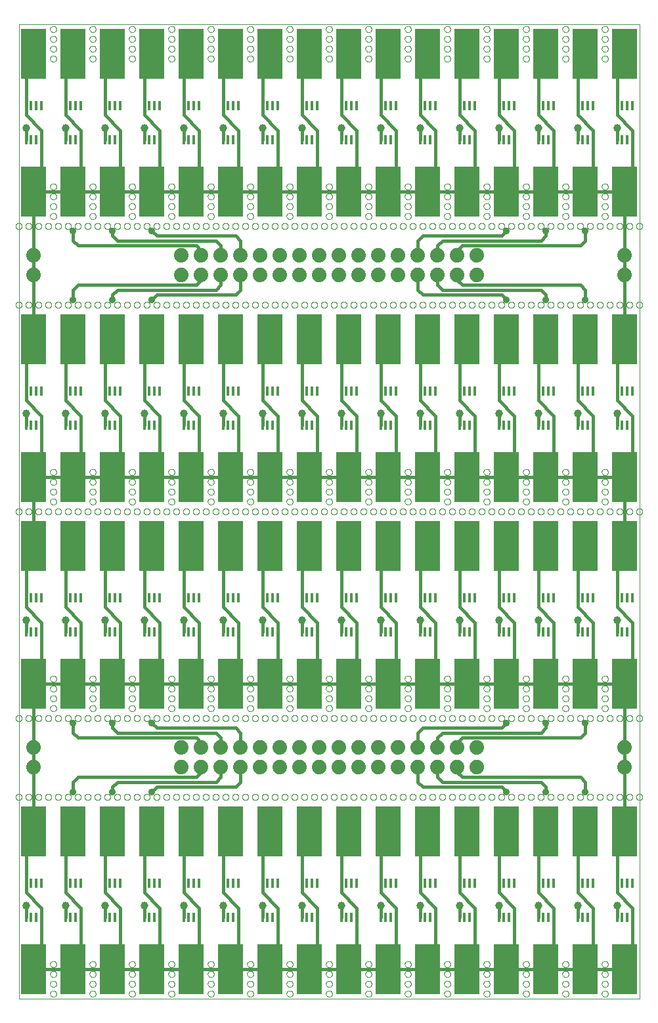
<source format=gtl>
G75*
%MOIN*%
%OFA0B0*%
%FSLAX25Y25*%
%IPPOS*%
%LPD*%
%AMOC8*
5,1,8,0,0,1.08239X$1,22.5*
%
%ADD10C,0.00000*%
%ADD11C,0.07400*%
%ADD12R,0.01772X0.04724*%
%ADD13R,0.12800X0.25400*%
%ADD14C,0.01600*%
%ADD15C,0.03969*%
%ADD16C,0.03562*%
D10*
X0005050Y0048933D02*
X0005050Y0543933D01*
X0320050Y0543933D01*
X0320050Y0048933D01*
X0005050Y0048933D01*
X0020975Y0051433D02*
X0020977Y0051512D01*
X0020983Y0051591D01*
X0020993Y0051670D01*
X0021007Y0051748D01*
X0021024Y0051825D01*
X0021046Y0051901D01*
X0021071Y0051976D01*
X0021101Y0052049D01*
X0021133Y0052121D01*
X0021170Y0052192D01*
X0021210Y0052260D01*
X0021253Y0052326D01*
X0021299Y0052390D01*
X0021349Y0052452D01*
X0021402Y0052511D01*
X0021457Y0052567D01*
X0021516Y0052621D01*
X0021577Y0052671D01*
X0021640Y0052719D01*
X0021706Y0052763D01*
X0021774Y0052804D01*
X0021844Y0052841D01*
X0021915Y0052875D01*
X0021989Y0052905D01*
X0022063Y0052931D01*
X0022139Y0052953D01*
X0022216Y0052972D01*
X0022294Y0052987D01*
X0022372Y0052998D01*
X0022451Y0053005D01*
X0022530Y0053008D01*
X0022609Y0053007D01*
X0022688Y0053002D01*
X0022767Y0052993D01*
X0022845Y0052980D01*
X0022922Y0052963D01*
X0022999Y0052943D01*
X0023074Y0052918D01*
X0023148Y0052890D01*
X0023221Y0052858D01*
X0023291Y0052823D01*
X0023360Y0052784D01*
X0023427Y0052741D01*
X0023492Y0052695D01*
X0023554Y0052647D01*
X0023614Y0052595D01*
X0023671Y0052540D01*
X0023725Y0052482D01*
X0023776Y0052422D01*
X0023824Y0052359D01*
X0023869Y0052294D01*
X0023911Y0052226D01*
X0023949Y0052157D01*
X0023983Y0052086D01*
X0024014Y0052013D01*
X0024042Y0051938D01*
X0024065Y0051863D01*
X0024085Y0051786D01*
X0024101Y0051709D01*
X0024113Y0051630D01*
X0024121Y0051552D01*
X0024125Y0051473D01*
X0024125Y0051393D01*
X0024121Y0051314D01*
X0024113Y0051236D01*
X0024101Y0051157D01*
X0024085Y0051080D01*
X0024065Y0051003D01*
X0024042Y0050928D01*
X0024014Y0050853D01*
X0023983Y0050780D01*
X0023949Y0050709D01*
X0023911Y0050640D01*
X0023869Y0050572D01*
X0023824Y0050507D01*
X0023776Y0050444D01*
X0023725Y0050384D01*
X0023671Y0050326D01*
X0023614Y0050271D01*
X0023554Y0050219D01*
X0023492Y0050171D01*
X0023427Y0050125D01*
X0023360Y0050082D01*
X0023291Y0050043D01*
X0023221Y0050008D01*
X0023148Y0049976D01*
X0023074Y0049948D01*
X0022999Y0049923D01*
X0022922Y0049903D01*
X0022845Y0049886D01*
X0022767Y0049873D01*
X0022688Y0049864D01*
X0022609Y0049859D01*
X0022530Y0049858D01*
X0022451Y0049861D01*
X0022372Y0049868D01*
X0022294Y0049879D01*
X0022216Y0049894D01*
X0022139Y0049913D01*
X0022063Y0049935D01*
X0021989Y0049961D01*
X0021915Y0049991D01*
X0021844Y0050025D01*
X0021774Y0050062D01*
X0021706Y0050103D01*
X0021640Y0050147D01*
X0021577Y0050195D01*
X0021516Y0050245D01*
X0021457Y0050299D01*
X0021402Y0050355D01*
X0021349Y0050414D01*
X0021299Y0050476D01*
X0021253Y0050540D01*
X0021210Y0050606D01*
X0021170Y0050674D01*
X0021133Y0050745D01*
X0021101Y0050817D01*
X0021071Y0050890D01*
X0021046Y0050965D01*
X0021024Y0051041D01*
X0021007Y0051118D01*
X0020993Y0051196D01*
X0020983Y0051275D01*
X0020977Y0051354D01*
X0020975Y0051433D01*
X0020975Y0056433D02*
X0020977Y0056512D01*
X0020983Y0056591D01*
X0020993Y0056670D01*
X0021007Y0056748D01*
X0021024Y0056825D01*
X0021046Y0056901D01*
X0021071Y0056976D01*
X0021101Y0057049D01*
X0021133Y0057121D01*
X0021170Y0057192D01*
X0021210Y0057260D01*
X0021253Y0057326D01*
X0021299Y0057390D01*
X0021349Y0057452D01*
X0021402Y0057511D01*
X0021457Y0057567D01*
X0021516Y0057621D01*
X0021577Y0057671D01*
X0021640Y0057719D01*
X0021706Y0057763D01*
X0021774Y0057804D01*
X0021844Y0057841D01*
X0021915Y0057875D01*
X0021989Y0057905D01*
X0022063Y0057931D01*
X0022139Y0057953D01*
X0022216Y0057972D01*
X0022294Y0057987D01*
X0022372Y0057998D01*
X0022451Y0058005D01*
X0022530Y0058008D01*
X0022609Y0058007D01*
X0022688Y0058002D01*
X0022767Y0057993D01*
X0022845Y0057980D01*
X0022922Y0057963D01*
X0022999Y0057943D01*
X0023074Y0057918D01*
X0023148Y0057890D01*
X0023221Y0057858D01*
X0023291Y0057823D01*
X0023360Y0057784D01*
X0023427Y0057741D01*
X0023492Y0057695D01*
X0023554Y0057647D01*
X0023614Y0057595D01*
X0023671Y0057540D01*
X0023725Y0057482D01*
X0023776Y0057422D01*
X0023824Y0057359D01*
X0023869Y0057294D01*
X0023911Y0057226D01*
X0023949Y0057157D01*
X0023983Y0057086D01*
X0024014Y0057013D01*
X0024042Y0056938D01*
X0024065Y0056863D01*
X0024085Y0056786D01*
X0024101Y0056709D01*
X0024113Y0056630D01*
X0024121Y0056552D01*
X0024125Y0056473D01*
X0024125Y0056393D01*
X0024121Y0056314D01*
X0024113Y0056236D01*
X0024101Y0056157D01*
X0024085Y0056080D01*
X0024065Y0056003D01*
X0024042Y0055928D01*
X0024014Y0055853D01*
X0023983Y0055780D01*
X0023949Y0055709D01*
X0023911Y0055640D01*
X0023869Y0055572D01*
X0023824Y0055507D01*
X0023776Y0055444D01*
X0023725Y0055384D01*
X0023671Y0055326D01*
X0023614Y0055271D01*
X0023554Y0055219D01*
X0023492Y0055171D01*
X0023427Y0055125D01*
X0023360Y0055082D01*
X0023291Y0055043D01*
X0023221Y0055008D01*
X0023148Y0054976D01*
X0023074Y0054948D01*
X0022999Y0054923D01*
X0022922Y0054903D01*
X0022845Y0054886D01*
X0022767Y0054873D01*
X0022688Y0054864D01*
X0022609Y0054859D01*
X0022530Y0054858D01*
X0022451Y0054861D01*
X0022372Y0054868D01*
X0022294Y0054879D01*
X0022216Y0054894D01*
X0022139Y0054913D01*
X0022063Y0054935D01*
X0021989Y0054961D01*
X0021915Y0054991D01*
X0021844Y0055025D01*
X0021774Y0055062D01*
X0021706Y0055103D01*
X0021640Y0055147D01*
X0021577Y0055195D01*
X0021516Y0055245D01*
X0021457Y0055299D01*
X0021402Y0055355D01*
X0021349Y0055414D01*
X0021299Y0055476D01*
X0021253Y0055540D01*
X0021210Y0055606D01*
X0021170Y0055674D01*
X0021133Y0055745D01*
X0021101Y0055817D01*
X0021071Y0055890D01*
X0021046Y0055965D01*
X0021024Y0056041D01*
X0021007Y0056118D01*
X0020993Y0056196D01*
X0020983Y0056275D01*
X0020977Y0056354D01*
X0020975Y0056433D01*
X0020975Y0061433D02*
X0020977Y0061512D01*
X0020983Y0061591D01*
X0020993Y0061670D01*
X0021007Y0061748D01*
X0021024Y0061825D01*
X0021046Y0061901D01*
X0021071Y0061976D01*
X0021101Y0062049D01*
X0021133Y0062121D01*
X0021170Y0062192D01*
X0021210Y0062260D01*
X0021253Y0062326D01*
X0021299Y0062390D01*
X0021349Y0062452D01*
X0021402Y0062511D01*
X0021457Y0062567D01*
X0021516Y0062621D01*
X0021577Y0062671D01*
X0021640Y0062719D01*
X0021706Y0062763D01*
X0021774Y0062804D01*
X0021844Y0062841D01*
X0021915Y0062875D01*
X0021989Y0062905D01*
X0022063Y0062931D01*
X0022139Y0062953D01*
X0022216Y0062972D01*
X0022294Y0062987D01*
X0022372Y0062998D01*
X0022451Y0063005D01*
X0022530Y0063008D01*
X0022609Y0063007D01*
X0022688Y0063002D01*
X0022767Y0062993D01*
X0022845Y0062980D01*
X0022922Y0062963D01*
X0022999Y0062943D01*
X0023074Y0062918D01*
X0023148Y0062890D01*
X0023221Y0062858D01*
X0023291Y0062823D01*
X0023360Y0062784D01*
X0023427Y0062741D01*
X0023492Y0062695D01*
X0023554Y0062647D01*
X0023614Y0062595D01*
X0023671Y0062540D01*
X0023725Y0062482D01*
X0023776Y0062422D01*
X0023824Y0062359D01*
X0023869Y0062294D01*
X0023911Y0062226D01*
X0023949Y0062157D01*
X0023983Y0062086D01*
X0024014Y0062013D01*
X0024042Y0061938D01*
X0024065Y0061863D01*
X0024085Y0061786D01*
X0024101Y0061709D01*
X0024113Y0061630D01*
X0024121Y0061552D01*
X0024125Y0061473D01*
X0024125Y0061393D01*
X0024121Y0061314D01*
X0024113Y0061236D01*
X0024101Y0061157D01*
X0024085Y0061080D01*
X0024065Y0061003D01*
X0024042Y0060928D01*
X0024014Y0060853D01*
X0023983Y0060780D01*
X0023949Y0060709D01*
X0023911Y0060640D01*
X0023869Y0060572D01*
X0023824Y0060507D01*
X0023776Y0060444D01*
X0023725Y0060384D01*
X0023671Y0060326D01*
X0023614Y0060271D01*
X0023554Y0060219D01*
X0023492Y0060171D01*
X0023427Y0060125D01*
X0023360Y0060082D01*
X0023291Y0060043D01*
X0023221Y0060008D01*
X0023148Y0059976D01*
X0023074Y0059948D01*
X0022999Y0059923D01*
X0022922Y0059903D01*
X0022845Y0059886D01*
X0022767Y0059873D01*
X0022688Y0059864D01*
X0022609Y0059859D01*
X0022530Y0059858D01*
X0022451Y0059861D01*
X0022372Y0059868D01*
X0022294Y0059879D01*
X0022216Y0059894D01*
X0022139Y0059913D01*
X0022063Y0059935D01*
X0021989Y0059961D01*
X0021915Y0059991D01*
X0021844Y0060025D01*
X0021774Y0060062D01*
X0021706Y0060103D01*
X0021640Y0060147D01*
X0021577Y0060195D01*
X0021516Y0060245D01*
X0021457Y0060299D01*
X0021402Y0060355D01*
X0021349Y0060414D01*
X0021299Y0060476D01*
X0021253Y0060540D01*
X0021210Y0060606D01*
X0021170Y0060674D01*
X0021133Y0060745D01*
X0021101Y0060817D01*
X0021071Y0060890D01*
X0021046Y0060965D01*
X0021024Y0061041D01*
X0021007Y0061118D01*
X0020993Y0061196D01*
X0020983Y0061275D01*
X0020977Y0061354D01*
X0020975Y0061433D01*
X0020975Y0066433D02*
X0020977Y0066512D01*
X0020983Y0066591D01*
X0020993Y0066670D01*
X0021007Y0066748D01*
X0021024Y0066825D01*
X0021046Y0066901D01*
X0021071Y0066976D01*
X0021101Y0067049D01*
X0021133Y0067121D01*
X0021170Y0067192D01*
X0021210Y0067260D01*
X0021253Y0067326D01*
X0021299Y0067390D01*
X0021349Y0067452D01*
X0021402Y0067511D01*
X0021457Y0067567D01*
X0021516Y0067621D01*
X0021577Y0067671D01*
X0021640Y0067719D01*
X0021706Y0067763D01*
X0021774Y0067804D01*
X0021844Y0067841D01*
X0021915Y0067875D01*
X0021989Y0067905D01*
X0022063Y0067931D01*
X0022139Y0067953D01*
X0022216Y0067972D01*
X0022294Y0067987D01*
X0022372Y0067998D01*
X0022451Y0068005D01*
X0022530Y0068008D01*
X0022609Y0068007D01*
X0022688Y0068002D01*
X0022767Y0067993D01*
X0022845Y0067980D01*
X0022922Y0067963D01*
X0022999Y0067943D01*
X0023074Y0067918D01*
X0023148Y0067890D01*
X0023221Y0067858D01*
X0023291Y0067823D01*
X0023360Y0067784D01*
X0023427Y0067741D01*
X0023492Y0067695D01*
X0023554Y0067647D01*
X0023614Y0067595D01*
X0023671Y0067540D01*
X0023725Y0067482D01*
X0023776Y0067422D01*
X0023824Y0067359D01*
X0023869Y0067294D01*
X0023911Y0067226D01*
X0023949Y0067157D01*
X0023983Y0067086D01*
X0024014Y0067013D01*
X0024042Y0066938D01*
X0024065Y0066863D01*
X0024085Y0066786D01*
X0024101Y0066709D01*
X0024113Y0066630D01*
X0024121Y0066552D01*
X0024125Y0066473D01*
X0024125Y0066393D01*
X0024121Y0066314D01*
X0024113Y0066236D01*
X0024101Y0066157D01*
X0024085Y0066080D01*
X0024065Y0066003D01*
X0024042Y0065928D01*
X0024014Y0065853D01*
X0023983Y0065780D01*
X0023949Y0065709D01*
X0023911Y0065640D01*
X0023869Y0065572D01*
X0023824Y0065507D01*
X0023776Y0065444D01*
X0023725Y0065384D01*
X0023671Y0065326D01*
X0023614Y0065271D01*
X0023554Y0065219D01*
X0023492Y0065171D01*
X0023427Y0065125D01*
X0023360Y0065082D01*
X0023291Y0065043D01*
X0023221Y0065008D01*
X0023148Y0064976D01*
X0023074Y0064948D01*
X0022999Y0064923D01*
X0022922Y0064903D01*
X0022845Y0064886D01*
X0022767Y0064873D01*
X0022688Y0064864D01*
X0022609Y0064859D01*
X0022530Y0064858D01*
X0022451Y0064861D01*
X0022372Y0064868D01*
X0022294Y0064879D01*
X0022216Y0064894D01*
X0022139Y0064913D01*
X0022063Y0064935D01*
X0021989Y0064961D01*
X0021915Y0064991D01*
X0021844Y0065025D01*
X0021774Y0065062D01*
X0021706Y0065103D01*
X0021640Y0065147D01*
X0021577Y0065195D01*
X0021516Y0065245D01*
X0021457Y0065299D01*
X0021402Y0065355D01*
X0021349Y0065414D01*
X0021299Y0065476D01*
X0021253Y0065540D01*
X0021210Y0065606D01*
X0021170Y0065674D01*
X0021133Y0065745D01*
X0021101Y0065817D01*
X0021071Y0065890D01*
X0021046Y0065965D01*
X0021024Y0066041D01*
X0021007Y0066118D01*
X0020993Y0066196D01*
X0020983Y0066275D01*
X0020977Y0066354D01*
X0020975Y0066433D01*
X0040975Y0066433D02*
X0040977Y0066512D01*
X0040983Y0066591D01*
X0040993Y0066670D01*
X0041007Y0066748D01*
X0041024Y0066825D01*
X0041046Y0066901D01*
X0041071Y0066976D01*
X0041101Y0067049D01*
X0041133Y0067121D01*
X0041170Y0067192D01*
X0041210Y0067260D01*
X0041253Y0067326D01*
X0041299Y0067390D01*
X0041349Y0067452D01*
X0041402Y0067511D01*
X0041457Y0067567D01*
X0041516Y0067621D01*
X0041577Y0067671D01*
X0041640Y0067719D01*
X0041706Y0067763D01*
X0041774Y0067804D01*
X0041844Y0067841D01*
X0041915Y0067875D01*
X0041989Y0067905D01*
X0042063Y0067931D01*
X0042139Y0067953D01*
X0042216Y0067972D01*
X0042294Y0067987D01*
X0042372Y0067998D01*
X0042451Y0068005D01*
X0042530Y0068008D01*
X0042609Y0068007D01*
X0042688Y0068002D01*
X0042767Y0067993D01*
X0042845Y0067980D01*
X0042922Y0067963D01*
X0042999Y0067943D01*
X0043074Y0067918D01*
X0043148Y0067890D01*
X0043221Y0067858D01*
X0043291Y0067823D01*
X0043360Y0067784D01*
X0043427Y0067741D01*
X0043492Y0067695D01*
X0043554Y0067647D01*
X0043614Y0067595D01*
X0043671Y0067540D01*
X0043725Y0067482D01*
X0043776Y0067422D01*
X0043824Y0067359D01*
X0043869Y0067294D01*
X0043911Y0067226D01*
X0043949Y0067157D01*
X0043983Y0067086D01*
X0044014Y0067013D01*
X0044042Y0066938D01*
X0044065Y0066863D01*
X0044085Y0066786D01*
X0044101Y0066709D01*
X0044113Y0066630D01*
X0044121Y0066552D01*
X0044125Y0066473D01*
X0044125Y0066393D01*
X0044121Y0066314D01*
X0044113Y0066236D01*
X0044101Y0066157D01*
X0044085Y0066080D01*
X0044065Y0066003D01*
X0044042Y0065928D01*
X0044014Y0065853D01*
X0043983Y0065780D01*
X0043949Y0065709D01*
X0043911Y0065640D01*
X0043869Y0065572D01*
X0043824Y0065507D01*
X0043776Y0065444D01*
X0043725Y0065384D01*
X0043671Y0065326D01*
X0043614Y0065271D01*
X0043554Y0065219D01*
X0043492Y0065171D01*
X0043427Y0065125D01*
X0043360Y0065082D01*
X0043291Y0065043D01*
X0043221Y0065008D01*
X0043148Y0064976D01*
X0043074Y0064948D01*
X0042999Y0064923D01*
X0042922Y0064903D01*
X0042845Y0064886D01*
X0042767Y0064873D01*
X0042688Y0064864D01*
X0042609Y0064859D01*
X0042530Y0064858D01*
X0042451Y0064861D01*
X0042372Y0064868D01*
X0042294Y0064879D01*
X0042216Y0064894D01*
X0042139Y0064913D01*
X0042063Y0064935D01*
X0041989Y0064961D01*
X0041915Y0064991D01*
X0041844Y0065025D01*
X0041774Y0065062D01*
X0041706Y0065103D01*
X0041640Y0065147D01*
X0041577Y0065195D01*
X0041516Y0065245D01*
X0041457Y0065299D01*
X0041402Y0065355D01*
X0041349Y0065414D01*
X0041299Y0065476D01*
X0041253Y0065540D01*
X0041210Y0065606D01*
X0041170Y0065674D01*
X0041133Y0065745D01*
X0041101Y0065817D01*
X0041071Y0065890D01*
X0041046Y0065965D01*
X0041024Y0066041D01*
X0041007Y0066118D01*
X0040993Y0066196D01*
X0040983Y0066275D01*
X0040977Y0066354D01*
X0040975Y0066433D01*
X0040975Y0061433D02*
X0040977Y0061512D01*
X0040983Y0061591D01*
X0040993Y0061670D01*
X0041007Y0061748D01*
X0041024Y0061825D01*
X0041046Y0061901D01*
X0041071Y0061976D01*
X0041101Y0062049D01*
X0041133Y0062121D01*
X0041170Y0062192D01*
X0041210Y0062260D01*
X0041253Y0062326D01*
X0041299Y0062390D01*
X0041349Y0062452D01*
X0041402Y0062511D01*
X0041457Y0062567D01*
X0041516Y0062621D01*
X0041577Y0062671D01*
X0041640Y0062719D01*
X0041706Y0062763D01*
X0041774Y0062804D01*
X0041844Y0062841D01*
X0041915Y0062875D01*
X0041989Y0062905D01*
X0042063Y0062931D01*
X0042139Y0062953D01*
X0042216Y0062972D01*
X0042294Y0062987D01*
X0042372Y0062998D01*
X0042451Y0063005D01*
X0042530Y0063008D01*
X0042609Y0063007D01*
X0042688Y0063002D01*
X0042767Y0062993D01*
X0042845Y0062980D01*
X0042922Y0062963D01*
X0042999Y0062943D01*
X0043074Y0062918D01*
X0043148Y0062890D01*
X0043221Y0062858D01*
X0043291Y0062823D01*
X0043360Y0062784D01*
X0043427Y0062741D01*
X0043492Y0062695D01*
X0043554Y0062647D01*
X0043614Y0062595D01*
X0043671Y0062540D01*
X0043725Y0062482D01*
X0043776Y0062422D01*
X0043824Y0062359D01*
X0043869Y0062294D01*
X0043911Y0062226D01*
X0043949Y0062157D01*
X0043983Y0062086D01*
X0044014Y0062013D01*
X0044042Y0061938D01*
X0044065Y0061863D01*
X0044085Y0061786D01*
X0044101Y0061709D01*
X0044113Y0061630D01*
X0044121Y0061552D01*
X0044125Y0061473D01*
X0044125Y0061393D01*
X0044121Y0061314D01*
X0044113Y0061236D01*
X0044101Y0061157D01*
X0044085Y0061080D01*
X0044065Y0061003D01*
X0044042Y0060928D01*
X0044014Y0060853D01*
X0043983Y0060780D01*
X0043949Y0060709D01*
X0043911Y0060640D01*
X0043869Y0060572D01*
X0043824Y0060507D01*
X0043776Y0060444D01*
X0043725Y0060384D01*
X0043671Y0060326D01*
X0043614Y0060271D01*
X0043554Y0060219D01*
X0043492Y0060171D01*
X0043427Y0060125D01*
X0043360Y0060082D01*
X0043291Y0060043D01*
X0043221Y0060008D01*
X0043148Y0059976D01*
X0043074Y0059948D01*
X0042999Y0059923D01*
X0042922Y0059903D01*
X0042845Y0059886D01*
X0042767Y0059873D01*
X0042688Y0059864D01*
X0042609Y0059859D01*
X0042530Y0059858D01*
X0042451Y0059861D01*
X0042372Y0059868D01*
X0042294Y0059879D01*
X0042216Y0059894D01*
X0042139Y0059913D01*
X0042063Y0059935D01*
X0041989Y0059961D01*
X0041915Y0059991D01*
X0041844Y0060025D01*
X0041774Y0060062D01*
X0041706Y0060103D01*
X0041640Y0060147D01*
X0041577Y0060195D01*
X0041516Y0060245D01*
X0041457Y0060299D01*
X0041402Y0060355D01*
X0041349Y0060414D01*
X0041299Y0060476D01*
X0041253Y0060540D01*
X0041210Y0060606D01*
X0041170Y0060674D01*
X0041133Y0060745D01*
X0041101Y0060817D01*
X0041071Y0060890D01*
X0041046Y0060965D01*
X0041024Y0061041D01*
X0041007Y0061118D01*
X0040993Y0061196D01*
X0040983Y0061275D01*
X0040977Y0061354D01*
X0040975Y0061433D01*
X0040975Y0056433D02*
X0040977Y0056512D01*
X0040983Y0056591D01*
X0040993Y0056670D01*
X0041007Y0056748D01*
X0041024Y0056825D01*
X0041046Y0056901D01*
X0041071Y0056976D01*
X0041101Y0057049D01*
X0041133Y0057121D01*
X0041170Y0057192D01*
X0041210Y0057260D01*
X0041253Y0057326D01*
X0041299Y0057390D01*
X0041349Y0057452D01*
X0041402Y0057511D01*
X0041457Y0057567D01*
X0041516Y0057621D01*
X0041577Y0057671D01*
X0041640Y0057719D01*
X0041706Y0057763D01*
X0041774Y0057804D01*
X0041844Y0057841D01*
X0041915Y0057875D01*
X0041989Y0057905D01*
X0042063Y0057931D01*
X0042139Y0057953D01*
X0042216Y0057972D01*
X0042294Y0057987D01*
X0042372Y0057998D01*
X0042451Y0058005D01*
X0042530Y0058008D01*
X0042609Y0058007D01*
X0042688Y0058002D01*
X0042767Y0057993D01*
X0042845Y0057980D01*
X0042922Y0057963D01*
X0042999Y0057943D01*
X0043074Y0057918D01*
X0043148Y0057890D01*
X0043221Y0057858D01*
X0043291Y0057823D01*
X0043360Y0057784D01*
X0043427Y0057741D01*
X0043492Y0057695D01*
X0043554Y0057647D01*
X0043614Y0057595D01*
X0043671Y0057540D01*
X0043725Y0057482D01*
X0043776Y0057422D01*
X0043824Y0057359D01*
X0043869Y0057294D01*
X0043911Y0057226D01*
X0043949Y0057157D01*
X0043983Y0057086D01*
X0044014Y0057013D01*
X0044042Y0056938D01*
X0044065Y0056863D01*
X0044085Y0056786D01*
X0044101Y0056709D01*
X0044113Y0056630D01*
X0044121Y0056552D01*
X0044125Y0056473D01*
X0044125Y0056393D01*
X0044121Y0056314D01*
X0044113Y0056236D01*
X0044101Y0056157D01*
X0044085Y0056080D01*
X0044065Y0056003D01*
X0044042Y0055928D01*
X0044014Y0055853D01*
X0043983Y0055780D01*
X0043949Y0055709D01*
X0043911Y0055640D01*
X0043869Y0055572D01*
X0043824Y0055507D01*
X0043776Y0055444D01*
X0043725Y0055384D01*
X0043671Y0055326D01*
X0043614Y0055271D01*
X0043554Y0055219D01*
X0043492Y0055171D01*
X0043427Y0055125D01*
X0043360Y0055082D01*
X0043291Y0055043D01*
X0043221Y0055008D01*
X0043148Y0054976D01*
X0043074Y0054948D01*
X0042999Y0054923D01*
X0042922Y0054903D01*
X0042845Y0054886D01*
X0042767Y0054873D01*
X0042688Y0054864D01*
X0042609Y0054859D01*
X0042530Y0054858D01*
X0042451Y0054861D01*
X0042372Y0054868D01*
X0042294Y0054879D01*
X0042216Y0054894D01*
X0042139Y0054913D01*
X0042063Y0054935D01*
X0041989Y0054961D01*
X0041915Y0054991D01*
X0041844Y0055025D01*
X0041774Y0055062D01*
X0041706Y0055103D01*
X0041640Y0055147D01*
X0041577Y0055195D01*
X0041516Y0055245D01*
X0041457Y0055299D01*
X0041402Y0055355D01*
X0041349Y0055414D01*
X0041299Y0055476D01*
X0041253Y0055540D01*
X0041210Y0055606D01*
X0041170Y0055674D01*
X0041133Y0055745D01*
X0041101Y0055817D01*
X0041071Y0055890D01*
X0041046Y0055965D01*
X0041024Y0056041D01*
X0041007Y0056118D01*
X0040993Y0056196D01*
X0040983Y0056275D01*
X0040977Y0056354D01*
X0040975Y0056433D01*
X0040975Y0051433D02*
X0040977Y0051512D01*
X0040983Y0051591D01*
X0040993Y0051670D01*
X0041007Y0051748D01*
X0041024Y0051825D01*
X0041046Y0051901D01*
X0041071Y0051976D01*
X0041101Y0052049D01*
X0041133Y0052121D01*
X0041170Y0052192D01*
X0041210Y0052260D01*
X0041253Y0052326D01*
X0041299Y0052390D01*
X0041349Y0052452D01*
X0041402Y0052511D01*
X0041457Y0052567D01*
X0041516Y0052621D01*
X0041577Y0052671D01*
X0041640Y0052719D01*
X0041706Y0052763D01*
X0041774Y0052804D01*
X0041844Y0052841D01*
X0041915Y0052875D01*
X0041989Y0052905D01*
X0042063Y0052931D01*
X0042139Y0052953D01*
X0042216Y0052972D01*
X0042294Y0052987D01*
X0042372Y0052998D01*
X0042451Y0053005D01*
X0042530Y0053008D01*
X0042609Y0053007D01*
X0042688Y0053002D01*
X0042767Y0052993D01*
X0042845Y0052980D01*
X0042922Y0052963D01*
X0042999Y0052943D01*
X0043074Y0052918D01*
X0043148Y0052890D01*
X0043221Y0052858D01*
X0043291Y0052823D01*
X0043360Y0052784D01*
X0043427Y0052741D01*
X0043492Y0052695D01*
X0043554Y0052647D01*
X0043614Y0052595D01*
X0043671Y0052540D01*
X0043725Y0052482D01*
X0043776Y0052422D01*
X0043824Y0052359D01*
X0043869Y0052294D01*
X0043911Y0052226D01*
X0043949Y0052157D01*
X0043983Y0052086D01*
X0044014Y0052013D01*
X0044042Y0051938D01*
X0044065Y0051863D01*
X0044085Y0051786D01*
X0044101Y0051709D01*
X0044113Y0051630D01*
X0044121Y0051552D01*
X0044125Y0051473D01*
X0044125Y0051393D01*
X0044121Y0051314D01*
X0044113Y0051236D01*
X0044101Y0051157D01*
X0044085Y0051080D01*
X0044065Y0051003D01*
X0044042Y0050928D01*
X0044014Y0050853D01*
X0043983Y0050780D01*
X0043949Y0050709D01*
X0043911Y0050640D01*
X0043869Y0050572D01*
X0043824Y0050507D01*
X0043776Y0050444D01*
X0043725Y0050384D01*
X0043671Y0050326D01*
X0043614Y0050271D01*
X0043554Y0050219D01*
X0043492Y0050171D01*
X0043427Y0050125D01*
X0043360Y0050082D01*
X0043291Y0050043D01*
X0043221Y0050008D01*
X0043148Y0049976D01*
X0043074Y0049948D01*
X0042999Y0049923D01*
X0042922Y0049903D01*
X0042845Y0049886D01*
X0042767Y0049873D01*
X0042688Y0049864D01*
X0042609Y0049859D01*
X0042530Y0049858D01*
X0042451Y0049861D01*
X0042372Y0049868D01*
X0042294Y0049879D01*
X0042216Y0049894D01*
X0042139Y0049913D01*
X0042063Y0049935D01*
X0041989Y0049961D01*
X0041915Y0049991D01*
X0041844Y0050025D01*
X0041774Y0050062D01*
X0041706Y0050103D01*
X0041640Y0050147D01*
X0041577Y0050195D01*
X0041516Y0050245D01*
X0041457Y0050299D01*
X0041402Y0050355D01*
X0041349Y0050414D01*
X0041299Y0050476D01*
X0041253Y0050540D01*
X0041210Y0050606D01*
X0041170Y0050674D01*
X0041133Y0050745D01*
X0041101Y0050817D01*
X0041071Y0050890D01*
X0041046Y0050965D01*
X0041024Y0051041D01*
X0041007Y0051118D01*
X0040993Y0051196D01*
X0040983Y0051275D01*
X0040977Y0051354D01*
X0040975Y0051433D01*
X0060975Y0051433D02*
X0060977Y0051512D01*
X0060983Y0051591D01*
X0060993Y0051670D01*
X0061007Y0051748D01*
X0061024Y0051825D01*
X0061046Y0051901D01*
X0061071Y0051976D01*
X0061101Y0052049D01*
X0061133Y0052121D01*
X0061170Y0052192D01*
X0061210Y0052260D01*
X0061253Y0052326D01*
X0061299Y0052390D01*
X0061349Y0052452D01*
X0061402Y0052511D01*
X0061457Y0052567D01*
X0061516Y0052621D01*
X0061577Y0052671D01*
X0061640Y0052719D01*
X0061706Y0052763D01*
X0061774Y0052804D01*
X0061844Y0052841D01*
X0061915Y0052875D01*
X0061989Y0052905D01*
X0062063Y0052931D01*
X0062139Y0052953D01*
X0062216Y0052972D01*
X0062294Y0052987D01*
X0062372Y0052998D01*
X0062451Y0053005D01*
X0062530Y0053008D01*
X0062609Y0053007D01*
X0062688Y0053002D01*
X0062767Y0052993D01*
X0062845Y0052980D01*
X0062922Y0052963D01*
X0062999Y0052943D01*
X0063074Y0052918D01*
X0063148Y0052890D01*
X0063221Y0052858D01*
X0063291Y0052823D01*
X0063360Y0052784D01*
X0063427Y0052741D01*
X0063492Y0052695D01*
X0063554Y0052647D01*
X0063614Y0052595D01*
X0063671Y0052540D01*
X0063725Y0052482D01*
X0063776Y0052422D01*
X0063824Y0052359D01*
X0063869Y0052294D01*
X0063911Y0052226D01*
X0063949Y0052157D01*
X0063983Y0052086D01*
X0064014Y0052013D01*
X0064042Y0051938D01*
X0064065Y0051863D01*
X0064085Y0051786D01*
X0064101Y0051709D01*
X0064113Y0051630D01*
X0064121Y0051552D01*
X0064125Y0051473D01*
X0064125Y0051393D01*
X0064121Y0051314D01*
X0064113Y0051236D01*
X0064101Y0051157D01*
X0064085Y0051080D01*
X0064065Y0051003D01*
X0064042Y0050928D01*
X0064014Y0050853D01*
X0063983Y0050780D01*
X0063949Y0050709D01*
X0063911Y0050640D01*
X0063869Y0050572D01*
X0063824Y0050507D01*
X0063776Y0050444D01*
X0063725Y0050384D01*
X0063671Y0050326D01*
X0063614Y0050271D01*
X0063554Y0050219D01*
X0063492Y0050171D01*
X0063427Y0050125D01*
X0063360Y0050082D01*
X0063291Y0050043D01*
X0063221Y0050008D01*
X0063148Y0049976D01*
X0063074Y0049948D01*
X0062999Y0049923D01*
X0062922Y0049903D01*
X0062845Y0049886D01*
X0062767Y0049873D01*
X0062688Y0049864D01*
X0062609Y0049859D01*
X0062530Y0049858D01*
X0062451Y0049861D01*
X0062372Y0049868D01*
X0062294Y0049879D01*
X0062216Y0049894D01*
X0062139Y0049913D01*
X0062063Y0049935D01*
X0061989Y0049961D01*
X0061915Y0049991D01*
X0061844Y0050025D01*
X0061774Y0050062D01*
X0061706Y0050103D01*
X0061640Y0050147D01*
X0061577Y0050195D01*
X0061516Y0050245D01*
X0061457Y0050299D01*
X0061402Y0050355D01*
X0061349Y0050414D01*
X0061299Y0050476D01*
X0061253Y0050540D01*
X0061210Y0050606D01*
X0061170Y0050674D01*
X0061133Y0050745D01*
X0061101Y0050817D01*
X0061071Y0050890D01*
X0061046Y0050965D01*
X0061024Y0051041D01*
X0061007Y0051118D01*
X0060993Y0051196D01*
X0060983Y0051275D01*
X0060977Y0051354D01*
X0060975Y0051433D01*
X0060975Y0056433D02*
X0060977Y0056512D01*
X0060983Y0056591D01*
X0060993Y0056670D01*
X0061007Y0056748D01*
X0061024Y0056825D01*
X0061046Y0056901D01*
X0061071Y0056976D01*
X0061101Y0057049D01*
X0061133Y0057121D01*
X0061170Y0057192D01*
X0061210Y0057260D01*
X0061253Y0057326D01*
X0061299Y0057390D01*
X0061349Y0057452D01*
X0061402Y0057511D01*
X0061457Y0057567D01*
X0061516Y0057621D01*
X0061577Y0057671D01*
X0061640Y0057719D01*
X0061706Y0057763D01*
X0061774Y0057804D01*
X0061844Y0057841D01*
X0061915Y0057875D01*
X0061989Y0057905D01*
X0062063Y0057931D01*
X0062139Y0057953D01*
X0062216Y0057972D01*
X0062294Y0057987D01*
X0062372Y0057998D01*
X0062451Y0058005D01*
X0062530Y0058008D01*
X0062609Y0058007D01*
X0062688Y0058002D01*
X0062767Y0057993D01*
X0062845Y0057980D01*
X0062922Y0057963D01*
X0062999Y0057943D01*
X0063074Y0057918D01*
X0063148Y0057890D01*
X0063221Y0057858D01*
X0063291Y0057823D01*
X0063360Y0057784D01*
X0063427Y0057741D01*
X0063492Y0057695D01*
X0063554Y0057647D01*
X0063614Y0057595D01*
X0063671Y0057540D01*
X0063725Y0057482D01*
X0063776Y0057422D01*
X0063824Y0057359D01*
X0063869Y0057294D01*
X0063911Y0057226D01*
X0063949Y0057157D01*
X0063983Y0057086D01*
X0064014Y0057013D01*
X0064042Y0056938D01*
X0064065Y0056863D01*
X0064085Y0056786D01*
X0064101Y0056709D01*
X0064113Y0056630D01*
X0064121Y0056552D01*
X0064125Y0056473D01*
X0064125Y0056393D01*
X0064121Y0056314D01*
X0064113Y0056236D01*
X0064101Y0056157D01*
X0064085Y0056080D01*
X0064065Y0056003D01*
X0064042Y0055928D01*
X0064014Y0055853D01*
X0063983Y0055780D01*
X0063949Y0055709D01*
X0063911Y0055640D01*
X0063869Y0055572D01*
X0063824Y0055507D01*
X0063776Y0055444D01*
X0063725Y0055384D01*
X0063671Y0055326D01*
X0063614Y0055271D01*
X0063554Y0055219D01*
X0063492Y0055171D01*
X0063427Y0055125D01*
X0063360Y0055082D01*
X0063291Y0055043D01*
X0063221Y0055008D01*
X0063148Y0054976D01*
X0063074Y0054948D01*
X0062999Y0054923D01*
X0062922Y0054903D01*
X0062845Y0054886D01*
X0062767Y0054873D01*
X0062688Y0054864D01*
X0062609Y0054859D01*
X0062530Y0054858D01*
X0062451Y0054861D01*
X0062372Y0054868D01*
X0062294Y0054879D01*
X0062216Y0054894D01*
X0062139Y0054913D01*
X0062063Y0054935D01*
X0061989Y0054961D01*
X0061915Y0054991D01*
X0061844Y0055025D01*
X0061774Y0055062D01*
X0061706Y0055103D01*
X0061640Y0055147D01*
X0061577Y0055195D01*
X0061516Y0055245D01*
X0061457Y0055299D01*
X0061402Y0055355D01*
X0061349Y0055414D01*
X0061299Y0055476D01*
X0061253Y0055540D01*
X0061210Y0055606D01*
X0061170Y0055674D01*
X0061133Y0055745D01*
X0061101Y0055817D01*
X0061071Y0055890D01*
X0061046Y0055965D01*
X0061024Y0056041D01*
X0061007Y0056118D01*
X0060993Y0056196D01*
X0060983Y0056275D01*
X0060977Y0056354D01*
X0060975Y0056433D01*
X0060975Y0061433D02*
X0060977Y0061512D01*
X0060983Y0061591D01*
X0060993Y0061670D01*
X0061007Y0061748D01*
X0061024Y0061825D01*
X0061046Y0061901D01*
X0061071Y0061976D01*
X0061101Y0062049D01*
X0061133Y0062121D01*
X0061170Y0062192D01*
X0061210Y0062260D01*
X0061253Y0062326D01*
X0061299Y0062390D01*
X0061349Y0062452D01*
X0061402Y0062511D01*
X0061457Y0062567D01*
X0061516Y0062621D01*
X0061577Y0062671D01*
X0061640Y0062719D01*
X0061706Y0062763D01*
X0061774Y0062804D01*
X0061844Y0062841D01*
X0061915Y0062875D01*
X0061989Y0062905D01*
X0062063Y0062931D01*
X0062139Y0062953D01*
X0062216Y0062972D01*
X0062294Y0062987D01*
X0062372Y0062998D01*
X0062451Y0063005D01*
X0062530Y0063008D01*
X0062609Y0063007D01*
X0062688Y0063002D01*
X0062767Y0062993D01*
X0062845Y0062980D01*
X0062922Y0062963D01*
X0062999Y0062943D01*
X0063074Y0062918D01*
X0063148Y0062890D01*
X0063221Y0062858D01*
X0063291Y0062823D01*
X0063360Y0062784D01*
X0063427Y0062741D01*
X0063492Y0062695D01*
X0063554Y0062647D01*
X0063614Y0062595D01*
X0063671Y0062540D01*
X0063725Y0062482D01*
X0063776Y0062422D01*
X0063824Y0062359D01*
X0063869Y0062294D01*
X0063911Y0062226D01*
X0063949Y0062157D01*
X0063983Y0062086D01*
X0064014Y0062013D01*
X0064042Y0061938D01*
X0064065Y0061863D01*
X0064085Y0061786D01*
X0064101Y0061709D01*
X0064113Y0061630D01*
X0064121Y0061552D01*
X0064125Y0061473D01*
X0064125Y0061393D01*
X0064121Y0061314D01*
X0064113Y0061236D01*
X0064101Y0061157D01*
X0064085Y0061080D01*
X0064065Y0061003D01*
X0064042Y0060928D01*
X0064014Y0060853D01*
X0063983Y0060780D01*
X0063949Y0060709D01*
X0063911Y0060640D01*
X0063869Y0060572D01*
X0063824Y0060507D01*
X0063776Y0060444D01*
X0063725Y0060384D01*
X0063671Y0060326D01*
X0063614Y0060271D01*
X0063554Y0060219D01*
X0063492Y0060171D01*
X0063427Y0060125D01*
X0063360Y0060082D01*
X0063291Y0060043D01*
X0063221Y0060008D01*
X0063148Y0059976D01*
X0063074Y0059948D01*
X0062999Y0059923D01*
X0062922Y0059903D01*
X0062845Y0059886D01*
X0062767Y0059873D01*
X0062688Y0059864D01*
X0062609Y0059859D01*
X0062530Y0059858D01*
X0062451Y0059861D01*
X0062372Y0059868D01*
X0062294Y0059879D01*
X0062216Y0059894D01*
X0062139Y0059913D01*
X0062063Y0059935D01*
X0061989Y0059961D01*
X0061915Y0059991D01*
X0061844Y0060025D01*
X0061774Y0060062D01*
X0061706Y0060103D01*
X0061640Y0060147D01*
X0061577Y0060195D01*
X0061516Y0060245D01*
X0061457Y0060299D01*
X0061402Y0060355D01*
X0061349Y0060414D01*
X0061299Y0060476D01*
X0061253Y0060540D01*
X0061210Y0060606D01*
X0061170Y0060674D01*
X0061133Y0060745D01*
X0061101Y0060817D01*
X0061071Y0060890D01*
X0061046Y0060965D01*
X0061024Y0061041D01*
X0061007Y0061118D01*
X0060993Y0061196D01*
X0060983Y0061275D01*
X0060977Y0061354D01*
X0060975Y0061433D01*
X0060975Y0066433D02*
X0060977Y0066512D01*
X0060983Y0066591D01*
X0060993Y0066670D01*
X0061007Y0066748D01*
X0061024Y0066825D01*
X0061046Y0066901D01*
X0061071Y0066976D01*
X0061101Y0067049D01*
X0061133Y0067121D01*
X0061170Y0067192D01*
X0061210Y0067260D01*
X0061253Y0067326D01*
X0061299Y0067390D01*
X0061349Y0067452D01*
X0061402Y0067511D01*
X0061457Y0067567D01*
X0061516Y0067621D01*
X0061577Y0067671D01*
X0061640Y0067719D01*
X0061706Y0067763D01*
X0061774Y0067804D01*
X0061844Y0067841D01*
X0061915Y0067875D01*
X0061989Y0067905D01*
X0062063Y0067931D01*
X0062139Y0067953D01*
X0062216Y0067972D01*
X0062294Y0067987D01*
X0062372Y0067998D01*
X0062451Y0068005D01*
X0062530Y0068008D01*
X0062609Y0068007D01*
X0062688Y0068002D01*
X0062767Y0067993D01*
X0062845Y0067980D01*
X0062922Y0067963D01*
X0062999Y0067943D01*
X0063074Y0067918D01*
X0063148Y0067890D01*
X0063221Y0067858D01*
X0063291Y0067823D01*
X0063360Y0067784D01*
X0063427Y0067741D01*
X0063492Y0067695D01*
X0063554Y0067647D01*
X0063614Y0067595D01*
X0063671Y0067540D01*
X0063725Y0067482D01*
X0063776Y0067422D01*
X0063824Y0067359D01*
X0063869Y0067294D01*
X0063911Y0067226D01*
X0063949Y0067157D01*
X0063983Y0067086D01*
X0064014Y0067013D01*
X0064042Y0066938D01*
X0064065Y0066863D01*
X0064085Y0066786D01*
X0064101Y0066709D01*
X0064113Y0066630D01*
X0064121Y0066552D01*
X0064125Y0066473D01*
X0064125Y0066393D01*
X0064121Y0066314D01*
X0064113Y0066236D01*
X0064101Y0066157D01*
X0064085Y0066080D01*
X0064065Y0066003D01*
X0064042Y0065928D01*
X0064014Y0065853D01*
X0063983Y0065780D01*
X0063949Y0065709D01*
X0063911Y0065640D01*
X0063869Y0065572D01*
X0063824Y0065507D01*
X0063776Y0065444D01*
X0063725Y0065384D01*
X0063671Y0065326D01*
X0063614Y0065271D01*
X0063554Y0065219D01*
X0063492Y0065171D01*
X0063427Y0065125D01*
X0063360Y0065082D01*
X0063291Y0065043D01*
X0063221Y0065008D01*
X0063148Y0064976D01*
X0063074Y0064948D01*
X0062999Y0064923D01*
X0062922Y0064903D01*
X0062845Y0064886D01*
X0062767Y0064873D01*
X0062688Y0064864D01*
X0062609Y0064859D01*
X0062530Y0064858D01*
X0062451Y0064861D01*
X0062372Y0064868D01*
X0062294Y0064879D01*
X0062216Y0064894D01*
X0062139Y0064913D01*
X0062063Y0064935D01*
X0061989Y0064961D01*
X0061915Y0064991D01*
X0061844Y0065025D01*
X0061774Y0065062D01*
X0061706Y0065103D01*
X0061640Y0065147D01*
X0061577Y0065195D01*
X0061516Y0065245D01*
X0061457Y0065299D01*
X0061402Y0065355D01*
X0061349Y0065414D01*
X0061299Y0065476D01*
X0061253Y0065540D01*
X0061210Y0065606D01*
X0061170Y0065674D01*
X0061133Y0065745D01*
X0061101Y0065817D01*
X0061071Y0065890D01*
X0061046Y0065965D01*
X0061024Y0066041D01*
X0061007Y0066118D01*
X0060993Y0066196D01*
X0060983Y0066275D01*
X0060977Y0066354D01*
X0060975Y0066433D01*
X0080975Y0066433D02*
X0080977Y0066512D01*
X0080983Y0066591D01*
X0080993Y0066670D01*
X0081007Y0066748D01*
X0081024Y0066825D01*
X0081046Y0066901D01*
X0081071Y0066976D01*
X0081101Y0067049D01*
X0081133Y0067121D01*
X0081170Y0067192D01*
X0081210Y0067260D01*
X0081253Y0067326D01*
X0081299Y0067390D01*
X0081349Y0067452D01*
X0081402Y0067511D01*
X0081457Y0067567D01*
X0081516Y0067621D01*
X0081577Y0067671D01*
X0081640Y0067719D01*
X0081706Y0067763D01*
X0081774Y0067804D01*
X0081844Y0067841D01*
X0081915Y0067875D01*
X0081989Y0067905D01*
X0082063Y0067931D01*
X0082139Y0067953D01*
X0082216Y0067972D01*
X0082294Y0067987D01*
X0082372Y0067998D01*
X0082451Y0068005D01*
X0082530Y0068008D01*
X0082609Y0068007D01*
X0082688Y0068002D01*
X0082767Y0067993D01*
X0082845Y0067980D01*
X0082922Y0067963D01*
X0082999Y0067943D01*
X0083074Y0067918D01*
X0083148Y0067890D01*
X0083221Y0067858D01*
X0083291Y0067823D01*
X0083360Y0067784D01*
X0083427Y0067741D01*
X0083492Y0067695D01*
X0083554Y0067647D01*
X0083614Y0067595D01*
X0083671Y0067540D01*
X0083725Y0067482D01*
X0083776Y0067422D01*
X0083824Y0067359D01*
X0083869Y0067294D01*
X0083911Y0067226D01*
X0083949Y0067157D01*
X0083983Y0067086D01*
X0084014Y0067013D01*
X0084042Y0066938D01*
X0084065Y0066863D01*
X0084085Y0066786D01*
X0084101Y0066709D01*
X0084113Y0066630D01*
X0084121Y0066552D01*
X0084125Y0066473D01*
X0084125Y0066393D01*
X0084121Y0066314D01*
X0084113Y0066236D01*
X0084101Y0066157D01*
X0084085Y0066080D01*
X0084065Y0066003D01*
X0084042Y0065928D01*
X0084014Y0065853D01*
X0083983Y0065780D01*
X0083949Y0065709D01*
X0083911Y0065640D01*
X0083869Y0065572D01*
X0083824Y0065507D01*
X0083776Y0065444D01*
X0083725Y0065384D01*
X0083671Y0065326D01*
X0083614Y0065271D01*
X0083554Y0065219D01*
X0083492Y0065171D01*
X0083427Y0065125D01*
X0083360Y0065082D01*
X0083291Y0065043D01*
X0083221Y0065008D01*
X0083148Y0064976D01*
X0083074Y0064948D01*
X0082999Y0064923D01*
X0082922Y0064903D01*
X0082845Y0064886D01*
X0082767Y0064873D01*
X0082688Y0064864D01*
X0082609Y0064859D01*
X0082530Y0064858D01*
X0082451Y0064861D01*
X0082372Y0064868D01*
X0082294Y0064879D01*
X0082216Y0064894D01*
X0082139Y0064913D01*
X0082063Y0064935D01*
X0081989Y0064961D01*
X0081915Y0064991D01*
X0081844Y0065025D01*
X0081774Y0065062D01*
X0081706Y0065103D01*
X0081640Y0065147D01*
X0081577Y0065195D01*
X0081516Y0065245D01*
X0081457Y0065299D01*
X0081402Y0065355D01*
X0081349Y0065414D01*
X0081299Y0065476D01*
X0081253Y0065540D01*
X0081210Y0065606D01*
X0081170Y0065674D01*
X0081133Y0065745D01*
X0081101Y0065817D01*
X0081071Y0065890D01*
X0081046Y0065965D01*
X0081024Y0066041D01*
X0081007Y0066118D01*
X0080993Y0066196D01*
X0080983Y0066275D01*
X0080977Y0066354D01*
X0080975Y0066433D01*
X0080975Y0061433D02*
X0080977Y0061512D01*
X0080983Y0061591D01*
X0080993Y0061670D01*
X0081007Y0061748D01*
X0081024Y0061825D01*
X0081046Y0061901D01*
X0081071Y0061976D01*
X0081101Y0062049D01*
X0081133Y0062121D01*
X0081170Y0062192D01*
X0081210Y0062260D01*
X0081253Y0062326D01*
X0081299Y0062390D01*
X0081349Y0062452D01*
X0081402Y0062511D01*
X0081457Y0062567D01*
X0081516Y0062621D01*
X0081577Y0062671D01*
X0081640Y0062719D01*
X0081706Y0062763D01*
X0081774Y0062804D01*
X0081844Y0062841D01*
X0081915Y0062875D01*
X0081989Y0062905D01*
X0082063Y0062931D01*
X0082139Y0062953D01*
X0082216Y0062972D01*
X0082294Y0062987D01*
X0082372Y0062998D01*
X0082451Y0063005D01*
X0082530Y0063008D01*
X0082609Y0063007D01*
X0082688Y0063002D01*
X0082767Y0062993D01*
X0082845Y0062980D01*
X0082922Y0062963D01*
X0082999Y0062943D01*
X0083074Y0062918D01*
X0083148Y0062890D01*
X0083221Y0062858D01*
X0083291Y0062823D01*
X0083360Y0062784D01*
X0083427Y0062741D01*
X0083492Y0062695D01*
X0083554Y0062647D01*
X0083614Y0062595D01*
X0083671Y0062540D01*
X0083725Y0062482D01*
X0083776Y0062422D01*
X0083824Y0062359D01*
X0083869Y0062294D01*
X0083911Y0062226D01*
X0083949Y0062157D01*
X0083983Y0062086D01*
X0084014Y0062013D01*
X0084042Y0061938D01*
X0084065Y0061863D01*
X0084085Y0061786D01*
X0084101Y0061709D01*
X0084113Y0061630D01*
X0084121Y0061552D01*
X0084125Y0061473D01*
X0084125Y0061393D01*
X0084121Y0061314D01*
X0084113Y0061236D01*
X0084101Y0061157D01*
X0084085Y0061080D01*
X0084065Y0061003D01*
X0084042Y0060928D01*
X0084014Y0060853D01*
X0083983Y0060780D01*
X0083949Y0060709D01*
X0083911Y0060640D01*
X0083869Y0060572D01*
X0083824Y0060507D01*
X0083776Y0060444D01*
X0083725Y0060384D01*
X0083671Y0060326D01*
X0083614Y0060271D01*
X0083554Y0060219D01*
X0083492Y0060171D01*
X0083427Y0060125D01*
X0083360Y0060082D01*
X0083291Y0060043D01*
X0083221Y0060008D01*
X0083148Y0059976D01*
X0083074Y0059948D01*
X0082999Y0059923D01*
X0082922Y0059903D01*
X0082845Y0059886D01*
X0082767Y0059873D01*
X0082688Y0059864D01*
X0082609Y0059859D01*
X0082530Y0059858D01*
X0082451Y0059861D01*
X0082372Y0059868D01*
X0082294Y0059879D01*
X0082216Y0059894D01*
X0082139Y0059913D01*
X0082063Y0059935D01*
X0081989Y0059961D01*
X0081915Y0059991D01*
X0081844Y0060025D01*
X0081774Y0060062D01*
X0081706Y0060103D01*
X0081640Y0060147D01*
X0081577Y0060195D01*
X0081516Y0060245D01*
X0081457Y0060299D01*
X0081402Y0060355D01*
X0081349Y0060414D01*
X0081299Y0060476D01*
X0081253Y0060540D01*
X0081210Y0060606D01*
X0081170Y0060674D01*
X0081133Y0060745D01*
X0081101Y0060817D01*
X0081071Y0060890D01*
X0081046Y0060965D01*
X0081024Y0061041D01*
X0081007Y0061118D01*
X0080993Y0061196D01*
X0080983Y0061275D01*
X0080977Y0061354D01*
X0080975Y0061433D01*
X0080975Y0056433D02*
X0080977Y0056512D01*
X0080983Y0056591D01*
X0080993Y0056670D01*
X0081007Y0056748D01*
X0081024Y0056825D01*
X0081046Y0056901D01*
X0081071Y0056976D01*
X0081101Y0057049D01*
X0081133Y0057121D01*
X0081170Y0057192D01*
X0081210Y0057260D01*
X0081253Y0057326D01*
X0081299Y0057390D01*
X0081349Y0057452D01*
X0081402Y0057511D01*
X0081457Y0057567D01*
X0081516Y0057621D01*
X0081577Y0057671D01*
X0081640Y0057719D01*
X0081706Y0057763D01*
X0081774Y0057804D01*
X0081844Y0057841D01*
X0081915Y0057875D01*
X0081989Y0057905D01*
X0082063Y0057931D01*
X0082139Y0057953D01*
X0082216Y0057972D01*
X0082294Y0057987D01*
X0082372Y0057998D01*
X0082451Y0058005D01*
X0082530Y0058008D01*
X0082609Y0058007D01*
X0082688Y0058002D01*
X0082767Y0057993D01*
X0082845Y0057980D01*
X0082922Y0057963D01*
X0082999Y0057943D01*
X0083074Y0057918D01*
X0083148Y0057890D01*
X0083221Y0057858D01*
X0083291Y0057823D01*
X0083360Y0057784D01*
X0083427Y0057741D01*
X0083492Y0057695D01*
X0083554Y0057647D01*
X0083614Y0057595D01*
X0083671Y0057540D01*
X0083725Y0057482D01*
X0083776Y0057422D01*
X0083824Y0057359D01*
X0083869Y0057294D01*
X0083911Y0057226D01*
X0083949Y0057157D01*
X0083983Y0057086D01*
X0084014Y0057013D01*
X0084042Y0056938D01*
X0084065Y0056863D01*
X0084085Y0056786D01*
X0084101Y0056709D01*
X0084113Y0056630D01*
X0084121Y0056552D01*
X0084125Y0056473D01*
X0084125Y0056393D01*
X0084121Y0056314D01*
X0084113Y0056236D01*
X0084101Y0056157D01*
X0084085Y0056080D01*
X0084065Y0056003D01*
X0084042Y0055928D01*
X0084014Y0055853D01*
X0083983Y0055780D01*
X0083949Y0055709D01*
X0083911Y0055640D01*
X0083869Y0055572D01*
X0083824Y0055507D01*
X0083776Y0055444D01*
X0083725Y0055384D01*
X0083671Y0055326D01*
X0083614Y0055271D01*
X0083554Y0055219D01*
X0083492Y0055171D01*
X0083427Y0055125D01*
X0083360Y0055082D01*
X0083291Y0055043D01*
X0083221Y0055008D01*
X0083148Y0054976D01*
X0083074Y0054948D01*
X0082999Y0054923D01*
X0082922Y0054903D01*
X0082845Y0054886D01*
X0082767Y0054873D01*
X0082688Y0054864D01*
X0082609Y0054859D01*
X0082530Y0054858D01*
X0082451Y0054861D01*
X0082372Y0054868D01*
X0082294Y0054879D01*
X0082216Y0054894D01*
X0082139Y0054913D01*
X0082063Y0054935D01*
X0081989Y0054961D01*
X0081915Y0054991D01*
X0081844Y0055025D01*
X0081774Y0055062D01*
X0081706Y0055103D01*
X0081640Y0055147D01*
X0081577Y0055195D01*
X0081516Y0055245D01*
X0081457Y0055299D01*
X0081402Y0055355D01*
X0081349Y0055414D01*
X0081299Y0055476D01*
X0081253Y0055540D01*
X0081210Y0055606D01*
X0081170Y0055674D01*
X0081133Y0055745D01*
X0081101Y0055817D01*
X0081071Y0055890D01*
X0081046Y0055965D01*
X0081024Y0056041D01*
X0081007Y0056118D01*
X0080993Y0056196D01*
X0080983Y0056275D01*
X0080977Y0056354D01*
X0080975Y0056433D01*
X0080975Y0051433D02*
X0080977Y0051512D01*
X0080983Y0051591D01*
X0080993Y0051670D01*
X0081007Y0051748D01*
X0081024Y0051825D01*
X0081046Y0051901D01*
X0081071Y0051976D01*
X0081101Y0052049D01*
X0081133Y0052121D01*
X0081170Y0052192D01*
X0081210Y0052260D01*
X0081253Y0052326D01*
X0081299Y0052390D01*
X0081349Y0052452D01*
X0081402Y0052511D01*
X0081457Y0052567D01*
X0081516Y0052621D01*
X0081577Y0052671D01*
X0081640Y0052719D01*
X0081706Y0052763D01*
X0081774Y0052804D01*
X0081844Y0052841D01*
X0081915Y0052875D01*
X0081989Y0052905D01*
X0082063Y0052931D01*
X0082139Y0052953D01*
X0082216Y0052972D01*
X0082294Y0052987D01*
X0082372Y0052998D01*
X0082451Y0053005D01*
X0082530Y0053008D01*
X0082609Y0053007D01*
X0082688Y0053002D01*
X0082767Y0052993D01*
X0082845Y0052980D01*
X0082922Y0052963D01*
X0082999Y0052943D01*
X0083074Y0052918D01*
X0083148Y0052890D01*
X0083221Y0052858D01*
X0083291Y0052823D01*
X0083360Y0052784D01*
X0083427Y0052741D01*
X0083492Y0052695D01*
X0083554Y0052647D01*
X0083614Y0052595D01*
X0083671Y0052540D01*
X0083725Y0052482D01*
X0083776Y0052422D01*
X0083824Y0052359D01*
X0083869Y0052294D01*
X0083911Y0052226D01*
X0083949Y0052157D01*
X0083983Y0052086D01*
X0084014Y0052013D01*
X0084042Y0051938D01*
X0084065Y0051863D01*
X0084085Y0051786D01*
X0084101Y0051709D01*
X0084113Y0051630D01*
X0084121Y0051552D01*
X0084125Y0051473D01*
X0084125Y0051393D01*
X0084121Y0051314D01*
X0084113Y0051236D01*
X0084101Y0051157D01*
X0084085Y0051080D01*
X0084065Y0051003D01*
X0084042Y0050928D01*
X0084014Y0050853D01*
X0083983Y0050780D01*
X0083949Y0050709D01*
X0083911Y0050640D01*
X0083869Y0050572D01*
X0083824Y0050507D01*
X0083776Y0050444D01*
X0083725Y0050384D01*
X0083671Y0050326D01*
X0083614Y0050271D01*
X0083554Y0050219D01*
X0083492Y0050171D01*
X0083427Y0050125D01*
X0083360Y0050082D01*
X0083291Y0050043D01*
X0083221Y0050008D01*
X0083148Y0049976D01*
X0083074Y0049948D01*
X0082999Y0049923D01*
X0082922Y0049903D01*
X0082845Y0049886D01*
X0082767Y0049873D01*
X0082688Y0049864D01*
X0082609Y0049859D01*
X0082530Y0049858D01*
X0082451Y0049861D01*
X0082372Y0049868D01*
X0082294Y0049879D01*
X0082216Y0049894D01*
X0082139Y0049913D01*
X0082063Y0049935D01*
X0081989Y0049961D01*
X0081915Y0049991D01*
X0081844Y0050025D01*
X0081774Y0050062D01*
X0081706Y0050103D01*
X0081640Y0050147D01*
X0081577Y0050195D01*
X0081516Y0050245D01*
X0081457Y0050299D01*
X0081402Y0050355D01*
X0081349Y0050414D01*
X0081299Y0050476D01*
X0081253Y0050540D01*
X0081210Y0050606D01*
X0081170Y0050674D01*
X0081133Y0050745D01*
X0081101Y0050817D01*
X0081071Y0050890D01*
X0081046Y0050965D01*
X0081024Y0051041D01*
X0081007Y0051118D01*
X0080993Y0051196D01*
X0080983Y0051275D01*
X0080977Y0051354D01*
X0080975Y0051433D01*
X0100975Y0051433D02*
X0100977Y0051512D01*
X0100983Y0051591D01*
X0100993Y0051670D01*
X0101007Y0051748D01*
X0101024Y0051825D01*
X0101046Y0051901D01*
X0101071Y0051976D01*
X0101101Y0052049D01*
X0101133Y0052121D01*
X0101170Y0052192D01*
X0101210Y0052260D01*
X0101253Y0052326D01*
X0101299Y0052390D01*
X0101349Y0052452D01*
X0101402Y0052511D01*
X0101457Y0052567D01*
X0101516Y0052621D01*
X0101577Y0052671D01*
X0101640Y0052719D01*
X0101706Y0052763D01*
X0101774Y0052804D01*
X0101844Y0052841D01*
X0101915Y0052875D01*
X0101989Y0052905D01*
X0102063Y0052931D01*
X0102139Y0052953D01*
X0102216Y0052972D01*
X0102294Y0052987D01*
X0102372Y0052998D01*
X0102451Y0053005D01*
X0102530Y0053008D01*
X0102609Y0053007D01*
X0102688Y0053002D01*
X0102767Y0052993D01*
X0102845Y0052980D01*
X0102922Y0052963D01*
X0102999Y0052943D01*
X0103074Y0052918D01*
X0103148Y0052890D01*
X0103221Y0052858D01*
X0103291Y0052823D01*
X0103360Y0052784D01*
X0103427Y0052741D01*
X0103492Y0052695D01*
X0103554Y0052647D01*
X0103614Y0052595D01*
X0103671Y0052540D01*
X0103725Y0052482D01*
X0103776Y0052422D01*
X0103824Y0052359D01*
X0103869Y0052294D01*
X0103911Y0052226D01*
X0103949Y0052157D01*
X0103983Y0052086D01*
X0104014Y0052013D01*
X0104042Y0051938D01*
X0104065Y0051863D01*
X0104085Y0051786D01*
X0104101Y0051709D01*
X0104113Y0051630D01*
X0104121Y0051552D01*
X0104125Y0051473D01*
X0104125Y0051393D01*
X0104121Y0051314D01*
X0104113Y0051236D01*
X0104101Y0051157D01*
X0104085Y0051080D01*
X0104065Y0051003D01*
X0104042Y0050928D01*
X0104014Y0050853D01*
X0103983Y0050780D01*
X0103949Y0050709D01*
X0103911Y0050640D01*
X0103869Y0050572D01*
X0103824Y0050507D01*
X0103776Y0050444D01*
X0103725Y0050384D01*
X0103671Y0050326D01*
X0103614Y0050271D01*
X0103554Y0050219D01*
X0103492Y0050171D01*
X0103427Y0050125D01*
X0103360Y0050082D01*
X0103291Y0050043D01*
X0103221Y0050008D01*
X0103148Y0049976D01*
X0103074Y0049948D01*
X0102999Y0049923D01*
X0102922Y0049903D01*
X0102845Y0049886D01*
X0102767Y0049873D01*
X0102688Y0049864D01*
X0102609Y0049859D01*
X0102530Y0049858D01*
X0102451Y0049861D01*
X0102372Y0049868D01*
X0102294Y0049879D01*
X0102216Y0049894D01*
X0102139Y0049913D01*
X0102063Y0049935D01*
X0101989Y0049961D01*
X0101915Y0049991D01*
X0101844Y0050025D01*
X0101774Y0050062D01*
X0101706Y0050103D01*
X0101640Y0050147D01*
X0101577Y0050195D01*
X0101516Y0050245D01*
X0101457Y0050299D01*
X0101402Y0050355D01*
X0101349Y0050414D01*
X0101299Y0050476D01*
X0101253Y0050540D01*
X0101210Y0050606D01*
X0101170Y0050674D01*
X0101133Y0050745D01*
X0101101Y0050817D01*
X0101071Y0050890D01*
X0101046Y0050965D01*
X0101024Y0051041D01*
X0101007Y0051118D01*
X0100993Y0051196D01*
X0100983Y0051275D01*
X0100977Y0051354D01*
X0100975Y0051433D01*
X0100975Y0056433D02*
X0100977Y0056512D01*
X0100983Y0056591D01*
X0100993Y0056670D01*
X0101007Y0056748D01*
X0101024Y0056825D01*
X0101046Y0056901D01*
X0101071Y0056976D01*
X0101101Y0057049D01*
X0101133Y0057121D01*
X0101170Y0057192D01*
X0101210Y0057260D01*
X0101253Y0057326D01*
X0101299Y0057390D01*
X0101349Y0057452D01*
X0101402Y0057511D01*
X0101457Y0057567D01*
X0101516Y0057621D01*
X0101577Y0057671D01*
X0101640Y0057719D01*
X0101706Y0057763D01*
X0101774Y0057804D01*
X0101844Y0057841D01*
X0101915Y0057875D01*
X0101989Y0057905D01*
X0102063Y0057931D01*
X0102139Y0057953D01*
X0102216Y0057972D01*
X0102294Y0057987D01*
X0102372Y0057998D01*
X0102451Y0058005D01*
X0102530Y0058008D01*
X0102609Y0058007D01*
X0102688Y0058002D01*
X0102767Y0057993D01*
X0102845Y0057980D01*
X0102922Y0057963D01*
X0102999Y0057943D01*
X0103074Y0057918D01*
X0103148Y0057890D01*
X0103221Y0057858D01*
X0103291Y0057823D01*
X0103360Y0057784D01*
X0103427Y0057741D01*
X0103492Y0057695D01*
X0103554Y0057647D01*
X0103614Y0057595D01*
X0103671Y0057540D01*
X0103725Y0057482D01*
X0103776Y0057422D01*
X0103824Y0057359D01*
X0103869Y0057294D01*
X0103911Y0057226D01*
X0103949Y0057157D01*
X0103983Y0057086D01*
X0104014Y0057013D01*
X0104042Y0056938D01*
X0104065Y0056863D01*
X0104085Y0056786D01*
X0104101Y0056709D01*
X0104113Y0056630D01*
X0104121Y0056552D01*
X0104125Y0056473D01*
X0104125Y0056393D01*
X0104121Y0056314D01*
X0104113Y0056236D01*
X0104101Y0056157D01*
X0104085Y0056080D01*
X0104065Y0056003D01*
X0104042Y0055928D01*
X0104014Y0055853D01*
X0103983Y0055780D01*
X0103949Y0055709D01*
X0103911Y0055640D01*
X0103869Y0055572D01*
X0103824Y0055507D01*
X0103776Y0055444D01*
X0103725Y0055384D01*
X0103671Y0055326D01*
X0103614Y0055271D01*
X0103554Y0055219D01*
X0103492Y0055171D01*
X0103427Y0055125D01*
X0103360Y0055082D01*
X0103291Y0055043D01*
X0103221Y0055008D01*
X0103148Y0054976D01*
X0103074Y0054948D01*
X0102999Y0054923D01*
X0102922Y0054903D01*
X0102845Y0054886D01*
X0102767Y0054873D01*
X0102688Y0054864D01*
X0102609Y0054859D01*
X0102530Y0054858D01*
X0102451Y0054861D01*
X0102372Y0054868D01*
X0102294Y0054879D01*
X0102216Y0054894D01*
X0102139Y0054913D01*
X0102063Y0054935D01*
X0101989Y0054961D01*
X0101915Y0054991D01*
X0101844Y0055025D01*
X0101774Y0055062D01*
X0101706Y0055103D01*
X0101640Y0055147D01*
X0101577Y0055195D01*
X0101516Y0055245D01*
X0101457Y0055299D01*
X0101402Y0055355D01*
X0101349Y0055414D01*
X0101299Y0055476D01*
X0101253Y0055540D01*
X0101210Y0055606D01*
X0101170Y0055674D01*
X0101133Y0055745D01*
X0101101Y0055817D01*
X0101071Y0055890D01*
X0101046Y0055965D01*
X0101024Y0056041D01*
X0101007Y0056118D01*
X0100993Y0056196D01*
X0100983Y0056275D01*
X0100977Y0056354D01*
X0100975Y0056433D01*
X0100975Y0061433D02*
X0100977Y0061512D01*
X0100983Y0061591D01*
X0100993Y0061670D01*
X0101007Y0061748D01*
X0101024Y0061825D01*
X0101046Y0061901D01*
X0101071Y0061976D01*
X0101101Y0062049D01*
X0101133Y0062121D01*
X0101170Y0062192D01*
X0101210Y0062260D01*
X0101253Y0062326D01*
X0101299Y0062390D01*
X0101349Y0062452D01*
X0101402Y0062511D01*
X0101457Y0062567D01*
X0101516Y0062621D01*
X0101577Y0062671D01*
X0101640Y0062719D01*
X0101706Y0062763D01*
X0101774Y0062804D01*
X0101844Y0062841D01*
X0101915Y0062875D01*
X0101989Y0062905D01*
X0102063Y0062931D01*
X0102139Y0062953D01*
X0102216Y0062972D01*
X0102294Y0062987D01*
X0102372Y0062998D01*
X0102451Y0063005D01*
X0102530Y0063008D01*
X0102609Y0063007D01*
X0102688Y0063002D01*
X0102767Y0062993D01*
X0102845Y0062980D01*
X0102922Y0062963D01*
X0102999Y0062943D01*
X0103074Y0062918D01*
X0103148Y0062890D01*
X0103221Y0062858D01*
X0103291Y0062823D01*
X0103360Y0062784D01*
X0103427Y0062741D01*
X0103492Y0062695D01*
X0103554Y0062647D01*
X0103614Y0062595D01*
X0103671Y0062540D01*
X0103725Y0062482D01*
X0103776Y0062422D01*
X0103824Y0062359D01*
X0103869Y0062294D01*
X0103911Y0062226D01*
X0103949Y0062157D01*
X0103983Y0062086D01*
X0104014Y0062013D01*
X0104042Y0061938D01*
X0104065Y0061863D01*
X0104085Y0061786D01*
X0104101Y0061709D01*
X0104113Y0061630D01*
X0104121Y0061552D01*
X0104125Y0061473D01*
X0104125Y0061393D01*
X0104121Y0061314D01*
X0104113Y0061236D01*
X0104101Y0061157D01*
X0104085Y0061080D01*
X0104065Y0061003D01*
X0104042Y0060928D01*
X0104014Y0060853D01*
X0103983Y0060780D01*
X0103949Y0060709D01*
X0103911Y0060640D01*
X0103869Y0060572D01*
X0103824Y0060507D01*
X0103776Y0060444D01*
X0103725Y0060384D01*
X0103671Y0060326D01*
X0103614Y0060271D01*
X0103554Y0060219D01*
X0103492Y0060171D01*
X0103427Y0060125D01*
X0103360Y0060082D01*
X0103291Y0060043D01*
X0103221Y0060008D01*
X0103148Y0059976D01*
X0103074Y0059948D01*
X0102999Y0059923D01*
X0102922Y0059903D01*
X0102845Y0059886D01*
X0102767Y0059873D01*
X0102688Y0059864D01*
X0102609Y0059859D01*
X0102530Y0059858D01*
X0102451Y0059861D01*
X0102372Y0059868D01*
X0102294Y0059879D01*
X0102216Y0059894D01*
X0102139Y0059913D01*
X0102063Y0059935D01*
X0101989Y0059961D01*
X0101915Y0059991D01*
X0101844Y0060025D01*
X0101774Y0060062D01*
X0101706Y0060103D01*
X0101640Y0060147D01*
X0101577Y0060195D01*
X0101516Y0060245D01*
X0101457Y0060299D01*
X0101402Y0060355D01*
X0101349Y0060414D01*
X0101299Y0060476D01*
X0101253Y0060540D01*
X0101210Y0060606D01*
X0101170Y0060674D01*
X0101133Y0060745D01*
X0101101Y0060817D01*
X0101071Y0060890D01*
X0101046Y0060965D01*
X0101024Y0061041D01*
X0101007Y0061118D01*
X0100993Y0061196D01*
X0100983Y0061275D01*
X0100977Y0061354D01*
X0100975Y0061433D01*
X0100975Y0066433D02*
X0100977Y0066512D01*
X0100983Y0066591D01*
X0100993Y0066670D01*
X0101007Y0066748D01*
X0101024Y0066825D01*
X0101046Y0066901D01*
X0101071Y0066976D01*
X0101101Y0067049D01*
X0101133Y0067121D01*
X0101170Y0067192D01*
X0101210Y0067260D01*
X0101253Y0067326D01*
X0101299Y0067390D01*
X0101349Y0067452D01*
X0101402Y0067511D01*
X0101457Y0067567D01*
X0101516Y0067621D01*
X0101577Y0067671D01*
X0101640Y0067719D01*
X0101706Y0067763D01*
X0101774Y0067804D01*
X0101844Y0067841D01*
X0101915Y0067875D01*
X0101989Y0067905D01*
X0102063Y0067931D01*
X0102139Y0067953D01*
X0102216Y0067972D01*
X0102294Y0067987D01*
X0102372Y0067998D01*
X0102451Y0068005D01*
X0102530Y0068008D01*
X0102609Y0068007D01*
X0102688Y0068002D01*
X0102767Y0067993D01*
X0102845Y0067980D01*
X0102922Y0067963D01*
X0102999Y0067943D01*
X0103074Y0067918D01*
X0103148Y0067890D01*
X0103221Y0067858D01*
X0103291Y0067823D01*
X0103360Y0067784D01*
X0103427Y0067741D01*
X0103492Y0067695D01*
X0103554Y0067647D01*
X0103614Y0067595D01*
X0103671Y0067540D01*
X0103725Y0067482D01*
X0103776Y0067422D01*
X0103824Y0067359D01*
X0103869Y0067294D01*
X0103911Y0067226D01*
X0103949Y0067157D01*
X0103983Y0067086D01*
X0104014Y0067013D01*
X0104042Y0066938D01*
X0104065Y0066863D01*
X0104085Y0066786D01*
X0104101Y0066709D01*
X0104113Y0066630D01*
X0104121Y0066552D01*
X0104125Y0066473D01*
X0104125Y0066393D01*
X0104121Y0066314D01*
X0104113Y0066236D01*
X0104101Y0066157D01*
X0104085Y0066080D01*
X0104065Y0066003D01*
X0104042Y0065928D01*
X0104014Y0065853D01*
X0103983Y0065780D01*
X0103949Y0065709D01*
X0103911Y0065640D01*
X0103869Y0065572D01*
X0103824Y0065507D01*
X0103776Y0065444D01*
X0103725Y0065384D01*
X0103671Y0065326D01*
X0103614Y0065271D01*
X0103554Y0065219D01*
X0103492Y0065171D01*
X0103427Y0065125D01*
X0103360Y0065082D01*
X0103291Y0065043D01*
X0103221Y0065008D01*
X0103148Y0064976D01*
X0103074Y0064948D01*
X0102999Y0064923D01*
X0102922Y0064903D01*
X0102845Y0064886D01*
X0102767Y0064873D01*
X0102688Y0064864D01*
X0102609Y0064859D01*
X0102530Y0064858D01*
X0102451Y0064861D01*
X0102372Y0064868D01*
X0102294Y0064879D01*
X0102216Y0064894D01*
X0102139Y0064913D01*
X0102063Y0064935D01*
X0101989Y0064961D01*
X0101915Y0064991D01*
X0101844Y0065025D01*
X0101774Y0065062D01*
X0101706Y0065103D01*
X0101640Y0065147D01*
X0101577Y0065195D01*
X0101516Y0065245D01*
X0101457Y0065299D01*
X0101402Y0065355D01*
X0101349Y0065414D01*
X0101299Y0065476D01*
X0101253Y0065540D01*
X0101210Y0065606D01*
X0101170Y0065674D01*
X0101133Y0065745D01*
X0101101Y0065817D01*
X0101071Y0065890D01*
X0101046Y0065965D01*
X0101024Y0066041D01*
X0101007Y0066118D01*
X0100993Y0066196D01*
X0100983Y0066275D01*
X0100977Y0066354D01*
X0100975Y0066433D01*
X0120975Y0066433D02*
X0120977Y0066512D01*
X0120983Y0066591D01*
X0120993Y0066670D01*
X0121007Y0066748D01*
X0121024Y0066825D01*
X0121046Y0066901D01*
X0121071Y0066976D01*
X0121101Y0067049D01*
X0121133Y0067121D01*
X0121170Y0067192D01*
X0121210Y0067260D01*
X0121253Y0067326D01*
X0121299Y0067390D01*
X0121349Y0067452D01*
X0121402Y0067511D01*
X0121457Y0067567D01*
X0121516Y0067621D01*
X0121577Y0067671D01*
X0121640Y0067719D01*
X0121706Y0067763D01*
X0121774Y0067804D01*
X0121844Y0067841D01*
X0121915Y0067875D01*
X0121989Y0067905D01*
X0122063Y0067931D01*
X0122139Y0067953D01*
X0122216Y0067972D01*
X0122294Y0067987D01*
X0122372Y0067998D01*
X0122451Y0068005D01*
X0122530Y0068008D01*
X0122609Y0068007D01*
X0122688Y0068002D01*
X0122767Y0067993D01*
X0122845Y0067980D01*
X0122922Y0067963D01*
X0122999Y0067943D01*
X0123074Y0067918D01*
X0123148Y0067890D01*
X0123221Y0067858D01*
X0123291Y0067823D01*
X0123360Y0067784D01*
X0123427Y0067741D01*
X0123492Y0067695D01*
X0123554Y0067647D01*
X0123614Y0067595D01*
X0123671Y0067540D01*
X0123725Y0067482D01*
X0123776Y0067422D01*
X0123824Y0067359D01*
X0123869Y0067294D01*
X0123911Y0067226D01*
X0123949Y0067157D01*
X0123983Y0067086D01*
X0124014Y0067013D01*
X0124042Y0066938D01*
X0124065Y0066863D01*
X0124085Y0066786D01*
X0124101Y0066709D01*
X0124113Y0066630D01*
X0124121Y0066552D01*
X0124125Y0066473D01*
X0124125Y0066393D01*
X0124121Y0066314D01*
X0124113Y0066236D01*
X0124101Y0066157D01*
X0124085Y0066080D01*
X0124065Y0066003D01*
X0124042Y0065928D01*
X0124014Y0065853D01*
X0123983Y0065780D01*
X0123949Y0065709D01*
X0123911Y0065640D01*
X0123869Y0065572D01*
X0123824Y0065507D01*
X0123776Y0065444D01*
X0123725Y0065384D01*
X0123671Y0065326D01*
X0123614Y0065271D01*
X0123554Y0065219D01*
X0123492Y0065171D01*
X0123427Y0065125D01*
X0123360Y0065082D01*
X0123291Y0065043D01*
X0123221Y0065008D01*
X0123148Y0064976D01*
X0123074Y0064948D01*
X0122999Y0064923D01*
X0122922Y0064903D01*
X0122845Y0064886D01*
X0122767Y0064873D01*
X0122688Y0064864D01*
X0122609Y0064859D01*
X0122530Y0064858D01*
X0122451Y0064861D01*
X0122372Y0064868D01*
X0122294Y0064879D01*
X0122216Y0064894D01*
X0122139Y0064913D01*
X0122063Y0064935D01*
X0121989Y0064961D01*
X0121915Y0064991D01*
X0121844Y0065025D01*
X0121774Y0065062D01*
X0121706Y0065103D01*
X0121640Y0065147D01*
X0121577Y0065195D01*
X0121516Y0065245D01*
X0121457Y0065299D01*
X0121402Y0065355D01*
X0121349Y0065414D01*
X0121299Y0065476D01*
X0121253Y0065540D01*
X0121210Y0065606D01*
X0121170Y0065674D01*
X0121133Y0065745D01*
X0121101Y0065817D01*
X0121071Y0065890D01*
X0121046Y0065965D01*
X0121024Y0066041D01*
X0121007Y0066118D01*
X0120993Y0066196D01*
X0120983Y0066275D01*
X0120977Y0066354D01*
X0120975Y0066433D01*
X0120975Y0061433D02*
X0120977Y0061512D01*
X0120983Y0061591D01*
X0120993Y0061670D01*
X0121007Y0061748D01*
X0121024Y0061825D01*
X0121046Y0061901D01*
X0121071Y0061976D01*
X0121101Y0062049D01*
X0121133Y0062121D01*
X0121170Y0062192D01*
X0121210Y0062260D01*
X0121253Y0062326D01*
X0121299Y0062390D01*
X0121349Y0062452D01*
X0121402Y0062511D01*
X0121457Y0062567D01*
X0121516Y0062621D01*
X0121577Y0062671D01*
X0121640Y0062719D01*
X0121706Y0062763D01*
X0121774Y0062804D01*
X0121844Y0062841D01*
X0121915Y0062875D01*
X0121989Y0062905D01*
X0122063Y0062931D01*
X0122139Y0062953D01*
X0122216Y0062972D01*
X0122294Y0062987D01*
X0122372Y0062998D01*
X0122451Y0063005D01*
X0122530Y0063008D01*
X0122609Y0063007D01*
X0122688Y0063002D01*
X0122767Y0062993D01*
X0122845Y0062980D01*
X0122922Y0062963D01*
X0122999Y0062943D01*
X0123074Y0062918D01*
X0123148Y0062890D01*
X0123221Y0062858D01*
X0123291Y0062823D01*
X0123360Y0062784D01*
X0123427Y0062741D01*
X0123492Y0062695D01*
X0123554Y0062647D01*
X0123614Y0062595D01*
X0123671Y0062540D01*
X0123725Y0062482D01*
X0123776Y0062422D01*
X0123824Y0062359D01*
X0123869Y0062294D01*
X0123911Y0062226D01*
X0123949Y0062157D01*
X0123983Y0062086D01*
X0124014Y0062013D01*
X0124042Y0061938D01*
X0124065Y0061863D01*
X0124085Y0061786D01*
X0124101Y0061709D01*
X0124113Y0061630D01*
X0124121Y0061552D01*
X0124125Y0061473D01*
X0124125Y0061393D01*
X0124121Y0061314D01*
X0124113Y0061236D01*
X0124101Y0061157D01*
X0124085Y0061080D01*
X0124065Y0061003D01*
X0124042Y0060928D01*
X0124014Y0060853D01*
X0123983Y0060780D01*
X0123949Y0060709D01*
X0123911Y0060640D01*
X0123869Y0060572D01*
X0123824Y0060507D01*
X0123776Y0060444D01*
X0123725Y0060384D01*
X0123671Y0060326D01*
X0123614Y0060271D01*
X0123554Y0060219D01*
X0123492Y0060171D01*
X0123427Y0060125D01*
X0123360Y0060082D01*
X0123291Y0060043D01*
X0123221Y0060008D01*
X0123148Y0059976D01*
X0123074Y0059948D01*
X0122999Y0059923D01*
X0122922Y0059903D01*
X0122845Y0059886D01*
X0122767Y0059873D01*
X0122688Y0059864D01*
X0122609Y0059859D01*
X0122530Y0059858D01*
X0122451Y0059861D01*
X0122372Y0059868D01*
X0122294Y0059879D01*
X0122216Y0059894D01*
X0122139Y0059913D01*
X0122063Y0059935D01*
X0121989Y0059961D01*
X0121915Y0059991D01*
X0121844Y0060025D01*
X0121774Y0060062D01*
X0121706Y0060103D01*
X0121640Y0060147D01*
X0121577Y0060195D01*
X0121516Y0060245D01*
X0121457Y0060299D01*
X0121402Y0060355D01*
X0121349Y0060414D01*
X0121299Y0060476D01*
X0121253Y0060540D01*
X0121210Y0060606D01*
X0121170Y0060674D01*
X0121133Y0060745D01*
X0121101Y0060817D01*
X0121071Y0060890D01*
X0121046Y0060965D01*
X0121024Y0061041D01*
X0121007Y0061118D01*
X0120993Y0061196D01*
X0120983Y0061275D01*
X0120977Y0061354D01*
X0120975Y0061433D01*
X0120975Y0056433D02*
X0120977Y0056512D01*
X0120983Y0056591D01*
X0120993Y0056670D01*
X0121007Y0056748D01*
X0121024Y0056825D01*
X0121046Y0056901D01*
X0121071Y0056976D01*
X0121101Y0057049D01*
X0121133Y0057121D01*
X0121170Y0057192D01*
X0121210Y0057260D01*
X0121253Y0057326D01*
X0121299Y0057390D01*
X0121349Y0057452D01*
X0121402Y0057511D01*
X0121457Y0057567D01*
X0121516Y0057621D01*
X0121577Y0057671D01*
X0121640Y0057719D01*
X0121706Y0057763D01*
X0121774Y0057804D01*
X0121844Y0057841D01*
X0121915Y0057875D01*
X0121989Y0057905D01*
X0122063Y0057931D01*
X0122139Y0057953D01*
X0122216Y0057972D01*
X0122294Y0057987D01*
X0122372Y0057998D01*
X0122451Y0058005D01*
X0122530Y0058008D01*
X0122609Y0058007D01*
X0122688Y0058002D01*
X0122767Y0057993D01*
X0122845Y0057980D01*
X0122922Y0057963D01*
X0122999Y0057943D01*
X0123074Y0057918D01*
X0123148Y0057890D01*
X0123221Y0057858D01*
X0123291Y0057823D01*
X0123360Y0057784D01*
X0123427Y0057741D01*
X0123492Y0057695D01*
X0123554Y0057647D01*
X0123614Y0057595D01*
X0123671Y0057540D01*
X0123725Y0057482D01*
X0123776Y0057422D01*
X0123824Y0057359D01*
X0123869Y0057294D01*
X0123911Y0057226D01*
X0123949Y0057157D01*
X0123983Y0057086D01*
X0124014Y0057013D01*
X0124042Y0056938D01*
X0124065Y0056863D01*
X0124085Y0056786D01*
X0124101Y0056709D01*
X0124113Y0056630D01*
X0124121Y0056552D01*
X0124125Y0056473D01*
X0124125Y0056393D01*
X0124121Y0056314D01*
X0124113Y0056236D01*
X0124101Y0056157D01*
X0124085Y0056080D01*
X0124065Y0056003D01*
X0124042Y0055928D01*
X0124014Y0055853D01*
X0123983Y0055780D01*
X0123949Y0055709D01*
X0123911Y0055640D01*
X0123869Y0055572D01*
X0123824Y0055507D01*
X0123776Y0055444D01*
X0123725Y0055384D01*
X0123671Y0055326D01*
X0123614Y0055271D01*
X0123554Y0055219D01*
X0123492Y0055171D01*
X0123427Y0055125D01*
X0123360Y0055082D01*
X0123291Y0055043D01*
X0123221Y0055008D01*
X0123148Y0054976D01*
X0123074Y0054948D01*
X0122999Y0054923D01*
X0122922Y0054903D01*
X0122845Y0054886D01*
X0122767Y0054873D01*
X0122688Y0054864D01*
X0122609Y0054859D01*
X0122530Y0054858D01*
X0122451Y0054861D01*
X0122372Y0054868D01*
X0122294Y0054879D01*
X0122216Y0054894D01*
X0122139Y0054913D01*
X0122063Y0054935D01*
X0121989Y0054961D01*
X0121915Y0054991D01*
X0121844Y0055025D01*
X0121774Y0055062D01*
X0121706Y0055103D01*
X0121640Y0055147D01*
X0121577Y0055195D01*
X0121516Y0055245D01*
X0121457Y0055299D01*
X0121402Y0055355D01*
X0121349Y0055414D01*
X0121299Y0055476D01*
X0121253Y0055540D01*
X0121210Y0055606D01*
X0121170Y0055674D01*
X0121133Y0055745D01*
X0121101Y0055817D01*
X0121071Y0055890D01*
X0121046Y0055965D01*
X0121024Y0056041D01*
X0121007Y0056118D01*
X0120993Y0056196D01*
X0120983Y0056275D01*
X0120977Y0056354D01*
X0120975Y0056433D01*
X0120975Y0051433D02*
X0120977Y0051512D01*
X0120983Y0051591D01*
X0120993Y0051670D01*
X0121007Y0051748D01*
X0121024Y0051825D01*
X0121046Y0051901D01*
X0121071Y0051976D01*
X0121101Y0052049D01*
X0121133Y0052121D01*
X0121170Y0052192D01*
X0121210Y0052260D01*
X0121253Y0052326D01*
X0121299Y0052390D01*
X0121349Y0052452D01*
X0121402Y0052511D01*
X0121457Y0052567D01*
X0121516Y0052621D01*
X0121577Y0052671D01*
X0121640Y0052719D01*
X0121706Y0052763D01*
X0121774Y0052804D01*
X0121844Y0052841D01*
X0121915Y0052875D01*
X0121989Y0052905D01*
X0122063Y0052931D01*
X0122139Y0052953D01*
X0122216Y0052972D01*
X0122294Y0052987D01*
X0122372Y0052998D01*
X0122451Y0053005D01*
X0122530Y0053008D01*
X0122609Y0053007D01*
X0122688Y0053002D01*
X0122767Y0052993D01*
X0122845Y0052980D01*
X0122922Y0052963D01*
X0122999Y0052943D01*
X0123074Y0052918D01*
X0123148Y0052890D01*
X0123221Y0052858D01*
X0123291Y0052823D01*
X0123360Y0052784D01*
X0123427Y0052741D01*
X0123492Y0052695D01*
X0123554Y0052647D01*
X0123614Y0052595D01*
X0123671Y0052540D01*
X0123725Y0052482D01*
X0123776Y0052422D01*
X0123824Y0052359D01*
X0123869Y0052294D01*
X0123911Y0052226D01*
X0123949Y0052157D01*
X0123983Y0052086D01*
X0124014Y0052013D01*
X0124042Y0051938D01*
X0124065Y0051863D01*
X0124085Y0051786D01*
X0124101Y0051709D01*
X0124113Y0051630D01*
X0124121Y0051552D01*
X0124125Y0051473D01*
X0124125Y0051393D01*
X0124121Y0051314D01*
X0124113Y0051236D01*
X0124101Y0051157D01*
X0124085Y0051080D01*
X0124065Y0051003D01*
X0124042Y0050928D01*
X0124014Y0050853D01*
X0123983Y0050780D01*
X0123949Y0050709D01*
X0123911Y0050640D01*
X0123869Y0050572D01*
X0123824Y0050507D01*
X0123776Y0050444D01*
X0123725Y0050384D01*
X0123671Y0050326D01*
X0123614Y0050271D01*
X0123554Y0050219D01*
X0123492Y0050171D01*
X0123427Y0050125D01*
X0123360Y0050082D01*
X0123291Y0050043D01*
X0123221Y0050008D01*
X0123148Y0049976D01*
X0123074Y0049948D01*
X0122999Y0049923D01*
X0122922Y0049903D01*
X0122845Y0049886D01*
X0122767Y0049873D01*
X0122688Y0049864D01*
X0122609Y0049859D01*
X0122530Y0049858D01*
X0122451Y0049861D01*
X0122372Y0049868D01*
X0122294Y0049879D01*
X0122216Y0049894D01*
X0122139Y0049913D01*
X0122063Y0049935D01*
X0121989Y0049961D01*
X0121915Y0049991D01*
X0121844Y0050025D01*
X0121774Y0050062D01*
X0121706Y0050103D01*
X0121640Y0050147D01*
X0121577Y0050195D01*
X0121516Y0050245D01*
X0121457Y0050299D01*
X0121402Y0050355D01*
X0121349Y0050414D01*
X0121299Y0050476D01*
X0121253Y0050540D01*
X0121210Y0050606D01*
X0121170Y0050674D01*
X0121133Y0050745D01*
X0121101Y0050817D01*
X0121071Y0050890D01*
X0121046Y0050965D01*
X0121024Y0051041D01*
X0121007Y0051118D01*
X0120993Y0051196D01*
X0120983Y0051275D01*
X0120977Y0051354D01*
X0120975Y0051433D01*
X0140975Y0051433D02*
X0140977Y0051512D01*
X0140983Y0051591D01*
X0140993Y0051670D01*
X0141007Y0051748D01*
X0141024Y0051825D01*
X0141046Y0051901D01*
X0141071Y0051976D01*
X0141101Y0052049D01*
X0141133Y0052121D01*
X0141170Y0052192D01*
X0141210Y0052260D01*
X0141253Y0052326D01*
X0141299Y0052390D01*
X0141349Y0052452D01*
X0141402Y0052511D01*
X0141457Y0052567D01*
X0141516Y0052621D01*
X0141577Y0052671D01*
X0141640Y0052719D01*
X0141706Y0052763D01*
X0141774Y0052804D01*
X0141844Y0052841D01*
X0141915Y0052875D01*
X0141989Y0052905D01*
X0142063Y0052931D01*
X0142139Y0052953D01*
X0142216Y0052972D01*
X0142294Y0052987D01*
X0142372Y0052998D01*
X0142451Y0053005D01*
X0142530Y0053008D01*
X0142609Y0053007D01*
X0142688Y0053002D01*
X0142767Y0052993D01*
X0142845Y0052980D01*
X0142922Y0052963D01*
X0142999Y0052943D01*
X0143074Y0052918D01*
X0143148Y0052890D01*
X0143221Y0052858D01*
X0143291Y0052823D01*
X0143360Y0052784D01*
X0143427Y0052741D01*
X0143492Y0052695D01*
X0143554Y0052647D01*
X0143614Y0052595D01*
X0143671Y0052540D01*
X0143725Y0052482D01*
X0143776Y0052422D01*
X0143824Y0052359D01*
X0143869Y0052294D01*
X0143911Y0052226D01*
X0143949Y0052157D01*
X0143983Y0052086D01*
X0144014Y0052013D01*
X0144042Y0051938D01*
X0144065Y0051863D01*
X0144085Y0051786D01*
X0144101Y0051709D01*
X0144113Y0051630D01*
X0144121Y0051552D01*
X0144125Y0051473D01*
X0144125Y0051393D01*
X0144121Y0051314D01*
X0144113Y0051236D01*
X0144101Y0051157D01*
X0144085Y0051080D01*
X0144065Y0051003D01*
X0144042Y0050928D01*
X0144014Y0050853D01*
X0143983Y0050780D01*
X0143949Y0050709D01*
X0143911Y0050640D01*
X0143869Y0050572D01*
X0143824Y0050507D01*
X0143776Y0050444D01*
X0143725Y0050384D01*
X0143671Y0050326D01*
X0143614Y0050271D01*
X0143554Y0050219D01*
X0143492Y0050171D01*
X0143427Y0050125D01*
X0143360Y0050082D01*
X0143291Y0050043D01*
X0143221Y0050008D01*
X0143148Y0049976D01*
X0143074Y0049948D01*
X0142999Y0049923D01*
X0142922Y0049903D01*
X0142845Y0049886D01*
X0142767Y0049873D01*
X0142688Y0049864D01*
X0142609Y0049859D01*
X0142530Y0049858D01*
X0142451Y0049861D01*
X0142372Y0049868D01*
X0142294Y0049879D01*
X0142216Y0049894D01*
X0142139Y0049913D01*
X0142063Y0049935D01*
X0141989Y0049961D01*
X0141915Y0049991D01*
X0141844Y0050025D01*
X0141774Y0050062D01*
X0141706Y0050103D01*
X0141640Y0050147D01*
X0141577Y0050195D01*
X0141516Y0050245D01*
X0141457Y0050299D01*
X0141402Y0050355D01*
X0141349Y0050414D01*
X0141299Y0050476D01*
X0141253Y0050540D01*
X0141210Y0050606D01*
X0141170Y0050674D01*
X0141133Y0050745D01*
X0141101Y0050817D01*
X0141071Y0050890D01*
X0141046Y0050965D01*
X0141024Y0051041D01*
X0141007Y0051118D01*
X0140993Y0051196D01*
X0140983Y0051275D01*
X0140977Y0051354D01*
X0140975Y0051433D01*
X0140975Y0056433D02*
X0140977Y0056512D01*
X0140983Y0056591D01*
X0140993Y0056670D01*
X0141007Y0056748D01*
X0141024Y0056825D01*
X0141046Y0056901D01*
X0141071Y0056976D01*
X0141101Y0057049D01*
X0141133Y0057121D01*
X0141170Y0057192D01*
X0141210Y0057260D01*
X0141253Y0057326D01*
X0141299Y0057390D01*
X0141349Y0057452D01*
X0141402Y0057511D01*
X0141457Y0057567D01*
X0141516Y0057621D01*
X0141577Y0057671D01*
X0141640Y0057719D01*
X0141706Y0057763D01*
X0141774Y0057804D01*
X0141844Y0057841D01*
X0141915Y0057875D01*
X0141989Y0057905D01*
X0142063Y0057931D01*
X0142139Y0057953D01*
X0142216Y0057972D01*
X0142294Y0057987D01*
X0142372Y0057998D01*
X0142451Y0058005D01*
X0142530Y0058008D01*
X0142609Y0058007D01*
X0142688Y0058002D01*
X0142767Y0057993D01*
X0142845Y0057980D01*
X0142922Y0057963D01*
X0142999Y0057943D01*
X0143074Y0057918D01*
X0143148Y0057890D01*
X0143221Y0057858D01*
X0143291Y0057823D01*
X0143360Y0057784D01*
X0143427Y0057741D01*
X0143492Y0057695D01*
X0143554Y0057647D01*
X0143614Y0057595D01*
X0143671Y0057540D01*
X0143725Y0057482D01*
X0143776Y0057422D01*
X0143824Y0057359D01*
X0143869Y0057294D01*
X0143911Y0057226D01*
X0143949Y0057157D01*
X0143983Y0057086D01*
X0144014Y0057013D01*
X0144042Y0056938D01*
X0144065Y0056863D01*
X0144085Y0056786D01*
X0144101Y0056709D01*
X0144113Y0056630D01*
X0144121Y0056552D01*
X0144125Y0056473D01*
X0144125Y0056393D01*
X0144121Y0056314D01*
X0144113Y0056236D01*
X0144101Y0056157D01*
X0144085Y0056080D01*
X0144065Y0056003D01*
X0144042Y0055928D01*
X0144014Y0055853D01*
X0143983Y0055780D01*
X0143949Y0055709D01*
X0143911Y0055640D01*
X0143869Y0055572D01*
X0143824Y0055507D01*
X0143776Y0055444D01*
X0143725Y0055384D01*
X0143671Y0055326D01*
X0143614Y0055271D01*
X0143554Y0055219D01*
X0143492Y0055171D01*
X0143427Y0055125D01*
X0143360Y0055082D01*
X0143291Y0055043D01*
X0143221Y0055008D01*
X0143148Y0054976D01*
X0143074Y0054948D01*
X0142999Y0054923D01*
X0142922Y0054903D01*
X0142845Y0054886D01*
X0142767Y0054873D01*
X0142688Y0054864D01*
X0142609Y0054859D01*
X0142530Y0054858D01*
X0142451Y0054861D01*
X0142372Y0054868D01*
X0142294Y0054879D01*
X0142216Y0054894D01*
X0142139Y0054913D01*
X0142063Y0054935D01*
X0141989Y0054961D01*
X0141915Y0054991D01*
X0141844Y0055025D01*
X0141774Y0055062D01*
X0141706Y0055103D01*
X0141640Y0055147D01*
X0141577Y0055195D01*
X0141516Y0055245D01*
X0141457Y0055299D01*
X0141402Y0055355D01*
X0141349Y0055414D01*
X0141299Y0055476D01*
X0141253Y0055540D01*
X0141210Y0055606D01*
X0141170Y0055674D01*
X0141133Y0055745D01*
X0141101Y0055817D01*
X0141071Y0055890D01*
X0141046Y0055965D01*
X0141024Y0056041D01*
X0141007Y0056118D01*
X0140993Y0056196D01*
X0140983Y0056275D01*
X0140977Y0056354D01*
X0140975Y0056433D01*
X0140975Y0061433D02*
X0140977Y0061512D01*
X0140983Y0061591D01*
X0140993Y0061670D01*
X0141007Y0061748D01*
X0141024Y0061825D01*
X0141046Y0061901D01*
X0141071Y0061976D01*
X0141101Y0062049D01*
X0141133Y0062121D01*
X0141170Y0062192D01*
X0141210Y0062260D01*
X0141253Y0062326D01*
X0141299Y0062390D01*
X0141349Y0062452D01*
X0141402Y0062511D01*
X0141457Y0062567D01*
X0141516Y0062621D01*
X0141577Y0062671D01*
X0141640Y0062719D01*
X0141706Y0062763D01*
X0141774Y0062804D01*
X0141844Y0062841D01*
X0141915Y0062875D01*
X0141989Y0062905D01*
X0142063Y0062931D01*
X0142139Y0062953D01*
X0142216Y0062972D01*
X0142294Y0062987D01*
X0142372Y0062998D01*
X0142451Y0063005D01*
X0142530Y0063008D01*
X0142609Y0063007D01*
X0142688Y0063002D01*
X0142767Y0062993D01*
X0142845Y0062980D01*
X0142922Y0062963D01*
X0142999Y0062943D01*
X0143074Y0062918D01*
X0143148Y0062890D01*
X0143221Y0062858D01*
X0143291Y0062823D01*
X0143360Y0062784D01*
X0143427Y0062741D01*
X0143492Y0062695D01*
X0143554Y0062647D01*
X0143614Y0062595D01*
X0143671Y0062540D01*
X0143725Y0062482D01*
X0143776Y0062422D01*
X0143824Y0062359D01*
X0143869Y0062294D01*
X0143911Y0062226D01*
X0143949Y0062157D01*
X0143983Y0062086D01*
X0144014Y0062013D01*
X0144042Y0061938D01*
X0144065Y0061863D01*
X0144085Y0061786D01*
X0144101Y0061709D01*
X0144113Y0061630D01*
X0144121Y0061552D01*
X0144125Y0061473D01*
X0144125Y0061393D01*
X0144121Y0061314D01*
X0144113Y0061236D01*
X0144101Y0061157D01*
X0144085Y0061080D01*
X0144065Y0061003D01*
X0144042Y0060928D01*
X0144014Y0060853D01*
X0143983Y0060780D01*
X0143949Y0060709D01*
X0143911Y0060640D01*
X0143869Y0060572D01*
X0143824Y0060507D01*
X0143776Y0060444D01*
X0143725Y0060384D01*
X0143671Y0060326D01*
X0143614Y0060271D01*
X0143554Y0060219D01*
X0143492Y0060171D01*
X0143427Y0060125D01*
X0143360Y0060082D01*
X0143291Y0060043D01*
X0143221Y0060008D01*
X0143148Y0059976D01*
X0143074Y0059948D01*
X0142999Y0059923D01*
X0142922Y0059903D01*
X0142845Y0059886D01*
X0142767Y0059873D01*
X0142688Y0059864D01*
X0142609Y0059859D01*
X0142530Y0059858D01*
X0142451Y0059861D01*
X0142372Y0059868D01*
X0142294Y0059879D01*
X0142216Y0059894D01*
X0142139Y0059913D01*
X0142063Y0059935D01*
X0141989Y0059961D01*
X0141915Y0059991D01*
X0141844Y0060025D01*
X0141774Y0060062D01*
X0141706Y0060103D01*
X0141640Y0060147D01*
X0141577Y0060195D01*
X0141516Y0060245D01*
X0141457Y0060299D01*
X0141402Y0060355D01*
X0141349Y0060414D01*
X0141299Y0060476D01*
X0141253Y0060540D01*
X0141210Y0060606D01*
X0141170Y0060674D01*
X0141133Y0060745D01*
X0141101Y0060817D01*
X0141071Y0060890D01*
X0141046Y0060965D01*
X0141024Y0061041D01*
X0141007Y0061118D01*
X0140993Y0061196D01*
X0140983Y0061275D01*
X0140977Y0061354D01*
X0140975Y0061433D01*
X0140975Y0066433D02*
X0140977Y0066512D01*
X0140983Y0066591D01*
X0140993Y0066670D01*
X0141007Y0066748D01*
X0141024Y0066825D01*
X0141046Y0066901D01*
X0141071Y0066976D01*
X0141101Y0067049D01*
X0141133Y0067121D01*
X0141170Y0067192D01*
X0141210Y0067260D01*
X0141253Y0067326D01*
X0141299Y0067390D01*
X0141349Y0067452D01*
X0141402Y0067511D01*
X0141457Y0067567D01*
X0141516Y0067621D01*
X0141577Y0067671D01*
X0141640Y0067719D01*
X0141706Y0067763D01*
X0141774Y0067804D01*
X0141844Y0067841D01*
X0141915Y0067875D01*
X0141989Y0067905D01*
X0142063Y0067931D01*
X0142139Y0067953D01*
X0142216Y0067972D01*
X0142294Y0067987D01*
X0142372Y0067998D01*
X0142451Y0068005D01*
X0142530Y0068008D01*
X0142609Y0068007D01*
X0142688Y0068002D01*
X0142767Y0067993D01*
X0142845Y0067980D01*
X0142922Y0067963D01*
X0142999Y0067943D01*
X0143074Y0067918D01*
X0143148Y0067890D01*
X0143221Y0067858D01*
X0143291Y0067823D01*
X0143360Y0067784D01*
X0143427Y0067741D01*
X0143492Y0067695D01*
X0143554Y0067647D01*
X0143614Y0067595D01*
X0143671Y0067540D01*
X0143725Y0067482D01*
X0143776Y0067422D01*
X0143824Y0067359D01*
X0143869Y0067294D01*
X0143911Y0067226D01*
X0143949Y0067157D01*
X0143983Y0067086D01*
X0144014Y0067013D01*
X0144042Y0066938D01*
X0144065Y0066863D01*
X0144085Y0066786D01*
X0144101Y0066709D01*
X0144113Y0066630D01*
X0144121Y0066552D01*
X0144125Y0066473D01*
X0144125Y0066393D01*
X0144121Y0066314D01*
X0144113Y0066236D01*
X0144101Y0066157D01*
X0144085Y0066080D01*
X0144065Y0066003D01*
X0144042Y0065928D01*
X0144014Y0065853D01*
X0143983Y0065780D01*
X0143949Y0065709D01*
X0143911Y0065640D01*
X0143869Y0065572D01*
X0143824Y0065507D01*
X0143776Y0065444D01*
X0143725Y0065384D01*
X0143671Y0065326D01*
X0143614Y0065271D01*
X0143554Y0065219D01*
X0143492Y0065171D01*
X0143427Y0065125D01*
X0143360Y0065082D01*
X0143291Y0065043D01*
X0143221Y0065008D01*
X0143148Y0064976D01*
X0143074Y0064948D01*
X0142999Y0064923D01*
X0142922Y0064903D01*
X0142845Y0064886D01*
X0142767Y0064873D01*
X0142688Y0064864D01*
X0142609Y0064859D01*
X0142530Y0064858D01*
X0142451Y0064861D01*
X0142372Y0064868D01*
X0142294Y0064879D01*
X0142216Y0064894D01*
X0142139Y0064913D01*
X0142063Y0064935D01*
X0141989Y0064961D01*
X0141915Y0064991D01*
X0141844Y0065025D01*
X0141774Y0065062D01*
X0141706Y0065103D01*
X0141640Y0065147D01*
X0141577Y0065195D01*
X0141516Y0065245D01*
X0141457Y0065299D01*
X0141402Y0065355D01*
X0141349Y0065414D01*
X0141299Y0065476D01*
X0141253Y0065540D01*
X0141210Y0065606D01*
X0141170Y0065674D01*
X0141133Y0065745D01*
X0141101Y0065817D01*
X0141071Y0065890D01*
X0141046Y0065965D01*
X0141024Y0066041D01*
X0141007Y0066118D01*
X0140993Y0066196D01*
X0140983Y0066275D01*
X0140977Y0066354D01*
X0140975Y0066433D01*
X0160975Y0066433D02*
X0160977Y0066512D01*
X0160983Y0066591D01*
X0160993Y0066670D01*
X0161007Y0066748D01*
X0161024Y0066825D01*
X0161046Y0066901D01*
X0161071Y0066976D01*
X0161101Y0067049D01*
X0161133Y0067121D01*
X0161170Y0067192D01*
X0161210Y0067260D01*
X0161253Y0067326D01*
X0161299Y0067390D01*
X0161349Y0067452D01*
X0161402Y0067511D01*
X0161457Y0067567D01*
X0161516Y0067621D01*
X0161577Y0067671D01*
X0161640Y0067719D01*
X0161706Y0067763D01*
X0161774Y0067804D01*
X0161844Y0067841D01*
X0161915Y0067875D01*
X0161989Y0067905D01*
X0162063Y0067931D01*
X0162139Y0067953D01*
X0162216Y0067972D01*
X0162294Y0067987D01*
X0162372Y0067998D01*
X0162451Y0068005D01*
X0162530Y0068008D01*
X0162609Y0068007D01*
X0162688Y0068002D01*
X0162767Y0067993D01*
X0162845Y0067980D01*
X0162922Y0067963D01*
X0162999Y0067943D01*
X0163074Y0067918D01*
X0163148Y0067890D01*
X0163221Y0067858D01*
X0163291Y0067823D01*
X0163360Y0067784D01*
X0163427Y0067741D01*
X0163492Y0067695D01*
X0163554Y0067647D01*
X0163614Y0067595D01*
X0163671Y0067540D01*
X0163725Y0067482D01*
X0163776Y0067422D01*
X0163824Y0067359D01*
X0163869Y0067294D01*
X0163911Y0067226D01*
X0163949Y0067157D01*
X0163983Y0067086D01*
X0164014Y0067013D01*
X0164042Y0066938D01*
X0164065Y0066863D01*
X0164085Y0066786D01*
X0164101Y0066709D01*
X0164113Y0066630D01*
X0164121Y0066552D01*
X0164125Y0066473D01*
X0164125Y0066393D01*
X0164121Y0066314D01*
X0164113Y0066236D01*
X0164101Y0066157D01*
X0164085Y0066080D01*
X0164065Y0066003D01*
X0164042Y0065928D01*
X0164014Y0065853D01*
X0163983Y0065780D01*
X0163949Y0065709D01*
X0163911Y0065640D01*
X0163869Y0065572D01*
X0163824Y0065507D01*
X0163776Y0065444D01*
X0163725Y0065384D01*
X0163671Y0065326D01*
X0163614Y0065271D01*
X0163554Y0065219D01*
X0163492Y0065171D01*
X0163427Y0065125D01*
X0163360Y0065082D01*
X0163291Y0065043D01*
X0163221Y0065008D01*
X0163148Y0064976D01*
X0163074Y0064948D01*
X0162999Y0064923D01*
X0162922Y0064903D01*
X0162845Y0064886D01*
X0162767Y0064873D01*
X0162688Y0064864D01*
X0162609Y0064859D01*
X0162530Y0064858D01*
X0162451Y0064861D01*
X0162372Y0064868D01*
X0162294Y0064879D01*
X0162216Y0064894D01*
X0162139Y0064913D01*
X0162063Y0064935D01*
X0161989Y0064961D01*
X0161915Y0064991D01*
X0161844Y0065025D01*
X0161774Y0065062D01*
X0161706Y0065103D01*
X0161640Y0065147D01*
X0161577Y0065195D01*
X0161516Y0065245D01*
X0161457Y0065299D01*
X0161402Y0065355D01*
X0161349Y0065414D01*
X0161299Y0065476D01*
X0161253Y0065540D01*
X0161210Y0065606D01*
X0161170Y0065674D01*
X0161133Y0065745D01*
X0161101Y0065817D01*
X0161071Y0065890D01*
X0161046Y0065965D01*
X0161024Y0066041D01*
X0161007Y0066118D01*
X0160993Y0066196D01*
X0160983Y0066275D01*
X0160977Y0066354D01*
X0160975Y0066433D01*
X0160975Y0061433D02*
X0160977Y0061512D01*
X0160983Y0061591D01*
X0160993Y0061670D01*
X0161007Y0061748D01*
X0161024Y0061825D01*
X0161046Y0061901D01*
X0161071Y0061976D01*
X0161101Y0062049D01*
X0161133Y0062121D01*
X0161170Y0062192D01*
X0161210Y0062260D01*
X0161253Y0062326D01*
X0161299Y0062390D01*
X0161349Y0062452D01*
X0161402Y0062511D01*
X0161457Y0062567D01*
X0161516Y0062621D01*
X0161577Y0062671D01*
X0161640Y0062719D01*
X0161706Y0062763D01*
X0161774Y0062804D01*
X0161844Y0062841D01*
X0161915Y0062875D01*
X0161989Y0062905D01*
X0162063Y0062931D01*
X0162139Y0062953D01*
X0162216Y0062972D01*
X0162294Y0062987D01*
X0162372Y0062998D01*
X0162451Y0063005D01*
X0162530Y0063008D01*
X0162609Y0063007D01*
X0162688Y0063002D01*
X0162767Y0062993D01*
X0162845Y0062980D01*
X0162922Y0062963D01*
X0162999Y0062943D01*
X0163074Y0062918D01*
X0163148Y0062890D01*
X0163221Y0062858D01*
X0163291Y0062823D01*
X0163360Y0062784D01*
X0163427Y0062741D01*
X0163492Y0062695D01*
X0163554Y0062647D01*
X0163614Y0062595D01*
X0163671Y0062540D01*
X0163725Y0062482D01*
X0163776Y0062422D01*
X0163824Y0062359D01*
X0163869Y0062294D01*
X0163911Y0062226D01*
X0163949Y0062157D01*
X0163983Y0062086D01*
X0164014Y0062013D01*
X0164042Y0061938D01*
X0164065Y0061863D01*
X0164085Y0061786D01*
X0164101Y0061709D01*
X0164113Y0061630D01*
X0164121Y0061552D01*
X0164125Y0061473D01*
X0164125Y0061393D01*
X0164121Y0061314D01*
X0164113Y0061236D01*
X0164101Y0061157D01*
X0164085Y0061080D01*
X0164065Y0061003D01*
X0164042Y0060928D01*
X0164014Y0060853D01*
X0163983Y0060780D01*
X0163949Y0060709D01*
X0163911Y0060640D01*
X0163869Y0060572D01*
X0163824Y0060507D01*
X0163776Y0060444D01*
X0163725Y0060384D01*
X0163671Y0060326D01*
X0163614Y0060271D01*
X0163554Y0060219D01*
X0163492Y0060171D01*
X0163427Y0060125D01*
X0163360Y0060082D01*
X0163291Y0060043D01*
X0163221Y0060008D01*
X0163148Y0059976D01*
X0163074Y0059948D01*
X0162999Y0059923D01*
X0162922Y0059903D01*
X0162845Y0059886D01*
X0162767Y0059873D01*
X0162688Y0059864D01*
X0162609Y0059859D01*
X0162530Y0059858D01*
X0162451Y0059861D01*
X0162372Y0059868D01*
X0162294Y0059879D01*
X0162216Y0059894D01*
X0162139Y0059913D01*
X0162063Y0059935D01*
X0161989Y0059961D01*
X0161915Y0059991D01*
X0161844Y0060025D01*
X0161774Y0060062D01*
X0161706Y0060103D01*
X0161640Y0060147D01*
X0161577Y0060195D01*
X0161516Y0060245D01*
X0161457Y0060299D01*
X0161402Y0060355D01*
X0161349Y0060414D01*
X0161299Y0060476D01*
X0161253Y0060540D01*
X0161210Y0060606D01*
X0161170Y0060674D01*
X0161133Y0060745D01*
X0161101Y0060817D01*
X0161071Y0060890D01*
X0161046Y0060965D01*
X0161024Y0061041D01*
X0161007Y0061118D01*
X0160993Y0061196D01*
X0160983Y0061275D01*
X0160977Y0061354D01*
X0160975Y0061433D01*
X0160975Y0056433D02*
X0160977Y0056512D01*
X0160983Y0056591D01*
X0160993Y0056670D01*
X0161007Y0056748D01*
X0161024Y0056825D01*
X0161046Y0056901D01*
X0161071Y0056976D01*
X0161101Y0057049D01*
X0161133Y0057121D01*
X0161170Y0057192D01*
X0161210Y0057260D01*
X0161253Y0057326D01*
X0161299Y0057390D01*
X0161349Y0057452D01*
X0161402Y0057511D01*
X0161457Y0057567D01*
X0161516Y0057621D01*
X0161577Y0057671D01*
X0161640Y0057719D01*
X0161706Y0057763D01*
X0161774Y0057804D01*
X0161844Y0057841D01*
X0161915Y0057875D01*
X0161989Y0057905D01*
X0162063Y0057931D01*
X0162139Y0057953D01*
X0162216Y0057972D01*
X0162294Y0057987D01*
X0162372Y0057998D01*
X0162451Y0058005D01*
X0162530Y0058008D01*
X0162609Y0058007D01*
X0162688Y0058002D01*
X0162767Y0057993D01*
X0162845Y0057980D01*
X0162922Y0057963D01*
X0162999Y0057943D01*
X0163074Y0057918D01*
X0163148Y0057890D01*
X0163221Y0057858D01*
X0163291Y0057823D01*
X0163360Y0057784D01*
X0163427Y0057741D01*
X0163492Y0057695D01*
X0163554Y0057647D01*
X0163614Y0057595D01*
X0163671Y0057540D01*
X0163725Y0057482D01*
X0163776Y0057422D01*
X0163824Y0057359D01*
X0163869Y0057294D01*
X0163911Y0057226D01*
X0163949Y0057157D01*
X0163983Y0057086D01*
X0164014Y0057013D01*
X0164042Y0056938D01*
X0164065Y0056863D01*
X0164085Y0056786D01*
X0164101Y0056709D01*
X0164113Y0056630D01*
X0164121Y0056552D01*
X0164125Y0056473D01*
X0164125Y0056393D01*
X0164121Y0056314D01*
X0164113Y0056236D01*
X0164101Y0056157D01*
X0164085Y0056080D01*
X0164065Y0056003D01*
X0164042Y0055928D01*
X0164014Y0055853D01*
X0163983Y0055780D01*
X0163949Y0055709D01*
X0163911Y0055640D01*
X0163869Y0055572D01*
X0163824Y0055507D01*
X0163776Y0055444D01*
X0163725Y0055384D01*
X0163671Y0055326D01*
X0163614Y0055271D01*
X0163554Y0055219D01*
X0163492Y0055171D01*
X0163427Y0055125D01*
X0163360Y0055082D01*
X0163291Y0055043D01*
X0163221Y0055008D01*
X0163148Y0054976D01*
X0163074Y0054948D01*
X0162999Y0054923D01*
X0162922Y0054903D01*
X0162845Y0054886D01*
X0162767Y0054873D01*
X0162688Y0054864D01*
X0162609Y0054859D01*
X0162530Y0054858D01*
X0162451Y0054861D01*
X0162372Y0054868D01*
X0162294Y0054879D01*
X0162216Y0054894D01*
X0162139Y0054913D01*
X0162063Y0054935D01*
X0161989Y0054961D01*
X0161915Y0054991D01*
X0161844Y0055025D01*
X0161774Y0055062D01*
X0161706Y0055103D01*
X0161640Y0055147D01*
X0161577Y0055195D01*
X0161516Y0055245D01*
X0161457Y0055299D01*
X0161402Y0055355D01*
X0161349Y0055414D01*
X0161299Y0055476D01*
X0161253Y0055540D01*
X0161210Y0055606D01*
X0161170Y0055674D01*
X0161133Y0055745D01*
X0161101Y0055817D01*
X0161071Y0055890D01*
X0161046Y0055965D01*
X0161024Y0056041D01*
X0161007Y0056118D01*
X0160993Y0056196D01*
X0160983Y0056275D01*
X0160977Y0056354D01*
X0160975Y0056433D01*
X0160975Y0051433D02*
X0160977Y0051512D01*
X0160983Y0051591D01*
X0160993Y0051670D01*
X0161007Y0051748D01*
X0161024Y0051825D01*
X0161046Y0051901D01*
X0161071Y0051976D01*
X0161101Y0052049D01*
X0161133Y0052121D01*
X0161170Y0052192D01*
X0161210Y0052260D01*
X0161253Y0052326D01*
X0161299Y0052390D01*
X0161349Y0052452D01*
X0161402Y0052511D01*
X0161457Y0052567D01*
X0161516Y0052621D01*
X0161577Y0052671D01*
X0161640Y0052719D01*
X0161706Y0052763D01*
X0161774Y0052804D01*
X0161844Y0052841D01*
X0161915Y0052875D01*
X0161989Y0052905D01*
X0162063Y0052931D01*
X0162139Y0052953D01*
X0162216Y0052972D01*
X0162294Y0052987D01*
X0162372Y0052998D01*
X0162451Y0053005D01*
X0162530Y0053008D01*
X0162609Y0053007D01*
X0162688Y0053002D01*
X0162767Y0052993D01*
X0162845Y0052980D01*
X0162922Y0052963D01*
X0162999Y0052943D01*
X0163074Y0052918D01*
X0163148Y0052890D01*
X0163221Y0052858D01*
X0163291Y0052823D01*
X0163360Y0052784D01*
X0163427Y0052741D01*
X0163492Y0052695D01*
X0163554Y0052647D01*
X0163614Y0052595D01*
X0163671Y0052540D01*
X0163725Y0052482D01*
X0163776Y0052422D01*
X0163824Y0052359D01*
X0163869Y0052294D01*
X0163911Y0052226D01*
X0163949Y0052157D01*
X0163983Y0052086D01*
X0164014Y0052013D01*
X0164042Y0051938D01*
X0164065Y0051863D01*
X0164085Y0051786D01*
X0164101Y0051709D01*
X0164113Y0051630D01*
X0164121Y0051552D01*
X0164125Y0051473D01*
X0164125Y0051393D01*
X0164121Y0051314D01*
X0164113Y0051236D01*
X0164101Y0051157D01*
X0164085Y0051080D01*
X0164065Y0051003D01*
X0164042Y0050928D01*
X0164014Y0050853D01*
X0163983Y0050780D01*
X0163949Y0050709D01*
X0163911Y0050640D01*
X0163869Y0050572D01*
X0163824Y0050507D01*
X0163776Y0050444D01*
X0163725Y0050384D01*
X0163671Y0050326D01*
X0163614Y0050271D01*
X0163554Y0050219D01*
X0163492Y0050171D01*
X0163427Y0050125D01*
X0163360Y0050082D01*
X0163291Y0050043D01*
X0163221Y0050008D01*
X0163148Y0049976D01*
X0163074Y0049948D01*
X0162999Y0049923D01*
X0162922Y0049903D01*
X0162845Y0049886D01*
X0162767Y0049873D01*
X0162688Y0049864D01*
X0162609Y0049859D01*
X0162530Y0049858D01*
X0162451Y0049861D01*
X0162372Y0049868D01*
X0162294Y0049879D01*
X0162216Y0049894D01*
X0162139Y0049913D01*
X0162063Y0049935D01*
X0161989Y0049961D01*
X0161915Y0049991D01*
X0161844Y0050025D01*
X0161774Y0050062D01*
X0161706Y0050103D01*
X0161640Y0050147D01*
X0161577Y0050195D01*
X0161516Y0050245D01*
X0161457Y0050299D01*
X0161402Y0050355D01*
X0161349Y0050414D01*
X0161299Y0050476D01*
X0161253Y0050540D01*
X0161210Y0050606D01*
X0161170Y0050674D01*
X0161133Y0050745D01*
X0161101Y0050817D01*
X0161071Y0050890D01*
X0161046Y0050965D01*
X0161024Y0051041D01*
X0161007Y0051118D01*
X0160993Y0051196D01*
X0160983Y0051275D01*
X0160977Y0051354D01*
X0160975Y0051433D01*
X0180975Y0051433D02*
X0180977Y0051512D01*
X0180983Y0051591D01*
X0180993Y0051670D01*
X0181007Y0051748D01*
X0181024Y0051825D01*
X0181046Y0051901D01*
X0181071Y0051976D01*
X0181101Y0052049D01*
X0181133Y0052121D01*
X0181170Y0052192D01*
X0181210Y0052260D01*
X0181253Y0052326D01*
X0181299Y0052390D01*
X0181349Y0052452D01*
X0181402Y0052511D01*
X0181457Y0052567D01*
X0181516Y0052621D01*
X0181577Y0052671D01*
X0181640Y0052719D01*
X0181706Y0052763D01*
X0181774Y0052804D01*
X0181844Y0052841D01*
X0181915Y0052875D01*
X0181989Y0052905D01*
X0182063Y0052931D01*
X0182139Y0052953D01*
X0182216Y0052972D01*
X0182294Y0052987D01*
X0182372Y0052998D01*
X0182451Y0053005D01*
X0182530Y0053008D01*
X0182609Y0053007D01*
X0182688Y0053002D01*
X0182767Y0052993D01*
X0182845Y0052980D01*
X0182922Y0052963D01*
X0182999Y0052943D01*
X0183074Y0052918D01*
X0183148Y0052890D01*
X0183221Y0052858D01*
X0183291Y0052823D01*
X0183360Y0052784D01*
X0183427Y0052741D01*
X0183492Y0052695D01*
X0183554Y0052647D01*
X0183614Y0052595D01*
X0183671Y0052540D01*
X0183725Y0052482D01*
X0183776Y0052422D01*
X0183824Y0052359D01*
X0183869Y0052294D01*
X0183911Y0052226D01*
X0183949Y0052157D01*
X0183983Y0052086D01*
X0184014Y0052013D01*
X0184042Y0051938D01*
X0184065Y0051863D01*
X0184085Y0051786D01*
X0184101Y0051709D01*
X0184113Y0051630D01*
X0184121Y0051552D01*
X0184125Y0051473D01*
X0184125Y0051393D01*
X0184121Y0051314D01*
X0184113Y0051236D01*
X0184101Y0051157D01*
X0184085Y0051080D01*
X0184065Y0051003D01*
X0184042Y0050928D01*
X0184014Y0050853D01*
X0183983Y0050780D01*
X0183949Y0050709D01*
X0183911Y0050640D01*
X0183869Y0050572D01*
X0183824Y0050507D01*
X0183776Y0050444D01*
X0183725Y0050384D01*
X0183671Y0050326D01*
X0183614Y0050271D01*
X0183554Y0050219D01*
X0183492Y0050171D01*
X0183427Y0050125D01*
X0183360Y0050082D01*
X0183291Y0050043D01*
X0183221Y0050008D01*
X0183148Y0049976D01*
X0183074Y0049948D01*
X0182999Y0049923D01*
X0182922Y0049903D01*
X0182845Y0049886D01*
X0182767Y0049873D01*
X0182688Y0049864D01*
X0182609Y0049859D01*
X0182530Y0049858D01*
X0182451Y0049861D01*
X0182372Y0049868D01*
X0182294Y0049879D01*
X0182216Y0049894D01*
X0182139Y0049913D01*
X0182063Y0049935D01*
X0181989Y0049961D01*
X0181915Y0049991D01*
X0181844Y0050025D01*
X0181774Y0050062D01*
X0181706Y0050103D01*
X0181640Y0050147D01*
X0181577Y0050195D01*
X0181516Y0050245D01*
X0181457Y0050299D01*
X0181402Y0050355D01*
X0181349Y0050414D01*
X0181299Y0050476D01*
X0181253Y0050540D01*
X0181210Y0050606D01*
X0181170Y0050674D01*
X0181133Y0050745D01*
X0181101Y0050817D01*
X0181071Y0050890D01*
X0181046Y0050965D01*
X0181024Y0051041D01*
X0181007Y0051118D01*
X0180993Y0051196D01*
X0180983Y0051275D01*
X0180977Y0051354D01*
X0180975Y0051433D01*
X0180975Y0056433D02*
X0180977Y0056512D01*
X0180983Y0056591D01*
X0180993Y0056670D01*
X0181007Y0056748D01*
X0181024Y0056825D01*
X0181046Y0056901D01*
X0181071Y0056976D01*
X0181101Y0057049D01*
X0181133Y0057121D01*
X0181170Y0057192D01*
X0181210Y0057260D01*
X0181253Y0057326D01*
X0181299Y0057390D01*
X0181349Y0057452D01*
X0181402Y0057511D01*
X0181457Y0057567D01*
X0181516Y0057621D01*
X0181577Y0057671D01*
X0181640Y0057719D01*
X0181706Y0057763D01*
X0181774Y0057804D01*
X0181844Y0057841D01*
X0181915Y0057875D01*
X0181989Y0057905D01*
X0182063Y0057931D01*
X0182139Y0057953D01*
X0182216Y0057972D01*
X0182294Y0057987D01*
X0182372Y0057998D01*
X0182451Y0058005D01*
X0182530Y0058008D01*
X0182609Y0058007D01*
X0182688Y0058002D01*
X0182767Y0057993D01*
X0182845Y0057980D01*
X0182922Y0057963D01*
X0182999Y0057943D01*
X0183074Y0057918D01*
X0183148Y0057890D01*
X0183221Y0057858D01*
X0183291Y0057823D01*
X0183360Y0057784D01*
X0183427Y0057741D01*
X0183492Y0057695D01*
X0183554Y0057647D01*
X0183614Y0057595D01*
X0183671Y0057540D01*
X0183725Y0057482D01*
X0183776Y0057422D01*
X0183824Y0057359D01*
X0183869Y0057294D01*
X0183911Y0057226D01*
X0183949Y0057157D01*
X0183983Y0057086D01*
X0184014Y0057013D01*
X0184042Y0056938D01*
X0184065Y0056863D01*
X0184085Y0056786D01*
X0184101Y0056709D01*
X0184113Y0056630D01*
X0184121Y0056552D01*
X0184125Y0056473D01*
X0184125Y0056393D01*
X0184121Y0056314D01*
X0184113Y0056236D01*
X0184101Y0056157D01*
X0184085Y0056080D01*
X0184065Y0056003D01*
X0184042Y0055928D01*
X0184014Y0055853D01*
X0183983Y0055780D01*
X0183949Y0055709D01*
X0183911Y0055640D01*
X0183869Y0055572D01*
X0183824Y0055507D01*
X0183776Y0055444D01*
X0183725Y0055384D01*
X0183671Y0055326D01*
X0183614Y0055271D01*
X0183554Y0055219D01*
X0183492Y0055171D01*
X0183427Y0055125D01*
X0183360Y0055082D01*
X0183291Y0055043D01*
X0183221Y0055008D01*
X0183148Y0054976D01*
X0183074Y0054948D01*
X0182999Y0054923D01*
X0182922Y0054903D01*
X0182845Y0054886D01*
X0182767Y0054873D01*
X0182688Y0054864D01*
X0182609Y0054859D01*
X0182530Y0054858D01*
X0182451Y0054861D01*
X0182372Y0054868D01*
X0182294Y0054879D01*
X0182216Y0054894D01*
X0182139Y0054913D01*
X0182063Y0054935D01*
X0181989Y0054961D01*
X0181915Y0054991D01*
X0181844Y0055025D01*
X0181774Y0055062D01*
X0181706Y0055103D01*
X0181640Y0055147D01*
X0181577Y0055195D01*
X0181516Y0055245D01*
X0181457Y0055299D01*
X0181402Y0055355D01*
X0181349Y0055414D01*
X0181299Y0055476D01*
X0181253Y0055540D01*
X0181210Y0055606D01*
X0181170Y0055674D01*
X0181133Y0055745D01*
X0181101Y0055817D01*
X0181071Y0055890D01*
X0181046Y0055965D01*
X0181024Y0056041D01*
X0181007Y0056118D01*
X0180993Y0056196D01*
X0180983Y0056275D01*
X0180977Y0056354D01*
X0180975Y0056433D01*
X0180975Y0061433D02*
X0180977Y0061512D01*
X0180983Y0061591D01*
X0180993Y0061670D01*
X0181007Y0061748D01*
X0181024Y0061825D01*
X0181046Y0061901D01*
X0181071Y0061976D01*
X0181101Y0062049D01*
X0181133Y0062121D01*
X0181170Y0062192D01*
X0181210Y0062260D01*
X0181253Y0062326D01*
X0181299Y0062390D01*
X0181349Y0062452D01*
X0181402Y0062511D01*
X0181457Y0062567D01*
X0181516Y0062621D01*
X0181577Y0062671D01*
X0181640Y0062719D01*
X0181706Y0062763D01*
X0181774Y0062804D01*
X0181844Y0062841D01*
X0181915Y0062875D01*
X0181989Y0062905D01*
X0182063Y0062931D01*
X0182139Y0062953D01*
X0182216Y0062972D01*
X0182294Y0062987D01*
X0182372Y0062998D01*
X0182451Y0063005D01*
X0182530Y0063008D01*
X0182609Y0063007D01*
X0182688Y0063002D01*
X0182767Y0062993D01*
X0182845Y0062980D01*
X0182922Y0062963D01*
X0182999Y0062943D01*
X0183074Y0062918D01*
X0183148Y0062890D01*
X0183221Y0062858D01*
X0183291Y0062823D01*
X0183360Y0062784D01*
X0183427Y0062741D01*
X0183492Y0062695D01*
X0183554Y0062647D01*
X0183614Y0062595D01*
X0183671Y0062540D01*
X0183725Y0062482D01*
X0183776Y0062422D01*
X0183824Y0062359D01*
X0183869Y0062294D01*
X0183911Y0062226D01*
X0183949Y0062157D01*
X0183983Y0062086D01*
X0184014Y0062013D01*
X0184042Y0061938D01*
X0184065Y0061863D01*
X0184085Y0061786D01*
X0184101Y0061709D01*
X0184113Y0061630D01*
X0184121Y0061552D01*
X0184125Y0061473D01*
X0184125Y0061393D01*
X0184121Y0061314D01*
X0184113Y0061236D01*
X0184101Y0061157D01*
X0184085Y0061080D01*
X0184065Y0061003D01*
X0184042Y0060928D01*
X0184014Y0060853D01*
X0183983Y0060780D01*
X0183949Y0060709D01*
X0183911Y0060640D01*
X0183869Y0060572D01*
X0183824Y0060507D01*
X0183776Y0060444D01*
X0183725Y0060384D01*
X0183671Y0060326D01*
X0183614Y0060271D01*
X0183554Y0060219D01*
X0183492Y0060171D01*
X0183427Y0060125D01*
X0183360Y0060082D01*
X0183291Y0060043D01*
X0183221Y0060008D01*
X0183148Y0059976D01*
X0183074Y0059948D01*
X0182999Y0059923D01*
X0182922Y0059903D01*
X0182845Y0059886D01*
X0182767Y0059873D01*
X0182688Y0059864D01*
X0182609Y0059859D01*
X0182530Y0059858D01*
X0182451Y0059861D01*
X0182372Y0059868D01*
X0182294Y0059879D01*
X0182216Y0059894D01*
X0182139Y0059913D01*
X0182063Y0059935D01*
X0181989Y0059961D01*
X0181915Y0059991D01*
X0181844Y0060025D01*
X0181774Y0060062D01*
X0181706Y0060103D01*
X0181640Y0060147D01*
X0181577Y0060195D01*
X0181516Y0060245D01*
X0181457Y0060299D01*
X0181402Y0060355D01*
X0181349Y0060414D01*
X0181299Y0060476D01*
X0181253Y0060540D01*
X0181210Y0060606D01*
X0181170Y0060674D01*
X0181133Y0060745D01*
X0181101Y0060817D01*
X0181071Y0060890D01*
X0181046Y0060965D01*
X0181024Y0061041D01*
X0181007Y0061118D01*
X0180993Y0061196D01*
X0180983Y0061275D01*
X0180977Y0061354D01*
X0180975Y0061433D01*
X0180975Y0066433D02*
X0180977Y0066512D01*
X0180983Y0066591D01*
X0180993Y0066670D01*
X0181007Y0066748D01*
X0181024Y0066825D01*
X0181046Y0066901D01*
X0181071Y0066976D01*
X0181101Y0067049D01*
X0181133Y0067121D01*
X0181170Y0067192D01*
X0181210Y0067260D01*
X0181253Y0067326D01*
X0181299Y0067390D01*
X0181349Y0067452D01*
X0181402Y0067511D01*
X0181457Y0067567D01*
X0181516Y0067621D01*
X0181577Y0067671D01*
X0181640Y0067719D01*
X0181706Y0067763D01*
X0181774Y0067804D01*
X0181844Y0067841D01*
X0181915Y0067875D01*
X0181989Y0067905D01*
X0182063Y0067931D01*
X0182139Y0067953D01*
X0182216Y0067972D01*
X0182294Y0067987D01*
X0182372Y0067998D01*
X0182451Y0068005D01*
X0182530Y0068008D01*
X0182609Y0068007D01*
X0182688Y0068002D01*
X0182767Y0067993D01*
X0182845Y0067980D01*
X0182922Y0067963D01*
X0182999Y0067943D01*
X0183074Y0067918D01*
X0183148Y0067890D01*
X0183221Y0067858D01*
X0183291Y0067823D01*
X0183360Y0067784D01*
X0183427Y0067741D01*
X0183492Y0067695D01*
X0183554Y0067647D01*
X0183614Y0067595D01*
X0183671Y0067540D01*
X0183725Y0067482D01*
X0183776Y0067422D01*
X0183824Y0067359D01*
X0183869Y0067294D01*
X0183911Y0067226D01*
X0183949Y0067157D01*
X0183983Y0067086D01*
X0184014Y0067013D01*
X0184042Y0066938D01*
X0184065Y0066863D01*
X0184085Y0066786D01*
X0184101Y0066709D01*
X0184113Y0066630D01*
X0184121Y0066552D01*
X0184125Y0066473D01*
X0184125Y0066393D01*
X0184121Y0066314D01*
X0184113Y0066236D01*
X0184101Y0066157D01*
X0184085Y0066080D01*
X0184065Y0066003D01*
X0184042Y0065928D01*
X0184014Y0065853D01*
X0183983Y0065780D01*
X0183949Y0065709D01*
X0183911Y0065640D01*
X0183869Y0065572D01*
X0183824Y0065507D01*
X0183776Y0065444D01*
X0183725Y0065384D01*
X0183671Y0065326D01*
X0183614Y0065271D01*
X0183554Y0065219D01*
X0183492Y0065171D01*
X0183427Y0065125D01*
X0183360Y0065082D01*
X0183291Y0065043D01*
X0183221Y0065008D01*
X0183148Y0064976D01*
X0183074Y0064948D01*
X0182999Y0064923D01*
X0182922Y0064903D01*
X0182845Y0064886D01*
X0182767Y0064873D01*
X0182688Y0064864D01*
X0182609Y0064859D01*
X0182530Y0064858D01*
X0182451Y0064861D01*
X0182372Y0064868D01*
X0182294Y0064879D01*
X0182216Y0064894D01*
X0182139Y0064913D01*
X0182063Y0064935D01*
X0181989Y0064961D01*
X0181915Y0064991D01*
X0181844Y0065025D01*
X0181774Y0065062D01*
X0181706Y0065103D01*
X0181640Y0065147D01*
X0181577Y0065195D01*
X0181516Y0065245D01*
X0181457Y0065299D01*
X0181402Y0065355D01*
X0181349Y0065414D01*
X0181299Y0065476D01*
X0181253Y0065540D01*
X0181210Y0065606D01*
X0181170Y0065674D01*
X0181133Y0065745D01*
X0181101Y0065817D01*
X0181071Y0065890D01*
X0181046Y0065965D01*
X0181024Y0066041D01*
X0181007Y0066118D01*
X0180993Y0066196D01*
X0180983Y0066275D01*
X0180977Y0066354D01*
X0180975Y0066433D01*
X0200975Y0066433D02*
X0200977Y0066512D01*
X0200983Y0066591D01*
X0200993Y0066670D01*
X0201007Y0066748D01*
X0201024Y0066825D01*
X0201046Y0066901D01*
X0201071Y0066976D01*
X0201101Y0067049D01*
X0201133Y0067121D01*
X0201170Y0067192D01*
X0201210Y0067260D01*
X0201253Y0067326D01*
X0201299Y0067390D01*
X0201349Y0067452D01*
X0201402Y0067511D01*
X0201457Y0067567D01*
X0201516Y0067621D01*
X0201577Y0067671D01*
X0201640Y0067719D01*
X0201706Y0067763D01*
X0201774Y0067804D01*
X0201844Y0067841D01*
X0201915Y0067875D01*
X0201989Y0067905D01*
X0202063Y0067931D01*
X0202139Y0067953D01*
X0202216Y0067972D01*
X0202294Y0067987D01*
X0202372Y0067998D01*
X0202451Y0068005D01*
X0202530Y0068008D01*
X0202609Y0068007D01*
X0202688Y0068002D01*
X0202767Y0067993D01*
X0202845Y0067980D01*
X0202922Y0067963D01*
X0202999Y0067943D01*
X0203074Y0067918D01*
X0203148Y0067890D01*
X0203221Y0067858D01*
X0203291Y0067823D01*
X0203360Y0067784D01*
X0203427Y0067741D01*
X0203492Y0067695D01*
X0203554Y0067647D01*
X0203614Y0067595D01*
X0203671Y0067540D01*
X0203725Y0067482D01*
X0203776Y0067422D01*
X0203824Y0067359D01*
X0203869Y0067294D01*
X0203911Y0067226D01*
X0203949Y0067157D01*
X0203983Y0067086D01*
X0204014Y0067013D01*
X0204042Y0066938D01*
X0204065Y0066863D01*
X0204085Y0066786D01*
X0204101Y0066709D01*
X0204113Y0066630D01*
X0204121Y0066552D01*
X0204125Y0066473D01*
X0204125Y0066393D01*
X0204121Y0066314D01*
X0204113Y0066236D01*
X0204101Y0066157D01*
X0204085Y0066080D01*
X0204065Y0066003D01*
X0204042Y0065928D01*
X0204014Y0065853D01*
X0203983Y0065780D01*
X0203949Y0065709D01*
X0203911Y0065640D01*
X0203869Y0065572D01*
X0203824Y0065507D01*
X0203776Y0065444D01*
X0203725Y0065384D01*
X0203671Y0065326D01*
X0203614Y0065271D01*
X0203554Y0065219D01*
X0203492Y0065171D01*
X0203427Y0065125D01*
X0203360Y0065082D01*
X0203291Y0065043D01*
X0203221Y0065008D01*
X0203148Y0064976D01*
X0203074Y0064948D01*
X0202999Y0064923D01*
X0202922Y0064903D01*
X0202845Y0064886D01*
X0202767Y0064873D01*
X0202688Y0064864D01*
X0202609Y0064859D01*
X0202530Y0064858D01*
X0202451Y0064861D01*
X0202372Y0064868D01*
X0202294Y0064879D01*
X0202216Y0064894D01*
X0202139Y0064913D01*
X0202063Y0064935D01*
X0201989Y0064961D01*
X0201915Y0064991D01*
X0201844Y0065025D01*
X0201774Y0065062D01*
X0201706Y0065103D01*
X0201640Y0065147D01*
X0201577Y0065195D01*
X0201516Y0065245D01*
X0201457Y0065299D01*
X0201402Y0065355D01*
X0201349Y0065414D01*
X0201299Y0065476D01*
X0201253Y0065540D01*
X0201210Y0065606D01*
X0201170Y0065674D01*
X0201133Y0065745D01*
X0201101Y0065817D01*
X0201071Y0065890D01*
X0201046Y0065965D01*
X0201024Y0066041D01*
X0201007Y0066118D01*
X0200993Y0066196D01*
X0200983Y0066275D01*
X0200977Y0066354D01*
X0200975Y0066433D01*
X0200975Y0061433D02*
X0200977Y0061512D01*
X0200983Y0061591D01*
X0200993Y0061670D01*
X0201007Y0061748D01*
X0201024Y0061825D01*
X0201046Y0061901D01*
X0201071Y0061976D01*
X0201101Y0062049D01*
X0201133Y0062121D01*
X0201170Y0062192D01*
X0201210Y0062260D01*
X0201253Y0062326D01*
X0201299Y0062390D01*
X0201349Y0062452D01*
X0201402Y0062511D01*
X0201457Y0062567D01*
X0201516Y0062621D01*
X0201577Y0062671D01*
X0201640Y0062719D01*
X0201706Y0062763D01*
X0201774Y0062804D01*
X0201844Y0062841D01*
X0201915Y0062875D01*
X0201989Y0062905D01*
X0202063Y0062931D01*
X0202139Y0062953D01*
X0202216Y0062972D01*
X0202294Y0062987D01*
X0202372Y0062998D01*
X0202451Y0063005D01*
X0202530Y0063008D01*
X0202609Y0063007D01*
X0202688Y0063002D01*
X0202767Y0062993D01*
X0202845Y0062980D01*
X0202922Y0062963D01*
X0202999Y0062943D01*
X0203074Y0062918D01*
X0203148Y0062890D01*
X0203221Y0062858D01*
X0203291Y0062823D01*
X0203360Y0062784D01*
X0203427Y0062741D01*
X0203492Y0062695D01*
X0203554Y0062647D01*
X0203614Y0062595D01*
X0203671Y0062540D01*
X0203725Y0062482D01*
X0203776Y0062422D01*
X0203824Y0062359D01*
X0203869Y0062294D01*
X0203911Y0062226D01*
X0203949Y0062157D01*
X0203983Y0062086D01*
X0204014Y0062013D01*
X0204042Y0061938D01*
X0204065Y0061863D01*
X0204085Y0061786D01*
X0204101Y0061709D01*
X0204113Y0061630D01*
X0204121Y0061552D01*
X0204125Y0061473D01*
X0204125Y0061393D01*
X0204121Y0061314D01*
X0204113Y0061236D01*
X0204101Y0061157D01*
X0204085Y0061080D01*
X0204065Y0061003D01*
X0204042Y0060928D01*
X0204014Y0060853D01*
X0203983Y0060780D01*
X0203949Y0060709D01*
X0203911Y0060640D01*
X0203869Y0060572D01*
X0203824Y0060507D01*
X0203776Y0060444D01*
X0203725Y0060384D01*
X0203671Y0060326D01*
X0203614Y0060271D01*
X0203554Y0060219D01*
X0203492Y0060171D01*
X0203427Y0060125D01*
X0203360Y0060082D01*
X0203291Y0060043D01*
X0203221Y0060008D01*
X0203148Y0059976D01*
X0203074Y0059948D01*
X0202999Y0059923D01*
X0202922Y0059903D01*
X0202845Y0059886D01*
X0202767Y0059873D01*
X0202688Y0059864D01*
X0202609Y0059859D01*
X0202530Y0059858D01*
X0202451Y0059861D01*
X0202372Y0059868D01*
X0202294Y0059879D01*
X0202216Y0059894D01*
X0202139Y0059913D01*
X0202063Y0059935D01*
X0201989Y0059961D01*
X0201915Y0059991D01*
X0201844Y0060025D01*
X0201774Y0060062D01*
X0201706Y0060103D01*
X0201640Y0060147D01*
X0201577Y0060195D01*
X0201516Y0060245D01*
X0201457Y0060299D01*
X0201402Y0060355D01*
X0201349Y0060414D01*
X0201299Y0060476D01*
X0201253Y0060540D01*
X0201210Y0060606D01*
X0201170Y0060674D01*
X0201133Y0060745D01*
X0201101Y0060817D01*
X0201071Y0060890D01*
X0201046Y0060965D01*
X0201024Y0061041D01*
X0201007Y0061118D01*
X0200993Y0061196D01*
X0200983Y0061275D01*
X0200977Y0061354D01*
X0200975Y0061433D01*
X0200975Y0056433D02*
X0200977Y0056512D01*
X0200983Y0056591D01*
X0200993Y0056670D01*
X0201007Y0056748D01*
X0201024Y0056825D01*
X0201046Y0056901D01*
X0201071Y0056976D01*
X0201101Y0057049D01*
X0201133Y0057121D01*
X0201170Y0057192D01*
X0201210Y0057260D01*
X0201253Y0057326D01*
X0201299Y0057390D01*
X0201349Y0057452D01*
X0201402Y0057511D01*
X0201457Y0057567D01*
X0201516Y0057621D01*
X0201577Y0057671D01*
X0201640Y0057719D01*
X0201706Y0057763D01*
X0201774Y0057804D01*
X0201844Y0057841D01*
X0201915Y0057875D01*
X0201989Y0057905D01*
X0202063Y0057931D01*
X0202139Y0057953D01*
X0202216Y0057972D01*
X0202294Y0057987D01*
X0202372Y0057998D01*
X0202451Y0058005D01*
X0202530Y0058008D01*
X0202609Y0058007D01*
X0202688Y0058002D01*
X0202767Y0057993D01*
X0202845Y0057980D01*
X0202922Y0057963D01*
X0202999Y0057943D01*
X0203074Y0057918D01*
X0203148Y0057890D01*
X0203221Y0057858D01*
X0203291Y0057823D01*
X0203360Y0057784D01*
X0203427Y0057741D01*
X0203492Y0057695D01*
X0203554Y0057647D01*
X0203614Y0057595D01*
X0203671Y0057540D01*
X0203725Y0057482D01*
X0203776Y0057422D01*
X0203824Y0057359D01*
X0203869Y0057294D01*
X0203911Y0057226D01*
X0203949Y0057157D01*
X0203983Y0057086D01*
X0204014Y0057013D01*
X0204042Y0056938D01*
X0204065Y0056863D01*
X0204085Y0056786D01*
X0204101Y0056709D01*
X0204113Y0056630D01*
X0204121Y0056552D01*
X0204125Y0056473D01*
X0204125Y0056393D01*
X0204121Y0056314D01*
X0204113Y0056236D01*
X0204101Y0056157D01*
X0204085Y0056080D01*
X0204065Y0056003D01*
X0204042Y0055928D01*
X0204014Y0055853D01*
X0203983Y0055780D01*
X0203949Y0055709D01*
X0203911Y0055640D01*
X0203869Y0055572D01*
X0203824Y0055507D01*
X0203776Y0055444D01*
X0203725Y0055384D01*
X0203671Y0055326D01*
X0203614Y0055271D01*
X0203554Y0055219D01*
X0203492Y0055171D01*
X0203427Y0055125D01*
X0203360Y0055082D01*
X0203291Y0055043D01*
X0203221Y0055008D01*
X0203148Y0054976D01*
X0203074Y0054948D01*
X0202999Y0054923D01*
X0202922Y0054903D01*
X0202845Y0054886D01*
X0202767Y0054873D01*
X0202688Y0054864D01*
X0202609Y0054859D01*
X0202530Y0054858D01*
X0202451Y0054861D01*
X0202372Y0054868D01*
X0202294Y0054879D01*
X0202216Y0054894D01*
X0202139Y0054913D01*
X0202063Y0054935D01*
X0201989Y0054961D01*
X0201915Y0054991D01*
X0201844Y0055025D01*
X0201774Y0055062D01*
X0201706Y0055103D01*
X0201640Y0055147D01*
X0201577Y0055195D01*
X0201516Y0055245D01*
X0201457Y0055299D01*
X0201402Y0055355D01*
X0201349Y0055414D01*
X0201299Y0055476D01*
X0201253Y0055540D01*
X0201210Y0055606D01*
X0201170Y0055674D01*
X0201133Y0055745D01*
X0201101Y0055817D01*
X0201071Y0055890D01*
X0201046Y0055965D01*
X0201024Y0056041D01*
X0201007Y0056118D01*
X0200993Y0056196D01*
X0200983Y0056275D01*
X0200977Y0056354D01*
X0200975Y0056433D01*
X0200975Y0051433D02*
X0200977Y0051512D01*
X0200983Y0051591D01*
X0200993Y0051670D01*
X0201007Y0051748D01*
X0201024Y0051825D01*
X0201046Y0051901D01*
X0201071Y0051976D01*
X0201101Y0052049D01*
X0201133Y0052121D01*
X0201170Y0052192D01*
X0201210Y0052260D01*
X0201253Y0052326D01*
X0201299Y0052390D01*
X0201349Y0052452D01*
X0201402Y0052511D01*
X0201457Y0052567D01*
X0201516Y0052621D01*
X0201577Y0052671D01*
X0201640Y0052719D01*
X0201706Y0052763D01*
X0201774Y0052804D01*
X0201844Y0052841D01*
X0201915Y0052875D01*
X0201989Y0052905D01*
X0202063Y0052931D01*
X0202139Y0052953D01*
X0202216Y0052972D01*
X0202294Y0052987D01*
X0202372Y0052998D01*
X0202451Y0053005D01*
X0202530Y0053008D01*
X0202609Y0053007D01*
X0202688Y0053002D01*
X0202767Y0052993D01*
X0202845Y0052980D01*
X0202922Y0052963D01*
X0202999Y0052943D01*
X0203074Y0052918D01*
X0203148Y0052890D01*
X0203221Y0052858D01*
X0203291Y0052823D01*
X0203360Y0052784D01*
X0203427Y0052741D01*
X0203492Y0052695D01*
X0203554Y0052647D01*
X0203614Y0052595D01*
X0203671Y0052540D01*
X0203725Y0052482D01*
X0203776Y0052422D01*
X0203824Y0052359D01*
X0203869Y0052294D01*
X0203911Y0052226D01*
X0203949Y0052157D01*
X0203983Y0052086D01*
X0204014Y0052013D01*
X0204042Y0051938D01*
X0204065Y0051863D01*
X0204085Y0051786D01*
X0204101Y0051709D01*
X0204113Y0051630D01*
X0204121Y0051552D01*
X0204125Y0051473D01*
X0204125Y0051393D01*
X0204121Y0051314D01*
X0204113Y0051236D01*
X0204101Y0051157D01*
X0204085Y0051080D01*
X0204065Y0051003D01*
X0204042Y0050928D01*
X0204014Y0050853D01*
X0203983Y0050780D01*
X0203949Y0050709D01*
X0203911Y0050640D01*
X0203869Y0050572D01*
X0203824Y0050507D01*
X0203776Y0050444D01*
X0203725Y0050384D01*
X0203671Y0050326D01*
X0203614Y0050271D01*
X0203554Y0050219D01*
X0203492Y0050171D01*
X0203427Y0050125D01*
X0203360Y0050082D01*
X0203291Y0050043D01*
X0203221Y0050008D01*
X0203148Y0049976D01*
X0203074Y0049948D01*
X0202999Y0049923D01*
X0202922Y0049903D01*
X0202845Y0049886D01*
X0202767Y0049873D01*
X0202688Y0049864D01*
X0202609Y0049859D01*
X0202530Y0049858D01*
X0202451Y0049861D01*
X0202372Y0049868D01*
X0202294Y0049879D01*
X0202216Y0049894D01*
X0202139Y0049913D01*
X0202063Y0049935D01*
X0201989Y0049961D01*
X0201915Y0049991D01*
X0201844Y0050025D01*
X0201774Y0050062D01*
X0201706Y0050103D01*
X0201640Y0050147D01*
X0201577Y0050195D01*
X0201516Y0050245D01*
X0201457Y0050299D01*
X0201402Y0050355D01*
X0201349Y0050414D01*
X0201299Y0050476D01*
X0201253Y0050540D01*
X0201210Y0050606D01*
X0201170Y0050674D01*
X0201133Y0050745D01*
X0201101Y0050817D01*
X0201071Y0050890D01*
X0201046Y0050965D01*
X0201024Y0051041D01*
X0201007Y0051118D01*
X0200993Y0051196D01*
X0200983Y0051275D01*
X0200977Y0051354D01*
X0200975Y0051433D01*
X0220975Y0051433D02*
X0220977Y0051512D01*
X0220983Y0051591D01*
X0220993Y0051670D01*
X0221007Y0051748D01*
X0221024Y0051825D01*
X0221046Y0051901D01*
X0221071Y0051976D01*
X0221101Y0052049D01*
X0221133Y0052121D01*
X0221170Y0052192D01*
X0221210Y0052260D01*
X0221253Y0052326D01*
X0221299Y0052390D01*
X0221349Y0052452D01*
X0221402Y0052511D01*
X0221457Y0052567D01*
X0221516Y0052621D01*
X0221577Y0052671D01*
X0221640Y0052719D01*
X0221706Y0052763D01*
X0221774Y0052804D01*
X0221844Y0052841D01*
X0221915Y0052875D01*
X0221989Y0052905D01*
X0222063Y0052931D01*
X0222139Y0052953D01*
X0222216Y0052972D01*
X0222294Y0052987D01*
X0222372Y0052998D01*
X0222451Y0053005D01*
X0222530Y0053008D01*
X0222609Y0053007D01*
X0222688Y0053002D01*
X0222767Y0052993D01*
X0222845Y0052980D01*
X0222922Y0052963D01*
X0222999Y0052943D01*
X0223074Y0052918D01*
X0223148Y0052890D01*
X0223221Y0052858D01*
X0223291Y0052823D01*
X0223360Y0052784D01*
X0223427Y0052741D01*
X0223492Y0052695D01*
X0223554Y0052647D01*
X0223614Y0052595D01*
X0223671Y0052540D01*
X0223725Y0052482D01*
X0223776Y0052422D01*
X0223824Y0052359D01*
X0223869Y0052294D01*
X0223911Y0052226D01*
X0223949Y0052157D01*
X0223983Y0052086D01*
X0224014Y0052013D01*
X0224042Y0051938D01*
X0224065Y0051863D01*
X0224085Y0051786D01*
X0224101Y0051709D01*
X0224113Y0051630D01*
X0224121Y0051552D01*
X0224125Y0051473D01*
X0224125Y0051393D01*
X0224121Y0051314D01*
X0224113Y0051236D01*
X0224101Y0051157D01*
X0224085Y0051080D01*
X0224065Y0051003D01*
X0224042Y0050928D01*
X0224014Y0050853D01*
X0223983Y0050780D01*
X0223949Y0050709D01*
X0223911Y0050640D01*
X0223869Y0050572D01*
X0223824Y0050507D01*
X0223776Y0050444D01*
X0223725Y0050384D01*
X0223671Y0050326D01*
X0223614Y0050271D01*
X0223554Y0050219D01*
X0223492Y0050171D01*
X0223427Y0050125D01*
X0223360Y0050082D01*
X0223291Y0050043D01*
X0223221Y0050008D01*
X0223148Y0049976D01*
X0223074Y0049948D01*
X0222999Y0049923D01*
X0222922Y0049903D01*
X0222845Y0049886D01*
X0222767Y0049873D01*
X0222688Y0049864D01*
X0222609Y0049859D01*
X0222530Y0049858D01*
X0222451Y0049861D01*
X0222372Y0049868D01*
X0222294Y0049879D01*
X0222216Y0049894D01*
X0222139Y0049913D01*
X0222063Y0049935D01*
X0221989Y0049961D01*
X0221915Y0049991D01*
X0221844Y0050025D01*
X0221774Y0050062D01*
X0221706Y0050103D01*
X0221640Y0050147D01*
X0221577Y0050195D01*
X0221516Y0050245D01*
X0221457Y0050299D01*
X0221402Y0050355D01*
X0221349Y0050414D01*
X0221299Y0050476D01*
X0221253Y0050540D01*
X0221210Y0050606D01*
X0221170Y0050674D01*
X0221133Y0050745D01*
X0221101Y0050817D01*
X0221071Y0050890D01*
X0221046Y0050965D01*
X0221024Y0051041D01*
X0221007Y0051118D01*
X0220993Y0051196D01*
X0220983Y0051275D01*
X0220977Y0051354D01*
X0220975Y0051433D01*
X0220975Y0056433D02*
X0220977Y0056512D01*
X0220983Y0056591D01*
X0220993Y0056670D01*
X0221007Y0056748D01*
X0221024Y0056825D01*
X0221046Y0056901D01*
X0221071Y0056976D01*
X0221101Y0057049D01*
X0221133Y0057121D01*
X0221170Y0057192D01*
X0221210Y0057260D01*
X0221253Y0057326D01*
X0221299Y0057390D01*
X0221349Y0057452D01*
X0221402Y0057511D01*
X0221457Y0057567D01*
X0221516Y0057621D01*
X0221577Y0057671D01*
X0221640Y0057719D01*
X0221706Y0057763D01*
X0221774Y0057804D01*
X0221844Y0057841D01*
X0221915Y0057875D01*
X0221989Y0057905D01*
X0222063Y0057931D01*
X0222139Y0057953D01*
X0222216Y0057972D01*
X0222294Y0057987D01*
X0222372Y0057998D01*
X0222451Y0058005D01*
X0222530Y0058008D01*
X0222609Y0058007D01*
X0222688Y0058002D01*
X0222767Y0057993D01*
X0222845Y0057980D01*
X0222922Y0057963D01*
X0222999Y0057943D01*
X0223074Y0057918D01*
X0223148Y0057890D01*
X0223221Y0057858D01*
X0223291Y0057823D01*
X0223360Y0057784D01*
X0223427Y0057741D01*
X0223492Y0057695D01*
X0223554Y0057647D01*
X0223614Y0057595D01*
X0223671Y0057540D01*
X0223725Y0057482D01*
X0223776Y0057422D01*
X0223824Y0057359D01*
X0223869Y0057294D01*
X0223911Y0057226D01*
X0223949Y0057157D01*
X0223983Y0057086D01*
X0224014Y0057013D01*
X0224042Y0056938D01*
X0224065Y0056863D01*
X0224085Y0056786D01*
X0224101Y0056709D01*
X0224113Y0056630D01*
X0224121Y0056552D01*
X0224125Y0056473D01*
X0224125Y0056393D01*
X0224121Y0056314D01*
X0224113Y0056236D01*
X0224101Y0056157D01*
X0224085Y0056080D01*
X0224065Y0056003D01*
X0224042Y0055928D01*
X0224014Y0055853D01*
X0223983Y0055780D01*
X0223949Y0055709D01*
X0223911Y0055640D01*
X0223869Y0055572D01*
X0223824Y0055507D01*
X0223776Y0055444D01*
X0223725Y0055384D01*
X0223671Y0055326D01*
X0223614Y0055271D01*
X0223554Y0055219D01*
X0223492Y0055171D01*
X0223427Y0055125D01*
X0223360Y0055082D01*
X0223291Y0055043D01*
X0223221Y0055008D01*
X0223148Y0054976D01*
X0223074Y0054948D01*
X0222999Y0054923D01*
X0222922Y0054903D01*
X0222845Y0054886D01*
X0222767Y0054873D01*
X0222688Y0054864D01*
X0222609Y0054859D01*
X0222530Y0054858D01*
X0222451Y0054861D01*
X0222372Y0054868D01*
X0222294Y0054879D01*
X0222216Y0054894D01*
X0222139Y0054913D01*
X0222063Y0054935D01*
X0221989Y0054961D01*
X0221915Y0054991D01*
X0221844Y0055025D01*
X0221774Y0055062D01*
X0221706Y0055103D01*
X0221640Y0055147D01*
X0221577Y0055195D01*
X0221516Y0055245D01*
X0221457Y0055299D01*
X0221402Y0055355D01*
X0221349Y0055414D01*
X0221299Y0055476D01*
X0221253Y0055540D01*
X0221210Y0055606D01*
X0221170Y0055674D01*
X0221133Y0055745D01*
X0221101Y0055817D01*
X0221071Y0055890D01*
X0221046Y0055965D01*
X0221024Y0056041D01*
X0221007Y0056118D01*
X0220993Y0056196D01*
X0220983Y0056275D01*
X0220977Y0056354D01*
X0220975Y0056433D01*
X0220975Y0061433D02*
X0220977Y0061512D01*
X0220983Y0061591D01*
X0220993Y0061670D01*
X0221007Y0061748D01*
X0221024Y0061825D01*
X0221046Y0061901D01*
X0221071Y0061976D01*
X0221101Y0062049D01*
X0221133Y0062121D01*
X0221170Y0062192D01*
X0221210Y0062260D01*
X0221253Y0062326D01*
X0221299Y0062390D01*
X0221349Y0062452D01*
X0221402Y0062511D01*
X0221457Y0062567D01*
X0221516Y0062621D01*
X0221577Y0062671D01*
X0221640Y0062719D01*
X0221706Y0062763D01*
X0221774Y0062804D01*
X0221844Y0062841D01*
X0221915Y0062875D01*
X0221989Y0062905D01*
X0222063Y0062931D01*
X0222139Y0062953D01*
X0222216Y0062972D01*
X0222294Y0062987D01*
X0222372Y0062998D01*
X0222451Y0063005D01*
X0222530Y0063008D01*
X0222609Y0063007D01*
X0222688Y0063002D01*
X0222767Y0062993D01*
X0222845Y0062980D01*
X0222922Y0062963D01*
X0222999Y0062943D01*
X0223074Y0062918D01*
X0223148Y0062890D01*
X0223221Y0062858D01*
X0223291Y0062823D01*
X0223360Y0062784D01*
X0223427Y0062741D01*
X0223492Y0062695D01*
X0223554Y0062647D01*
X0223614Y0062595D01*
X0223671Y0062540D01*
X0223725Y0062482D01*
X0223776Y0062422D01*
X0223824Y0062359D01*
X0223869Y0062294D01*
X0223911Y0062226D01*
X0223949Y0062157D01*
X0223983Y0062086D01*
X0224014Y0062013D01*
X0224042Y0061938D01*
X0224065Y0061863D01*
X0224085Y0061786D01*
X0224101Y0061709D01*
X0224113Y0061630D01*
X0224121Y0061552D01*
X0224125Y0061473D01*
X0224125Y0061393D01*
X0224121Y0061314D01*
X0224113Y0061236D01*
X0224101Y0061157D01*
X0224085Y0061080D01*
X0224065Y0061003D01*
X0224042Y0060928D01*
X0224014Y0060853D01*
X0223983Y0060780D01*
X0223949Y0060709D01*
X0223911Y0060640D01*
X0223869Y0060572D01*
X0223824Y0060507D01*
X0223776Y0060444D01*
X0223725Y0060384D01*
X0223671Y0060326D01*
X0223614Y0060271D01*
X0223554Y0060219D01*
X0223492Y0060171D01*
X0223427Y0060125D01*
X0223360Y0060082D01*
X0223291Y0060043D01*
X0223221Y0060008D01*
X0223148Y0059976D01*
X0223074Y0059948D01*
X0222999Y0059923D01*
X0222922Y0059903D01*
X0222845Y0059886D01*
X0222767Y0059873D01*
X0222688Y0059864D01*
X0222609Y0059859D01*
X0222530Y0059858D01*
X0222451Y0059861D01*
X0222372Y0059868D01*
X0222294Y0059879D01*
X0222216Y0059894D01*
X0222139Y0059913D01*
X0222063Y0059935D01*
X0221989Y0059961D01*
X0221915Y0059991D01*
X0221844Y0060025D01*
X0221774Y0060062D01*
X0221706Y0060103D01*
X0221640Y0060147D01*
X0221577Y0060195D01*
X0221516Y0060245D01*
X0221457Y0060299D01*
X0221402Y0060355D01*
X0221349Y0060414D01*
X0221299Y0060476D01*
X0221253Y0060540D01*
X0221210Y0060606D01*
X0221170Y0060674D01*
X0221133Y0060745D01*
X0221101Y0060817D01*
X0221071Y0060890D01*
X0221046Y0060965D01*
X0221024Y0061041D01*
X0221007Y0061118D01*
X0220993Y0061196D01*
X0220983Y0061275D01*
X0220977Y0061354D01*
X0220975Y0061433D01*
X0220975Y0066433D02*
X0220977Y0066512D01*
X0220983Y0066591D01*
X0220993Y0066670D01*
X0221007Y0066748D01*
X0221024Y0066825D01*
X0221046Y0066901D01*
X0221071Y0066976D01*
X0221101Y0067049D01*
X0221133Y0067121D01*
X0221170Y0067192D01*
X0221210Y0067260D01*
X0221253Y0067326D01*
X0221299Y0067390D01*
X0221349Y0067452D01*
X0221402Y0067511D01*
X0221457Y0067567D01*
X0221516Y0067621D01*
X0221577Y0067671D01*
X0221640Y0067719D01*
X0221706Y0067763D01*
X0221774Y0067804D01*
X0221844Y0067841D01*
X0221915Y0067875D01*
X0221989Y0067905D01*
X0222063Y0067931D01*
X0222139Y0067953D01*
X0222216Y0067972D01*
X0222294Y0067987D01*
X0222372Y0067998D01*
X0222451Y0068005D01*
X0222530Y0068008D01*
X0222609Y0068007D01*
X0222688Y0068002D01*
X0222767Y0067993D01*
X0222845Y0067980D01*
X0222922Y0067963D01*
X0222999Y0067943D01*
X0223074Y0067918D01*
X0223148Y0067890D01*
X0223221Y0067858D01*
X0223291Y0067823D01*
X0223360Y0067784D01*
X0223427Y0067741D01*
X0223492Y0067695D01*
X0223554Y0067647D01*
X0223614Y0067595D01*
X0223671Y0067540D01*
X0223725Y0067482D01*
X0223776Y0067422D01*
X0223824Y0067359D01*
X0223869Y0067294D01*
X0223911Y0067226D01*
X0223949Y0067157D01*
X0223983Y0067086D01*
X0224014Y0067013D01*
X0224042Y0066938D01*
X0224065Y0066863D01*
X0224085Y0066786D01*
X0224101Y0066709D01*
X0224113Y0066630D01*
X0224121Y0066552D01*
X0224125Y0066473D01*
X0224125Y0066393D01*
X0224121Y0066314D01*
X0224113Y0066236D01*
X0224101Y0066157D01*
X0224085Y0066080D01*
X0224065Y0066003D01*
X0224042Y0065928D01*
X0224014Y0065853D01*
X0223983Y0065780D01*
X0223949Y0065709D01*
X0223911Y0065640D01*
X0223869Y0065572D01*
X0223824Y0065507D01*
X0223776Y0065444D01*
X0223725Y0065384D01*
X0223671Y0065326D01*
X0223614Y0065271D01*
X0223554Y0065219D01*
X0223492Y0065171D01*
X0223427Y0065125D01*
X0223360Y0065082D01*
X0223291Y0065043D01*
X0223221Y0065008D01*
X0223148Y0064976D01*
X0223074Y0064948D01*
X0222999Y0064923D01*
X0222922Y0064903D01*
X0222845Y0064886D01*
X0222767Y0064873D01*
X0222688Y0064864D01*
X0222609Y0064859D01*
X0222530Y0064858D01*
X0222451Y0064861D01*
X0222372Y0064868D01*
X0222294Y0064879D01*
X0222216Y0064894D01*
X0222139Y0064913D01*
X0222063Y0064935D01*
X0221989Y0064961D01*
X0221915Y0064991D01*
X0221844Y0065025D01*
X0221774Y0065062D01*
X0221706Y0065103D01*
X0221640Y0065147D01*
X0221577Y0065195D01*
X0221516Y0065245D01*
X0221457Y0065299D01*
X0221402Y0065355D01*
X0221349Y0065414D01*
X0221299Y0065476D01*
X0221253Y0065540D01*
X0221210Y0065606D01*
X0221170Y0065674D01*
X0221133Y0065745D01*
X0221101Y0065817D01*
X0221071Y0065890D01*
X0221046Y0065965D01*
X0221024Y0066041D01*
X0221007Y0066118D01*
X0220993Y0066196D01*
X0220983Y0066275D01*
X0220977Y0066354D01*
X0220975Y0066433D01*
X0240975Y0066433D02*
X0240977Y0066512D01*
X0240983Y0066591D01*
X0240993Y0066670D01*
X0241007Y0066748D01*
X0241024Y0066825D01*
X0241046Y0066901D01*
X0241071Y0066976D01*
X0241101Y0067049D01*
X0241133Y0067121D01*
X0241170Y0067192D01*
X0241210Y0067260D01*
X0241253Y0067326D01*
X0241299Y0067390D01*
X0241349Y0067452D01*
X0241402Y0067511D01*
X0241457Y0067567D01*
X0241516Y0067621D01*
X0241577Y0067671D01*
X0241640Y0067719D01*
X0241706Y0067763D01*
X0241774Y0067804D01*
X0241844Y0067841D01*
X0241915Y0067875D01*
X0241989Y0067905D01*
X0242063Y0067931D01*
X0242139Y0067953D01*
X0242216Y0067972D01*
X0242294Y0067987D01*
X0242372Y0067998D01*
X0242451Y0068005D01*
X0242530Y0068008D01*
X0242609Y0068007D01*
X0242688Y0068002D01*
X0242767Y0067993D01*
X0242845Y0067980D01*
X0242922Y0067963D01*
X0242999Y0067943D01*
X0243074Y0067918D01*
X0243148Y0067890D01*
X0243221Y0067858D01*
X0243291Y0067823D01*
X0243360Y0067784D01*
X0243427Y0067741D01*
X0243492Y0067695D01*
X0243554Y0067647D01*
X0243614Y0067595D01*
X0243671Y0067540D01*
X0243725Y0067482D01*
X0243776Y0067422D01*
X0243824Y0067359D01*
X0243869Y0067294D01*
X0243911Y0067226D01*
X0243949Y0067157D01*
X0243983Y0067086D01*
X0244014Y0067013D01*
X0244042Y0066938D01*
X0244065Y0066863D01*
X0244085Y0066786D01*
X0244101Y0066709D01*
X0244113Y0066630D01*
X0244121Y0066552D01*
X0244125Y0066473D01*
X0244125Y0066393D01*
X0244121Y0066314D01*
X0244113Y0066236D01*
X0244101Y0066157D01*
X0244085Y0066080D01*
X0244065Y0066003D01*
X0244042Y0065928D01*
X0244014Y0065853D01*
X0243983Y0065780D01*
X0243949Y0065709D01*
X0243911Y0065640D01*
X0243869Y0065572D01*
X0243824Y0065507D01*
X0243776Y0065444D01*
X0243725Y0065384D01*
X0243671Y0065326D01*
X0243614Y0065271D01*
X0243554Y0065219D01*
X0243492Y0065171D01*
X0243427Y0065125D01*
X0243360Y0065082D01*
X0243291Y0065043D01*
X0243221Y0065008D01*
X0243148Y0064976D01*
X0243074Y0064948D01*
X0242999Y0064923D01*
X0242922Y0064903D01*
X0242845Y0064886D01*
X0242767Y0064873D01*
X0242688Y0064864D01*
X0242609Y0064859D01*
X0242530Y0064858D01*
X0242451Y0064861D01*
X0242372Y0064868D01*
X0242294Y0064879D01*
X0242216Y0064894D01*
X0242139Y0064913D01*
X0242063Y0064935D01*
X0241989Y0064961D01*
X0241915Y0064991D01*
X0241844Y0065025D01*
X0241774Y0065062D01*
X0241706Y0065103D01*
X0241640Y0065147D01*
X0241577Y0065195D01*
X0241516Y0065245D01*
X0241457Y0065299D01*
X0241402Y0065355D01*
X0241349Y0065414D01*
X0241299Y0065476D01*
X0241253Y0065540D01*
X0241210Y0065606D01*
X0241170Y0065674D01*
X0241133Y0065745D01*
X0241101Y0065817D01*
X0241071Y0065890D01*
X0241046Y0065965D01*
X0241024Y0066041D01*
X0241007Y0066118D01*
X0240993Y0066196D01*
X0240983Y0066275D01*
X0240977Y0066354D01*
X0240975Y0066433D01*
X0240975Y0061433D02*
X0240977Y0061512D01*
X0240983Y0061591D01*
X0240993Y0061670D01*
X0241007Y0061748D01*
X0241024Y0061825D01*
X0241046Y0061901D01*
X0241071Y0061976D01*
X0241101Y0062049D01*
X0241133Y0062121D01*
X0241170Y0062192D01*
X0241210Y0062260D01*
X0241253Y0062326D01*
X0241299Y0062390D01*
X0241349Y0062452D01*
X0241402Y0062511D01*
X0241457Y0062567D01*
X0241516Y0062621D01*
X0241577Y0062671D01*
X0241640Y0062719D01*
X0241706Y0062763D01*
X0241774Y0062804D01*
X0241844Y0062841D01*
X0241915Y0062875D01*
X0241989Y0062905D01*
X0242063Y0062931D01*
X0242139Y0062953D01*
X0242216Y0062972D01*
X0242294Y0062987D01*
X0242372Y0062998D01*
X0242451Y0063005D01*
X0242530Y0063008D01*
X0242609Y0063007D01*
X0242688Y0063002D01*
X0242767Y0062993D01*
X0242845Y0062980D01*
X0242922Y0062963D01*
X0242999Y0062943D01*
X0243074Y0062918D01*
X0243148Y0062890D01*
X0243221Y0062858D01*
X0243291Y0062823D01*
X0243360Y0062784D01*
X0243427Y0062741D01*
X0243492Y0062695D01*
X0243554Y0062647D01*
X0243614Y0062595D01*
X0243671Y0062540D01*
X0243725Y0062482D01*
X0243776Y0062422D01*
X0243824Y0062359D01*
X0243869Y0062294D01*
X0243911Y0062226D01*
X0243949Y0062157D01*
X0243983Y0062086D01*
X0244014Y0062013D01*
X0244042Y0061938D01*
X0244065Y0061863D01*
X0244085Y0061786D01*
X0244101Y0061709D01*
X0244113Y0061630D01*
X0244121Y0061552D01*
X0244125Y0061473D01*
X0244125Y0061393D01*
X0244121Y0061314D01*
X0244113Y0061236D01*
X0244101Y0061157D01*
X0244085Y0061080D01*
X0244065Y0061003D01*
X0244042Y0060928D01*
X0244014Y0060853D01*
X0243983Y0060780D01*
X0243949Y0060709D01*
X0243911Y0060640D01*
X0243869Y0060572D01*
X0243824Y0060507D01*
X0243776Y0060444D01*
X0243725Y0060384D01*
X0243671Y0060326D01*
X0243614Y0060271D01*
X0243554Y0060219D01*
X0243492Y0060171D01*
X0243427Y0060125D01*
X0243360Y0060082D01*
X0243291Y0060043D01*
X0243221Y0060008D01*
X0243148Y0059976D01*
X0243074Y0059948D01*
X0242999Y0059923D01*
X0242922Y0059903D01*
X0242845Y0059886D01*
X0242767Y0059873D01*
X0242688Y0059864D01*
X0242609Y0059859D01*
X0242530Y0059858D01*
X0242451Y0059861D01*
X0242372Y0059868D01*
X0242294Y0059879D01*
X0242216Y0059894D01*
X0242139Y0059913D01*
X0242063Y0059935D01*
X0241989Y0059961D01*
X0241915Y0059991D01*
X0241844Y0060025D01*
X0241774Y0060062D01*
X0241706Y0060103D01*
X0241640Y0060147D01*
X0241577Y0060195D01*
X0241516Y0060245D01*
X0241457Y0060299D01*
X0241402Y0060355D01*
X0241349Y0060414D01*
X0241299Y0060476D01*
X0241253Y0060540D01*
X0241210Y0060606D01*
X0241170Y0060674D01*
X0241133Y0060745D01*
X0241101Y0060817D01*
X0241071Y0060890D01*
X0241046Y0060965D01*
X0241024Y0061041D01*
X0241007Y0061118D01*
X0240993Y0061196D01*
X0240983Y0061275D01*
X0240977Y0061354D01*
X0240975Y0061433D01*
X0240975Y0056433D02*
X0240977Y0056512D01*
X0240983Y0056591D01*
X0240993Y0056670D01*
X0241007Y0056748D01*
X0241024Y0056825D01*
X0241046Y0056901D01*
X0241071Y0056976D01*
X0241101Y0057049D01*
X0241133Y0057121D01*
X0241170Y0057192D01*
X0241210Y0057260D01*
X0241253Y0057326D01*
X0241299Y0057390D01*
X0241349Y0057452D01*
X0241402Y0057511D01*
X0241457Y0057567D01*
X0241516Y0057621D01*
X0241577Y0057671D01*
X0241640Y0057719D01*
X0241706Y0057763D01*
X0241774Y0057804D01*
X0241844Y0057841D01*
X0241915Y0057875D01*
X0241989Y0057905D01*
X0242063Y0057931D01*
X0242139Y0057953D01*
X0242216Y0057972D01*
X0242294Y0057987D01*
X0242372Y0057998D01*
X0242451Y0058005D01*
X0242530Y0058008D01*
X0242609Y0058007D01*
X0242688Y0058002D01*
X0242767Y0057993D01*
X0242845Y0057980D01*
X0242922Y0057963D01*
X0242999Y0057943D01*
X0243074Y0057918D01*
X0243148Y0057890D01*
X0243221Y0057858D01*
X0243291Y0057823D01*
X0243360Y0057784D01*
X0243427Y0057741D01*
X0243492Y0057695D01*
X0243554Y0057647D01*
X0243614Y0057595D01*
X0243671Y0057540D01*
X0243725Y0057482D01*
X0243776Y0057422D01*
X0243824Y0057359D01*
X0243869Y0057294D01*
X0243911Y0057226D01*
X0243949Y0057157D01*
X0243983Y0057086D01*
X0244014Y0057013D01*
X0244042Y0056938D01*
X0244065Y0056863D01*
X0244085Y0056786D01*
X0244101Y0056709D01*
X0244113Y0056630D01*
X0244121Y0056552D01*
X0244125Y0056473D01*
X0244125Y0056393D01*
X0244121Y0056314D01*
X0244113Y0056236D01*
X0244101Y0056157D01*
X0244085Y0056080D01*
X0244065Y0056003D01*
X0244042Y0055928D01*
X0244014Y0055853D01*
X0243983Y0055780D01*
X0243949Y0055709D01*
X0243911Y0055640D01*
X0243869Y0055572D01*
X0243824Y0055507D01*
X0243776Y0055444D01*
X0243725Y0055384D01*
X0243671Y0055326D01*
X0243614Y0055271D01*
X0243554Y0055219D01*
X0243492Y0055171D01*
X0243427Y0055125D01*
X0243360Y0055082D01*
X0243291Y0055043D01*
X0243221Y0055008D01*
X0243148Y0054976D01*
X0243074Y0054948D01*
X0242999Y0054923D01*
X0242922Y0054903D01*
X0242845Y0054886D01*
X0242767Y0054873D01*
X0242688Y0054864D01*
X0242609Y0054859D01*
X0242530Y0054858D01*
X0242451Y0054861D01*
X0242372Y0054868D01*
X0242294Y0054879D01*
X0242216Y0054894D01*
X0242139Y0054913D01*
X0242063Y0054935D01*
X0241989Y0054961D01*
X0241915Y0054991D01*
X0241844Y0055025D01*
X0241774Y0055062D01*
X0241706Y0055103D01*
X0241640Y0055147D01*
X0241577Y0055195D01*
X0241516Y0055245D01*
X0241457Y0055299D01*
X0241402Y0055355D01*
X0241349Y0055414D01*
X0241299Y0055476D01*
X0241253Y0055540D01*
X0241210Y0055606D01*
X0241170Y0055674D01*
X0241133Y0055745D01*
X0241101Y0055817D01*
X0241071Y0055890D01*
X0241046Y0055965D01*
X0241024Y0056041D01*
X0241007Y0056118D01*
X0240993Y0056196D01*
X0240983Y0056275D01*
X0240977Y0056354D01*
X0240975Y0056433D01*
X0240975Y0051433D02*
X0240977Y0051512D01*
X0240983Y0051591D01*
X0240993Y0051670D01*
X0241007Y0051748D01*
X0241024Y0051825D01*
X0241046Y0051901D01*
X0241071Y0051976D01*
X0241101Y0052049D01*
X0241133Y0052121D01*
X0241170Y0052192D01*
X0241210Y0052260D01*
X0241253Y0052326D01*
X0241299Y0052390D01*
X0241349Y0052452D01*
X0241402Y0052511D01*
X0241457Y0052567D01*
X0241516Y0052621D01*
X0241577Y0052671D01*
X0241640Y0052719D01*
X0241706Y0052763D01*
X0241774Y0052804D01*
X0241844Y0052841D01*
X0241915Y0052875D01*
X0241989Y0052905D01*
X0242063Y0052931D01*
X0242139Y0052953D01*
X0242216Y0052972D01*
X0242294Y0052987D01*
X0242372Y0052998D01*
X0242451Y0053005D01*
X0242530Y0053008D01*
X0242609Y0053007D01*
X0242688Y0053002D01*
X0242767Y0052993D01*
X0242845Y0052980D01*
X0242922Y0052963D01*
X0242999Y0052943D01*
X0243074Y0052918D01*
X0243148Y0052890D01*
X0243221Y0052858D01*
X0243291Y0052823D01*
X0243360Y0052784D01*
X0243427Y0052741D01*
X0243492Y0052695D01*
X0243554Y0052647D01*
X0243614Y0052595D01*
X0243671Y0052540D01*
X0243725Y0052482D01*
X0243776Y0052422D01*
X0243824Y0052359D01*
X0243869Y0052294D01*
X0243911Y0052226D01*
X0243949Y0052157D01*
X0243983Y0052086D01*
X0244014Y0052013D01*
X0244042Y0051938D01*
X0244065Y0051863D01*
X0244085Y0051786D01*
X0244101Y0051709D01*
X0244113Y0051630D01*
X0244121Y0051552D01*
X0244125Y0051473D01*
X0244125Y0051393D01*
X0244121Y0051314D01*
X0244113Y0051236D01*
X0244101Y0051157D01*
X0244085Y0051080D01*
X0244065Y0051003D01*
X0244042Y0050928D01*
X0244014Y0050853D01*
X0243983Y0050780D01*
X0243949Y0050709D01*
X0243911Y0050640D01*
X0243869Y0050572D01*
X0243824Y0050507D01*
X0243776Y0050444D01*
X0243725Y0050384D01*
X0243671Y0050326D01*
X0243614Y0050271D01*
X0243554Y0050219D01*
X0243492Y0050171D01*
X0243427Y0050125D01*
X0243360Y0050082D01*
X0243291Y0050043D01*
X0243221Y0050008D01*
X0243148Y0049976D01*
X0243074Y0049948D01*
X0242999Y0049923D01*
X0242922Y0049903D01*
X0242845Y0049886D01*
X0242767Y0049873D01*
X0242688Y0049864D01*
X0242609Y0049859D01*
X0242530Y0049858D01*
X0242451Y0049861D01*
X0242372Y0049868D01*
X0242294Y0049879D01*
X0242216Y0049894D01*
X0242139Y0049913D01*
X0242063Y0049935D01*
X0241989Y0049961D01*
X0241915Y0049991D01*
X0241844Y0050025D01*
X0241774Y0050062D01*
X0241706Y0050103D01*
X0241640Y0050147D01*
X0241577Y0050195D01*
X0241516Y0050245D01*
X0241457Y0050299D01*
X0241402Y0050355D01*
X0241349Y0050414D01*
X0241299Y0050476D01*
X0241253Y0050540D01*
X0241210Y0050606D01*
X0241170Y0050674D01*
X0241133Y0050745D01*
X0241101Y0050817D01*
X0241071Y0050890D01*
X0241046Y0050965D01*
X0241024Y0051041D01*
X0241007Y0051118D01*
X0240993Y0051196D01*
X0240983Y0051275D01*
X0240977Y0051354D01*
X0240975Y0051433D01*
X0260975Y0051433D02*
X0260977Y0051512D01*
X0260983Y0051591D01*
X0260993Y0051670D01*
X0261007Y0051748D01*
X0261024Y0051825D01*
X0261046Y0051901D01*
X0261071Y0051976D01*
X0261101Y0052049D01*
X0261133Y0052121D01*
X0261170Y0052192D01*
X0261210Y0052260D01*
X0261253Y0052326D01*
X0261299Y0052390D01*
X0261349Y0052452D01*
X0261402Y0052511D01*
X0261457Y0052567D01*
X0261516Y0052621D01*
X0261577Y0052671D01*
X0261640Y0052719D01*
X0261706Y0052763D01*
X0261774Y0052804D01*
X0261844Y0052841D01*
X0261915Y0052875D01*
X0261989Y0052905D01*
X0262063Y0052931D01*
X0262139Y0052953D01*
X0262216Y0052972D01*
X0262294Y0052987D01*
X0262372Y0052998D01*
X0262451Y0053005D01*
X0262530Y0053008D01*
X0262609Y0053007D01*
X0262688Y0053002D01*
X0262767Y0052993D01*
X0262845Y0052980D01*
X0262922Y0052963D01*
X0262999Y0052943D01*
X0263074Y0052918D01*
X0263148Y0052890D01*
X0263221Y0052858D01*
X0263291Y0052823D01*
X0263360Y0052784D01*
X0263427Y0052741D01*
X0263492Y0052695D01*
X0263554Y0052647D01*
X0263614Y0052595D01*
X0263671Y0052540D01*
X0263725Y0052482D01*
X0263776Y0052422D01*
X0263824Y0052359D01*
X0263869Y0052294D01*
X0263911Y0052226D01*
X0263949Y0052157D01*
X0263983Y0052086D01*
X0264014Y0052013D01*
X0264042Y0051938D01*
X0264065Y0051863D01*
X0264085Y0051786D01*
X0264101Y0051709D01*
X0264113Y0051630D01*
X0264121Y0051552D01*
X0264125Y0051473D01*
X0264125Y0051393D01*
X0264121Y0051314D01*
X0264113Y0051236D01*
X0264101Y0051157D01*
X0264085Y0051080D01*
X0264065Y0051003D01*
X0264042Y0050928D01*
X0264014Y0050853D01*
X0263983Y0050780D01*
X0263949Y0050709D01*
X0263911Y0050640D01*
X0263869Y0050572D01*
X0263824Y0050507D01*
X0263776Y0050444D01*
X0263725Y0050384D01*
X0263671Y0050326D01*
X0263614Y0050271D01*
X0263554Y0050219D01*
X0263492Y0050171D01*
X0263427Y0050125D01*
X0263360Y0050082D01*
X0263291Y0050043D01*
X0263221Y0050008D01*
X0263148Y0049976D01*
X0263074Y0049948D01*
X0262999Y0049923D01*
X0262922Y0049903D01*
X0262845Y0049886D01*
X0262767Y0049873D01*
X0262688Y0049864D01*
X0262609Y0049859D01*
X0262530Y0049858D01*
X0262451Y0049861D01*
X0262372Y0049868D01*
X0262294Y0049879D01*
X0262216Y0049894D01*
X0262139Y0049913D01*
X0262063Y0049935D01*
X0261989Y0049961D01*
X0261915Y0049991D01*
X0261844Y0050025D01*
X0261774Y0050062D01*
X0261706Y0050103D01*
X0261640Y0050147D01*
X0261577Y0050195D01*
X0261516Y0050245D01*
X0261457Y0050299D01*
X0261402Y0050355D01*
X0261349Y0050414D01*
X0261299Y0050476D01*
X0261253Y0050540D01*
X0261210Y0050606D01*
X0261170Y0050674D01*
X0261133Y0050745D01*
X0261101Y0050817D01*
X0261071Y0050890D01*
X0261046Y0050965D01*
X0261024Y0051041D01*
X0261007Y0051118D01*
X0260993Y0051196D01*
X0260983Y0051275D01*
X0260977Y0051354D01*
X0260975Y0051433D01*
X0260975Y0056433D02*
X0260977Y0056512D01*
X0260983Y0056591D01*
X0260993Y0056670D01*
X0261007Y0056748D01*
X0261024Y0056825D01*
X0261046Y0056901D01*
X0261071Y0056976D01*
X0261101Y0057049D01*
X0261133Y0057121D01*
X0261170Y0057192D01*
X0261210Y0057260D01*
X0261253Y0057326D01*
X0261299Y0057390D01*
X0261349Y0057452D01*
X0261402Y0057511D01*
X0261457Y0057567D01*
X0261516Y0057621D01*
X0261577Y0057671D01*
X0261640Y0057719D01*
X0261706Y0057763D01*
X0261774Y0057804D01*
X0261844Y0057841D01*
X0261915Y0057875D01*
X0261989Y0057905D01*
X0262063Y0057931D01*
X0262139Y0057953D01*
X0262216Y0057972D01*
X0262294Y0057987D01*
X0262372Y0057998D01*
X0262451Y0058005D01*
X0262530Y0058008D01*
X0262609Y0058007D01*
X0262688Y0058002D01*
X0262767Y0057993D01*
X0262845Y0057980D01*
X0262922Y0057963D01*
X0262999Y0057943D01*
X0263074Y0057918D01*
X0263148Y0057890D01*
X0263221Y0057858D01*
X0263291Y0057823D01*
X0263360Y0057784D01*
X0263427Y0057741D01*
X0263492Y0057695D01*
X0263554Y0057647D01*
X0263614Y0057595D01*
X0263671Y0057540D01*
X0263725Y0057482D01*
X0263776Y0057422D01*
X0263824Y0057359D01*
X0263869Y0057294D01*
X0263911Y0057226D01*
X0263949Y0057157D01*
X0263983Y0057086D01*
X0264014Y0057013D01*
X0264042Y0056938D01*
X0264065Y0056863D01*
X0264085Y0056786D01*
X0264101Y0056709D01*
X0264113Y0056630D01*
X0264121Y0056552D01*
X0264125Y0056473D01*
X0264125Y0056393D01*
X0264121Y0056314D01*
X0264113Y0056236D01*
X0264101Y0056157D01*
X0264085Y0056080D01*
X0264065Y0056003D01*
X0264042Y0055928D01*
X0264014Y0055853D01*
X0263983Y0055780D01*
X0263949Y0055709D01*
X0263911Y0055640D01*
X0263869Y0055572D01*
X0263824Y0055507D01*
X0263776Y0055444D01*
X0263725Y0055384D01*
X0263671Y0055326D01*
X0263614Y0055271D01*
X0263554Y0055219D01*
X0263492Y0055171D01*
X0263427Y0055125D01*
X0263360Y0055082D01*
X0263291Y0055043D01*
X0263221Y0055008D01*
X0263148Y0054976D01*
X0263074Y0054948D01*
X0262999Y0054923D01*
X0262922Y0054903D01*
X0262845Y0054886D01*
X0262767Y0054873D01*
X0262688Y0054864D01*
X0262609Y0054859D01*
X0262530Y0054858D01*
X0262451Y0054861D01*
X0262372Y0054868D01*
X0262294Y0054879D01*
X0262216Y0054894D01*
X0262139Y0054913D01*
X0262063Y0054935D01*
X0261989Y0054961D01*
X0261915Y0054991D01*
X0261844Y0055025D01*
X0261774Y0055062D01*
X0261706Y0055103D01*
X0261640Y0055147D01*
X0261577Y0055195D01*
X0261516Y0055245D01*
X0261457Y0055299D01*
X0261402Y0055355D01*
X0261349Y0055414D01*
X0261299Y0055476D01*
X0261253Y0055540D01*
X0261210Y0055606D01*
X0261170Y0055674D01*
X0261133Y0055745D01*
X0261101Y0055817D01*
X0261071Y0055890D01*
X0261046Y0055965D01*
X0261024Y0056041D01*
X0261007Y0056118D01*
X0260993Y0056196D01*
X0260983Y0056275D01*
X0260977Y0056354D01*
X0260975Y0056433D01*
X0260975Y0061433D02*
X0260977Y0061512D01*
X0260983Y0061591D01*
X0260993Y0061670D01*
X0261007Y0061748D01*
X0261024Y0061825D01*
X0261046Y0061901D01*
X0261071Y0061976D01*
X0261101Y0062049D01*
X0261133Y0062121D01*
X0261170Y0062192D01*
X0261210Y0062260D01*
X0261253Y0062326D01*
X0261299Y0062390D01*
X0261349Y0062452D01*
X0261402Y0062511D01*
X0261457Y0062567D01*
X0261516Y0062621D01*
X0261577Y0062671D01*
X0261640Y0062719D01*
X0261706Y0062763D01*
X0261774Y0062804D01*
X0261844Y0062841D01*
X0261915Y0062875D01*
X0261989Y0062905D01*
X0262063Y0062931D01*
X0262139Y0062953D01*
X0262216Y0062972D01*
X0262294Y0062987D01*
X0262372Y0062998D01*
X0262451Y0063005D01*
X0262530Y0063008D01*
X0262609Y0063007D01*
X0262688Y0063002D01*
X0262767Y0062993D01*
X0262845Y0062980D01*
X0262922Y0062963D01*
X0262999Y0062943D01*
X0263074Y0062918D01*
X0263148Y0062890D01*
X0263221Y0062858D01*
X0263291Y0062823D01*
X0263360Y0062784D01*
X0263427Y0062741D01*
X0263492Y0062695D01*
X0263554Y0062647D01*
X0263614Y0062595D01*
X0263671Y0062540D01*
X0263725Y0062482D01*
X0263776Y0062422D01*
X0263824Y0062359D01*
X0263869Y0062294D01*
X0263911Y0062226D01*
X0263949Y0062157D01*
X0263983Y0062086D01*
X0264014Y0062013D01*
X0264042Y0061938D01*
X0264065Y0061863D01*
X0264085Y0061786D01*
X0264101Y0061709D01*
X0264113Y0061630D01*
X0264121Y0061552D01*
X0264125Y0061473D01*
X0264125Y0061393D01*
X0264121Y0061314D01*
X0264113Y0061236D01*
X0264101Y0061157D01*
X0264085Y0061080D01*
X0264065Y0061003D01*
X0264042Y0060928D01*
X0264014Y0060853D01*
X0263983Y0060780D01*
X0263949Y0060709D01*
X0263911Y0060640D01*
X0263869Y0060572D01*
X0263824Y0060507D01*
X0263776Y0060444D01*
X0263725Y0060384D01*
X0263671Y0060326D01*
X0263614Y0060271D01*
X0263554Y0060219D01*
X0263492Y0060171D01*
X0263427Y0060125D01*
X0263360Y0060082D01*
X0263291Y0060043D01*
X0263221Y0060008D01*
X0263148Y0059976D01*
X0263074Y0059948D01*
X0262999Y0059923D01*
X0262922Y0059903D01*
X0262845Y0059886D01*
X0262767Y0059873D01*
X0262688Y0059864D01*
X0262609Y0059859D01*
X0262530Y0059858D01*
X0262451Y0059861D01*
X0262372Y0059868D01*
X0262294Y0059879D01*
X0262216Y0059894D01*
X0262139Y0059913D01*
X0262063Y0059935D01*
X0261989Y0059961D01*
X0261915Y0059991D01*
X0261844Y0060025D01*
X0261774Y0060062D01*
X0261706Y0060103D01*
X0261640Y0060147D01*
X0261577Y0060195D01*
X0261516Y0060245D01*
X0261457Y0060299D01*
X0261402Y0060355D01*
X0261349Y0060414D01*
X0261299Y0060476D01*
X0261253Y0060540D01*
X0261210Y0060606D01*
X0261170Y0060674D01*
X0261133Y0060745D01*
X0261101Y0060817D01*
X0261071Y0060890D01*
X0261046Y0060965D01*
X0261024Y0061041D01*
X0261007Y0061118D01*
X0260993Y0061196D01*
X0260983Y0061275D01*
X0260977Y0061354D01*
X0260975Y0061433D01*
X0260975Y0066433D02*
X0260977Y0066512D01*
X0260983Y0066591D01*
X0260993Y0066670D01*
X0261007Y0066748D01*
X0261024Y0066825D01*
X0261046Y0066901D01*
X0261071Y0066976D01*
X0261101Y0067049D01*
X0261133Y0067121D01*
X0261170Y0067192D01*
X0261210Y0067260D01*
X0261253Y0067326D01*
X0261299Y0067390D01*
X0261349Y0067452D01*
X0261402Y0067511D01*
X0261457Y0067567D01*
X0261516Y0067621D01*
X0261577Y0067671D01*
X0261640Y0067719D01*
X0261706Y0067763D01*
X0261774Y0067804D01*
X0261844Y0067841D01*
X0261915Y0067875D01*
X0261989Y0067905D01*
X0262063Y0067931D01*
X0262139Y0067953D01*
X0262216Y0067972D01*
X0262294Y0067987D01*
X0262372Y0067998D01*
X0262451Y0068005D01*
X0262530Y0068008D01*
X0262609Y0068007D01*
X0262688Y0068002D01*
X0262767Y0067993D01*
X0262845Y0067980D01*
X0262922Y0067963D01*
X0262999Y0067943D01*
X0263074Y0067918D01*
X0263148Y0067890D01*
X0263221Y0067858D01*
X0263291Y0067823D01*
X0263360Y0067784D01*
X0263427Y0067741D01*
X0263492Y0067695D01*
X0263554Y0067647D01*
X0263614Y0067595D01*
X0263671Y0067540D01*
X0263725Y0067482D01*
X0263776Y0067422D01*
X0263824Y0067359D01*
X0263869Y0067294D01*
X0263911Y0067226D01*
X0263949Y0067157D01*
X0263983Y0067086D01*
X0264014Y0067013D01*
X0264042Y0066938D01*
X0264065Y0066863D01*
X0264085Y0066786D01*
X0264101Y0066709D01*
X0264113Y0066630D01*
X0264121Y0066552D01*
X0264125Y0066473D01*
X0264125Y0066393D01*
X0264121Y0066314D01*
X0264113Y0066236D01*
X0264101Y0066157D01*
X0264085Y0066080D01*
X0264065Y0066003D01*
X0264042Y0065928D01*
X0264014Y0065853D01*
X0263983Y0065780D01*
X0263949Y0065709D01*
X0263911Y0065640D01*
X0263869Y0065572D01*
X0263824Y0065507D01*
X0263776Y0065444D01*
X0263725Y0065384D01*
X0263671Y0065326D01*
X0263614Y0065271D01*
X0263554Y0065219D01*
X0263492Y0065171D01*
X0263427Y0065125D01*
X0263360Y0065082D01*
X0263291Y0065043D01*
X0263221Y0065008D01*
X0263148Y0064976D01*
X0263074Y0064948D01*
X0262999Y0064923D01*
X0262922Y0064903D01*
X0262845Y0064886D01*
X0262767Y0064873D01*
X0262688Y0064864D01*
X0262609Y0064859D01*
X0262530Y0064858D01*
X0262451Y0064861D01*
X0262372Y0064868D01*
X0262294Y0064879D01*
X0262216Y0064894D01*
X0262139Y0064913D01*
X0262063Y0064935D01*
X0261989Y0064961D01*
X0261915Y0064991D01*
X0261844Y0065025D01*
X0261774Y0065062D01*
X0261706Y0065103D01*
X0261640Y0065147D01*
X0261577Y0065195D01*
X0261516Y0065245D01*
X0261457Y0065299D01*
X0261402Y0065355D01*
X0261349Y0065414D01*
X0261299Y0065476D01*
X0261253Y0065540D01*
X0261210Y0065606D01*
X0261170Y0065674D01*
X0261133Y0065745D01*
X0261101Y0065817D01*
X0261071Y0065890D01*
X0261046Y0065965D01*
X0261024Y0066041D01*
X0261007Y0066118D01*
X0260993Y0066196D01*
X0260983Y0066275D01*
X0260977Y0066354D01*
X0260975Y0066433D01*
X0280975Y0066433D02*
X0280977Y0066512D01*
X0280983Y0066591D01*
X0280993Y0066670D01*
X0281007Y0066748D01*
X0281024Y0066825D01*
X0281046Y0066901D01*
X0281071Y0066976D01*
X0281101Y0067049D01*
X0281133Y0067121D01*
X0281170Y0067192D01*
X0281210Y0067260D01*
X0281253Y0067326D01*
X0281299Y0067390D01*
X0281349Y0067452D01*
X0281402Y0067511D01*
X0281457Y0067567D01*
X0281516Y0067621D01*
X0281577Y0067671D01*
X0281640Y0067719D01*
X0281706Y0067763D01*
X0281774Y0067804D01*
X0281844Y0067841D01*
X0281915Y0067875D01*
X0281989Y0067905D01*
X0282063Y0067931D01*
X0282139Y0067953D01*
X0282216Y0067972D01*
X0282294Y0067987D01*
X0282372Y0067998D01*
X0282451Y0068005D01*
X0282530Y0068008D01*
X0282609Y0068007D01*
X0282688Y0068002D01*
X0282767Y0067993D01*
X0282845Y0067980D01*
X0282922Y0067963D01*
X0282999Y0067943D01*
X0283074Y0067918D01*
X0283148Y0067890D01*
X0283221Y0067858D01*
X0283291Y0067823D01*
X0283360Y0067784D01*
X0283427Y0067741D01*
X0283492Y0067695D01*
X0283554Y0067647D01*
X0283614Y0067595D01*
X0283671Y0067540D01*
X0283725Y0067482D01*
X0283776Y0067422D01*
X0283824Y0067359D01*
X0283869Y0067294D01*
X0283911Y0067226D01*
X0283949Y0067157D01*
X0283983Y0067086D01*
X0284014Y0067013D01*
X0284042Y0066938D01*
X0284065Y0066863D01*
X0284085Y0066786D01*
X0284101Y0066709D01*
X0284113Y0066630D01*
X0284121Y0066552D01*
X0284125Y0066473D01*
X0284125Y0066393D01*
X0284121Y0066314D01*
X0284113Y0066236D01*
X0284101Y0066157D01*
X0284085Y0066080D01*
X0284065Y0066003D01*
X0284042Y0065928D01*
X0284014Y0065853D01*
X0283983Y0065780D01*
X0283949Y0065709D01*
X0283911Y0065640D01*
X0283869Y0065572D01*
X0283824Y0065507D01*
X0283776Y0065444D01*
X0283725Y0065384D01*
X0283671Y0065326D01*
X0283614Y0065271D01*
X0283554Y0065219D01*
X0283492Y0065171D01*
X0283427Y0065125D01*
X0283360Y0065082D01*
X0283291Y0065043D01*
X0283221Y0065008D01*
X0283148Y0064976D01*
X0283074Y0064948D01*
X0282999Y0064923D01*
X0282922Y0064903D01*
X0282845Y0064886D01*
X0282767Y0064873D01*
X0282688Y0064864D01*
X0282609Y0064859D01*
X0282530Y0064858D01*
X0282451Y0064861D01*
X0282372Y0064868D01*
X0282294Y0064879D01*
X0282216Y0064894D01*
X0282139Y0064913D01*
X0282063Y0064935D01*
X0281989Y0064961D01*
X0281915Y0064991D01*
X0281844Y0065025D01*
X0281774Y0065062D01*
X0281706Y0065103D01*
X0281640Y0065147D01*
X0281577Y0065195D01*
X0281516Y0065245D01*
X0281457Y0065299D01*
X0281402Y0065355D01*
X0281349Y0065414D01*
X0281299Y0065476D01*
X0281253Y0065540D01*
X0281210Y0065606D01*
X0281170Y0065674D01*
X0281133Y0065745D01*
X0281101Y0065817D01*
X0281071Y0065890D01*
X0281046Y0065965D01*
X0281024Y0066041D01*
X0281007Y0066118D01*
X0280993Y0066196D01*
X0280983Y0066275D01*
X0280977Y0066354D01*
X0280975Y0066433D01*
X0280975Y0061433D02*
X0280977Y0061512D01*
X0280983Y0061591D01*
X0280993Y0061670D01*
X0281007Y0061748D01*
X0281024Y0061825D01*
X0281046Y0061901D01*
X0281071Y0061976D01*
X0281101Y0062049D01*
X0281133Y0062121D01*
X0281170Y0062192D01*
X0281210Y0062260D01*
X0281253Y0062326D01*
X0281299Y0062390D01*
X0281349Y0062452D01*
X0281402Y0062511D01*
X0281457Y0062567D01*
X0281516Y0062621D01*
X0281577Y0062671D01*
X0281640Y0062719D01*
X0281706Y0062763D01*
X0281774Y0062804D01*
X0281844Y0062841D01*
X0281915Y0062875D01*
X0281989Y0062905D01*
X0282063Y0062931D01*
X0282139Y0062953D01*
X0282216Y0062972D01*
X0282294Y0062987D01*
X0282372Y0062998D01*
X0282451Y0063005D01*
X0282530Y0063008D01*
X0282609Y0063007D01*
X0282688Y0063002D01*
X0282767Y0062993D01*
X0282845Y0062980D01*
X0282922Y0062963D01*
X0282999Y0062943D01*
X0283074Y0062918D01*
X0283148Y0062890D01*
X0283221Y0062858D01*
X0283291Y0062823D01*
X0283360Y0062784D01*
X0283427Y0062741D01*
X0283492Y0062695D01*
X0283554Y0062647D01*
X0283614Y0062595D01*
X0283671Y0062540D01*
X0283725Y0062482D01*
X0283776Y0062422D01*
X0283824Y0062359D01*
X0283869Y0062294D01*
X0283911Y0062226D01*
X0283949Y0062157D01*
X0283983Y0062086D01*
X0284014Y0062013D01*
X0284042Y0061938D01*
X0284065Y0061863D01*
X0284085Y0061786D01*
X0284101Y0061709D01*
X0284113Y0061630D01*
X0284121Y0061552D01*
X0284125Y0061473D01*
X0284125Y0061393D01*
X0284121Y0061314D01*
X0284113Y0061236D01*
X0284101Y0061157D01*
X0284085Y0061080D01*
X0284065Y0061003D01*
X0284042Y0060928D01*
X0284014Y0060853D01*
X0283983Y0060780D01*
X0283949Y0060709D01*
X0283911Y0060640D01*
X0283869Y0060572D01*
X0283824Y0060507D01*
X0283776Y0060444D01*
X0283725Y0060384D01*
X0283671Y0060326D01*
X0283614Y0060271D01*
X0283554Y0060219D01*
X0283492Y0060171D01*
X0283427Y0060125D01*
X0283360Y0060082D01*
X0283291Y0060043D01*
X0283221Y0060008D01*
X0283148Y0059976D01*
X0283074Y0059948D01*
X0282999Y0059923D01*
X0282922Y0059903D01*
X0282845Y0059886D01*
X0282767Y0059873D01*
X0282688Y0059864D01*
X0282609Y0059859D01*
X0282530Y0059858D01*
X0282451Y0059861D01*
X0282372Y0059868D01*
X0282294Y0059879D01*
X0282216Y0059894D01*
X0282139Y0059913D01*
X0282063Y0059935D01*
X0281989Y0059961D01*
X0281915Y0059991D01*
X0281844Y0060025D01*
X0281774Y0060062D01*
X0281706Y0060103D01*
X0281640Y0060147D01*
X0281577Y0060195D01*
X0281516Y0060245D01*
X0281457Y0060299D01*
X0281402Y0060355D01*
X0281349Y0060414D01*
X0281299Y0060476D01*
X0281253Y0060540D01*
X0281210Y0060606D01*
X0281170Y0060674D01*
X0281133Y0060745D01*
X0281101Y0060817D01*
X0281071Y0060890D01*
X0281046Y0060965D01*
X0281024Y0061041D01*
X0281007Y0061118D01*
X0280993Y0061196D01*
X0280983Y0061275D01*
X0280977Y0061354D01*
X0280975Y0061433D01*
X0280975Y0056433D02*
X0280977Y0056512D01*
X0280983Y0056591D01*
X0280993Y0056670D01*
X0281007Y0056748D01*
X0281024Y0056825D01*
X0281046Y0056901D01*
X0281071Y0056976D01*
X0281101Y0057049D01*
X0281133Y0057121D01*
X0281170Y0057192D01*
X0281210Y0057260D01*
X0281253Y0057326D01*
X0281299Y0057390D01*
X0281349Y0057452D01*
X0281402Y0057511D01*
X0281457Y0057567D01*
X0281516Y0057621D01*
X0281577Y0057671D01*
X0281640Y0057719D01*
X0281706Y0057763D01*
X0281774Y0057804D01*
X0281844Y0057841D01*
X0281915Y0057875D01*
X0281989Y0057905D01*
X0282063Y0057931D01*
X0282139Y0057953D01*
X0282216Y0057972D01*
X0282294Y0057987D01*
X0282372Y0057998D01*
X0282451Y0058005D01*
X0282530Y0058008D01*
X0282609Y0058007D01*
X0282688Y0058002D01*
X0282767Y0057993D01*
X0282845Y0057980D01*
X0282922Y0057963D01*
X0282999Y0057943D01*
X0283074Y0057918D01*
X0283148Y0057890D01*
X0283221Y0057858D01*
X0283291Y0057823D01*
X0283360Y0057784D01*
X0283427Y0057741D01*
X0283492Y0057695D01*
X0283554Y0057647D01*
X0283614Y0057595D01*
X0283671Y0057540D01*
X0283725Y0057482D01*
X0283776Y0057422D01*
X0283824Y0057359D01*
X0283869Y0057294D01*
X0283911Y0057226D01*
X0283949Y0057157D01*
X0283983Y0057086D01*
X0284014Y0057013D01*
X0284042Y0056938D01*
X0284065Y0056863D01*
X0284085Y0056786D01*
X0284101Y0056709D01*
X0284113Y0056630D01*
X0284121Y0056552D01*
X0284125Y0056473D01*
X0284125Y0056393D01*
X0284121Y0056314D01*
X0284113Y0056236D01*
X0284101Y0056157D01*
X0284085Y0056080D01*
X0284065Y0056003D01*
X0284042Y0055928D01*
X0284014Y0055853D01*
X0283983Y0055780D01*
X0283949Y0055709D01*
X0283911Y0055640D01*
X0283869Y0055572D01*
X0283824Y0055507D01*
X0283776Y0055444D01*
X0283725Y0055384D01*
X0283671Y0055326D01*
X0283614Y0055271D01*
X0283554Y0055219D01*
X0283492Y0055171D01*
X0283427Y0055125D01*
X0283360Y0055082D01*
X0283291Y0055043D01*
X0283221Y0055008D01*
X0283148Y0054976D01*
X0283074Y0054948D01*
X0282999Y0054923D01*
X0282922Y0054903D01*
X0282845Y0054886D01*
X0282767Y0054873D01*
X0282688Y0054864D01*
X0282609Y0054859D01*
X0282530Y0054858D01*
X0282451Y0054861D01*
X0282372Y0054868D01*
X0282294Y0054879D01*
X0282216Y0054894D01*
X0282139Y0054913D01*
X0282063Y0054935D01*
X0281989Y0054961D01*
X0281915Y0054991D01*
X0281844Y0055025D01*
X0281774Y0055062D01*
X0281706Y0055103D01*
X0281640Y0055147D01*
X0281577Y0055195D01*
X0281516Y0055245D01*
X0281457Y0055299D01*
X0281402Y0055355D01*
X0281349Y0055414D01*
X0281299Y0055476D01*
X0281253Y0055540D01*
X0281210Y0055606D01*
X0281170Y0055674D01*
X0281133Y0055745D01*
X0281101Y0055817D01*
X0281071Y0055890D01*
X0281046Y0055965D01*
X0281024Y0056041D01*
X0281007Y0056118D01*
X0280993Y0056196D01*
X0280983Y0056275D01*
X0280977Y0056354D01*
X0280975Y0056433D01*
X0280975Y0051433D02*
X0280977Y0051512D01*
X0280983Y0051591D01*
X0280993Y0051670D01*
X0281007Y0051748D01*
X0281024Y0051825D01*
X0281046Y0051901D01*
X0281071Y0051976D01*
X0281101Y0052049D01*
X0281133Y0052121D01*
X0281170Y0052192D01*
X0281210Y0052260D01*
X0281253Y0052326D01*
X0281299Y0052390D01*
X0281349Y0052452D01*
X0281402Y0052511D01*
X0281457Y0052567D01*
X0281516Y0052621D01*
X0281577Y0052671D01*
X0281640Y0052719D01*
X0281706Y0052763D01*
X0281774Y0052804D01*
X0281844Y0052841D01*
X0281915Y0052875D01*
X0281989Y0052905D01*
X0282063Y0052931D01*
X0282139Y0052953D01*
X0282216Y0052972D01*
X0282294Y0052987D01*
X0282372Y0052998D01*
X0282451Y0053005D01*
X0282530Y0053008D01*
X0282609Y0053007D01*
X0282688Y0053002D01*
X0282767Y0052993D01*
X0282845Y0052980D01*
X0282922Y0052963D01*
X0282999Y0052943D01*
X0283074Y0052918D01*
X0283148Y0052890D01*
X0283221Y0052858D01*
X0283291Y0052823D01*
X0283360Y0052784D01*
X0283427Y0052741D01*
X0283492Y0052695D01*
X0283554Y0052647D01*
X0283614Y0052595D01*
X0283671Y0052540D01*
X0283725Y0052482D01*
X0283776Y0052422D01*
X0283824Y0052359D01*
X0283869Y0052294D01*
X0283911Y0052226D01*
X0283949Y0052157D01*
X0283983Y0052086D01*
X0284014Y0052013D01*
X0284042Y0051938D01*
X0284065Y0051863D01*
X0284085Y0051786D01*
X0284101Y0051709D01*
X0284113Y0051630D01*
X0284121Y0051552D01*
X0284125Y0051473D01*
X0284125Y0051393D01*
X0284121Y0051314D01*
X0284113Y0051236D01*
X0284101Y0051157D01*
X0284085Y0051080D01*
X0284065Y0051003D01*
X0284042Y0050928D01*
X0284014Y0050853D01*
X0283983Y0050780D01*
X0283949Y0050709D01*
X0283911Y0050640D01*
X0283869Y0050572D01*
X0283824Y0050507D01*
X0283776Y0050444D01*
X0283725Y0050384D01*
X0283671Y0050326D01*
X0283614Y0050271D01*
X0283554Y0050219D01*
X0283492Y0050171D01*
X0283427Y0050125D01*
X0283360Y0050082D01*
X0283291Y0050043D01*
X0283221Y0050008D01*
X0283148Y0049976D01*
X0283074Y0049948D01*
X0282999Y0049923D01*
X0282922Y0049903D01*
X0282845Y0049886D01*
X0282767Y0049873D01*
X0282688Y0049864D01*
X0282609Y0049859D01*
X0282530Y0049858D01*
X0282451Y0049861D01*
X0282372Y0049868D01*
X0282294Y0049879D01*
X0282216Y0049894D01*
X0282139Y0049913D01*
X0282063Y0049935D01*
X0281989Y0049961D01*
X0281915Y0049991D01*
X0281844Y0050025D01*
X0281774Y0050062D01*
X0281706Y0050103D01*
X0281640Y0050147D01*
X0281577Y0050195D01*
X0281516Y0050245D01*
X0281457Y0050299D01*
X0281402Y0050355D01*
X0281349Y0050414D01*
X0281299Y0050476D01*
X0281253Y0050540D01*
X0281210Y0050606D01*
X0281170Y0050674D01*
X0281133Y0050745D01*
X0281101Y0050817D01*
X0281071Y0050890D01*
X0281046Y0050965D01*
X0281024Y0051041D01*
X0281007Y0051118D01*
X0280993Y0051196D01*
X0280983Y0051275D01*
X0280977Y0051354D01*
X0280975Y0051433D01*
X0300975Y0051433D02*
X0300977Y0051512D01*
X0300983Y0051591D01*
X0300993Y0051670D01*
X0301007Y0051748D01*
X0301024Y0051825D01*
X0301046Y0051901D01*
X0301071Y0051976D01*
X0301101Y0052049D01*
X0301133Y0052121D01*
X0301170Y0052192D01*
X0301210Y0052260D01*
X0301253Y0052326D01*
X0301299Y0052390D01*
X0301349Y0052452D01*
X0301402Y0052511D01*
X0301457Y0052567D01*
X0301516Y0052621D01*
X0301577Y0052671D01*
X0301640Y0052719D01*
X0301706Y0052763D01*
X0301774Y0052804D01*
X0301844Y0052841D01*
X0301915Y0052875D01*
X0301989Y0052905D01*
X0302063Y0052931D01*
X0302139Y0052953D01*
X0302216Y0052972D01*
X0302294Y0052987D01*
X0302372Y0052998D01*
X0302451Y0053005D01*
X0302530Y0053008D01*
X0302609Y0053007D01*
X0302688Y0053002D01*
X0302767Y0052993D01*
X0302845Y0052980D01*
X0302922Y0052963D01*
X0302999Y0052943D01*
X0303074Y0052918D01*
X0303148Y0052890D01*
X0303221Y0052858D01*
X0303291Y0052823D01*
X0303360Y0052784D01*
X0303427Y0052741D01*
X0303492Y0052695D01*
X0303554Y0052647D01*
X0303614Y0052595D01*
X0303671Y0052540D01*
X0303725Y0052482D01*
X0303776Y0052422D01*
X0303824Y0052359D01*
X0303869Y0052294D01*
X0303911Y0052226D01*
X0303949Y0052157D01*
X0303983Y0052086D01*
X0304014Y0052013D01*
X0304042Y0051938D01*
X0304065Y0051863D01*
X0304085Y0051786D01*
X0304101Y0051709D01*
X0304113Y0051630D01*
X0304121Y0051552D01*
X0304125Y0051473D01*
X0304125Y0051393D01*
X0304121Y0051314D01*
X0304113Y0051236D01*
X0304101Y0051157D01*
X0304085Y0051080D01*
X0304065Y0051003D01*
X0304042Y0050928D01*
X0304014Y0050853D01*
X0303983Y0050780D01*
X0303949Y0050709D01*
X0303911Y0050640D01*
X0303869Y0050572D01*
X0303824Y0050507D01*
X0303776Y0050444D01*
X0303725Y0050384D01*
X0303671Y0050326D01*
X0303614Y0050271D01*
X0303554Y0050219D01*
X0303492Y0050171D01*
X0303427Y0050125D01*
X0303360Y0050082D01*
X0303291Y0050043D01*
X0303221Y0050008D01*
X0303148Y0049976D01*
X0303074Y0049948D01*
X0302999Y0049923D01*
X0302922Y0049903D01*
X0302845Y0049886D01*
X0302767Y0049873D01*
X0302688Y0049864D01*
X0302609Y0049859D01*
X0302530Y0049858D01*
X0302451Y0049861D01*
X0302372Y0049868D01*
X0302294Y0049879D01*
X0302216Y0049894D01*
X0302139Y0049913D01*
X0302063Y0049935D01*
X0301989Y0049961D01*
X0301915Y0049991D01*
X0301844Y0050025D01*
X0301774Y0050062D01*
X0301706Y0050103D01*
X0301640Y0050147D01*
X0301577Y0050195D01*
X0301516Y0050245D01*
X0301457Y0050299D01*
X0301402Y0050355D01*
X0301349Y0050414D01*
X0301299Y0050476D01*
X0301253Y0050540D01*
X0301210Y0050606D01*
X0301170Y0050674D01*
X0301133Y0050745D01*
X0301101Y0050817D01*
X0301071Y0050890D01*
X0301046Y0050965D01*
X0301024Y0051041D01*
X0301007Y0051118D01*
X0300993Y0051196D01*
X0300983Y0051275D01*
X0300977Y0051354D01*
X0300975Y0051433D01*
X0300975Y0056433D02*
X0300977Y0056512D01*
X0300983Y0056591D01*
X0300993Y0056670D01*
X0301007Y0056748D01*
X0301024Y0056825D01*
X0301046Y0056901D01*
X0301071Y0056976D01*
X0301101Y0057049D01*
X0301133Y0057121D01*
X0301170Y0057192D01*
X0301210Y0057260D01*
X0301253Y0057326D01*
X0301299Y0057390D01*
X0301349Y0057452D01*
X0301402Y0057511D01*
X0301457Y0057567D01*
X0301516Y0057621D01*
X0301577Y0057671D01*
X0301640Y0057719D01*
X0301706Y0057763D01*
X0301774Y0057804D01*
X0301844Y0057841D01*
X0301915Y0057875D01*
X0301989Y0057905D01*
X0302063Y0057931D01*
X0302139Y0057953D01*
X0302216Y0057972D01*
X0302294Y0057987D01*
X0302372Y0057998D01*
X0302451Y0058005D01*
X0302530Y0058008D01*
X0302609Y0058007D01*
X0302688Y0058002D01*
X0302767Y0057993D01*
X0302845Y0057980D01*
X0302922Y0057963D01*
X0302999Y0057943D01*
X0303074Y0057918D01*
X0303148Y0057890D01*
X0303221Y0057858D01*
X0303291Y0057823D01*
X0303360Y0057784D01*
X0303427Y0057741D01*
X0303492Y0057695D01*
X0303554Y0057647D01*
X0303614Y0057595D01*
X0303671Y0057540D01*
X0303725Y0057482D01*
X0303776Y0057422D01*
X0303824Y0057359D01*
X0303869Y0057294D01*
X0303911Y0057226D01*
X0303949Y0057157D01*
X0303983Y0057086D01*
X0304014Y0057013D01*
X0304042Y0056938D01*
X0304065Y0056863D01*
X0304085Y0056786D01*
X0304101Y0056709D01*
X0304113Y0056630D01*
X0304121Y0056552D01*
X0304125Y0056473D01*
X0304125Y0056393D01*
X0304121Y0056314D01*
X0304113Y0056236D01*
X0304101Y0056157D01*
X0304085Y0056080D01*
X0304065Y0056003D01*
X0304042Y0055928D01*
X0304014Y0055853D01*
X0303983Y0055780D01*
X0303949Y0055709D01*
X0303911Y0055640D01*
X0303869Y0055572D01*
X0303824Y0055507D01*
X0303776Y0055444D01*
X0303725Y0055384D01*
X0303671Y0055326D01*
X0303614Y0055271D01*
X0303554Y0055219D01*
X0303492Y0055171D01*
X0303427Y0055125D01*
X0303360Y0055082D01*
X0303291Y0055043D01*
X0303221Y0055008D01*
X0303148Y0054976D01*
X0303074Y0054948D01*
X0302999Y0054923D01*
X0302922Y0054903D01*
X0302845Y0054886D01*
X0302767Y0054873D01*
X0302688Y0054864D01*
X0302609Y0054859D01*
X0302530Y0054858D01*
X0302451Y0054861D01*
X0302372Y0054868D01*
X0302294Y0054879D01*
X0302216Y0054894D01*
X0302139Y0054913D01*
X0302063Y0054935D01*
X0301989Y0054961D01*
X0301915Y0054991D01*
X0301844Y0055025D01*
X0301774Y0055062D01*
X0301706Y0055103D01*
X0301640Y0055147D01*
X0301577Y0055195D01*
X0301516Y0055245D01*
X0301457Y0055299D01*
X0301402Y0055355D01*
X0301349Y0055414D01*
X0301299Y0055476D01*
X0301253Y0055540D01*
X0301210Y0055606D01*
X0301170Y0055674D01*
X0301133Y0055745D01*
X0301101Y0055817D01*
X0301071Y0055890D01*
X0301046Y0055965D01*
X0301024Y0056041D01*
X0301007Y0056118D01*
X0300993Y0056196D01*
X0300983Y0056275D01*
X0300977Y0056354D01*
X0300975Y0056433D01*
X0300975Y0061433D02*
X0300977Y0061512D01*
X0300983Y0061591D01*
X0300993Y0061670D01*
X0301007Y0061748D01*
X0301024Y0061825D01*
X0301046Y0061901D01*
X0301071Y0061976D01*
X0301101Y0062049D01*
X0301133Y0062121D01*
X0301170Y0062192D01*
X0301210Y0062260D01*
X0301253Y0062326D01*
X0301299Y0062390D01*
X0301349Y0062452D01*
X0301402Y0062511D01*
X0301457Y0062567D01*
X0301516Y0062621D01*
X0301577Y0062671D01*
X0301640Y0062719D01*
X0301706Y0062763D01*
X0301774Y0062804D01*
X0301844Y0062841D01*
X0301915Y0062875D01*
X0301989Y0062905D01*
X0302063Y0062931D01*
X0302139Y0062953D01*
X0302216Y0062972D01*
X0302294Y0062987D01*
X0302372Y0062998D01*
X0302451Y0063005D01*
X0302530Y0063008D01*
X0302609Y0063007D01*
X0302688Y0063002D01*
X0302767Y0062993D01*
X0302845Y0062980D01*
X0302922Y0062963D01*
X0302999Y0062943D01*
X0303074Y0062918D01*
X0303148Y0062890D01*
X0303221Y0062858D01*
X0303291Y0062823D01*
X0303360Y0062784D01*
X0303427Y0062741D01*
X0303492Y0062695D01*
X0303554Y0062647D01*
X0303614Y0062595D01*
X0303671Y0062540D01*
X0303725Y0062482D01*
X0303776Y0062422D01*
X0303824Y0062359D01*
X0303869Y0062294D01*
X0303911Y0062226D01*
X0303949Y0062157D01*
X0303983Y0062086D01*
X0304014Y0062013D01*
X0304042Y0061938D01*
X0304065Y0061863D01*
X0304085Y0061786D01*
X0304101Y0061709D01*
X0304113Y0061630D01*
X0304121Y0061552D01*
X0304125Y0061473D01*
X0304125Y0061393D01*
X0304121Y0061314D01*
X0304113Y0061236D01*
X0304101Y0061157D01*
X0304085Y0061080D01*
X0304065Y0061003D01*
X0304042Y0060928D01*
X0304014Y0060853D01*
X0303983Y0060780D01*
X0303949Y0060709D01*
X0303911Y0060640D01*
X0303869Y0060572D01*
X0303824Y0060507D01*
X0303776Y0060444D01*
X0303725Y0060384D01*
X0303671Y0060326D01*
X0303614Y0060271D01*
X0303554Y0060219D01*
X0303492Y0060171D01*
X0303427Y0060125D01*
X0303360Y0060082D01*
X0303291Y0060043D01*
X0303221Y0060008D01*
X0303148Y0059976D01*
X0303074Y0059948D01*
X0302999Y0059923D01*
X0302922Y0059903D01*
X0302845Y0059886D01*
X0302767Y0059873D01*
X0302688Y0059864D01*
X0302609Y0059859D01*
X0302530Y0059858D01*
X0302451Y0059861D01*
X0302372Y0059868D01*
X0302294Y0059879D01*
X0302216Y0059894D01*
X0302139Y0059913D01*
X0302063Y0059935D01*
X0301989Y0059961D01*
X0301915Y0059991D01*
X0301844Y0060025D01*
X0301774Y0060062D01*
X0301706Y0060103D01*
X0301640Y0060147D01*
X0301577Y0060195D01*
X0301516Y0060245D01*
X0301457Y0060299D01*
X0301402Y0060355D01*
X0301349Y0060414D01*
X0301299Y0060476D01*
X0301253Y0060540D01*
X0301210Y0060606D01*
X0301170Y0060674D01*
X0301133Y0060745D01*
X0301101Y0060817D01*
X0301071Y0060890D01*
X0301046Y0060965D01*
X0301024Y0061041D01*
X0301007Y0061118D01*
X0300993Y0061196D01*
X0300983Y0061275D01*
X0300977Y0061354D01*
X0300975Y0061433D01*
X0300975Y0066433D02*
X0300977Y0066512D01*
X0300983Y0066591D01*
X0300993Y0066670D01*
X0301007Y0066748D01*
X0301024Y0066825D01*
X0301046Y0066901D01*
X0301071Y0066976D01*
X0301101Y0067049D01*
X0301133Y0067121D01*
X0301170Y0067192D01*
X0301210Y0067260D01*
X0301253Y0067326D01*
X0301299Y0067390D01*
X0301349Y0067452D01*
X0301402Y0067511D01*
X0301457Y0067567D01*
X0301516Y0067621D01*
X0301577Y0067671D01*
X0301640Y0067719D01*
X0301706Y0067763D01*
X0301774Y0067804D01*
X0301844Y0067841D01*
X0301915Y0067875D01*
X0301989Y0067905D01*
X0302063Y0067931D01*
X0302139Y0067953D01*
X0302216Y0067972D01*
X0302294Y0067987D01*
X0302372Y0067998D01*
X0302451Y0068005D01*
X0302530Y0068008D01*
X0302609Y0068007D01*
X0302688Y0068002D01*
X0302767Y0067993D01*
X0302845Y0067980D01*
X0302922Y0067963D01*
X0302999Y0067943D01*
X0303074Y0067918D01*
X0303148Y0067890D01*
X0303221Y0067858D01*
X0303291Y0067823D01*
X0303360Y0067784D01*
X0303427Y0067741D01*
X0303492Y0067695D01*
X0303554Y0067647D01*
X0303614Y0067595D01*
X0303671Y0067540D01*
X0303725Y0067482D01*
X0303776Y0067422D01*
X0303824Y0067359D01*
X0303869Y0067294D01*
X0303911Y0067226D01*
X0303949Y0067157D01*
X0303983Y0067086D01*
X0304014Y0067013D01*
X0304042Y0066938D01*
X0304065Y0066863D01*
X0304085Y0066786D01*
X0304101Y0066709D01*
X0304113Y0066630D01*
X0304121Y0066552D01*
X0304125Y0066473D01*
X0304125Y0066393D01*
X0304121Y0066314D01*
X0304113Y0066236D01*
X0304101Y0066157D01*
X0304085Y0066080D01*
X0304065Y0066003D01*
X0304042Y0065928D01*
X0304014Y0065853D01*
X0303983Y0065780D01*
X0303949Y0065709D01*
X0303911Y0065640D01*
X0303869Y0065572D01*
X0303824Y0065507D01*
X0303776Y0065444D01*
X0303725Y0065384D01*
X0303671Y0065326D01*
X0303614Y0065271D01*
X0303554Y0065219D01*
X0303492Y0065171D01*
X0303427Y0065125D01*
X0303360Y0065082D01*
X0303291Y0065043D01*
X0303221Y0065008D01*
X0303148Y0064976D01*
X0303074Y0064948D01*
X0302999Y0064923D01*
X0302922Y0064903D01*
X0302845Y0064886D01*
X0302767Y0064873D01*
X0302688Y0064864D01*
X0302609Y0064859D01*
X0302530Y0064858D01*
X0302451Y0064861D01*
X0302372Y0064868D01*
X0302294Y0064879D01*
X0302216Y0064894D01*
X0302139Y0064913D01*
X0302063Y0064935D01*
X0301989Y0064961D01*
X0301915Y0064991D01*
X0301844Y0065025D01*
X0301774Y0065062D01*
X0301706Y0065103D01*
X0301640Y0065147D01*
X0301577Y0065195D01*
X0301516Y0065245D01*
X0301457Y0065299D01*
X0301402Y0065355D01*
X0301349Y0065414D01*
X0301299Y0065476D01*
X0301253Y0065540D01*
X0301210Y0065606D01*
X0301170Y0065674D01*
X0301133Y0065745D01*
X0301101Y0065817D01*
X0301071Y0065890D01*
X0301046Y0065965D01*
X0301024Y0066041D01*
X0301007Y0066118D01*
X0300993Y0066196D01*
X0300983Y0066275D01*
X0300977Y0066354D01*
X0300975Y0066433D01*
X0298475Y0151433D02*
X0298477Y0151512D01*
X0298483Y0151591D01*
X0298493Y0151670D01*
X0298507Y0151748D01*
X0298524Y0151825D01*
X0298546Y0151901D01*
X0298571Y0151976D01*
X0298601Y0152049D01*
X0298633Y0152121D01*
X0298670Y0152192D01*
X0298710Y0152260D01*
X0298753Y0152326D01*
X0298799Y0152390D01*
X0298849Y0152452D01*
X0298902Y0152511D01*
X0298957Y0152567D01*
X0299016Y0152621D01*
X0299077Y0152671D01*
X0299140Y0152719D01*
X0299206Y0152763D01*
X0299274Y0152804D01*
X0299344Y0152841D01*
X0299415Y0152875D01*
X0299489Y0152905D01*
X0299563Y0152931D01*
X0299639Y0152953D01*
X0299716Y0152972D01*
X0299794Y0152987D01*
X0299872Y0152998D01*
X0299951Y0153005D01*
X0300030Y0153008D01*
X0300109Y0153007D01*
X0300188Y0153002D01*
X0300267Y0152993D01*
X0300345Y0152980D01*
X0300422Y0152963D01*
X0300499Y0152943D01*
X0300574Y0152918D01*
X0300648Y0152890D01*
X0300721Y0152858D01*
X0300791Y0152823D01*
X0300860Y0152784D01*
X0300927Y0152741D01*
X0300992Y0152695D01*
X0301054Y0152647D01*
X0301114Y0152595D01*
X0301171Y0152540D01*
X0301225Y0152482D01*
X0301276Y0152422D01*
X0301324Y0152359D01*
X0301369Y0152294D01*
X0301411Y0152226D01*
X0301449Y0152157D01*
X0301483Y0152086D01*
X0301514Y0152013D01*
X0301542Y0151938D01*
X0301565Y0151863D01*
X0301585Y0151786D01*
X0301601Y0151709D01*
X0301613Y0151630D01*
X0301621Y0151552D01*
X0301625Y0151473D01*
X0301625Y0151393D01*
X0301621Y0151314D01*
X0301613Y0151236D01*
X0301601Y0151157D01*
X0301585Y0151080D01*
X0301565Y0151003D01*
X0301542Y0150928D01*
X0301514Y0150853D01*
X0301483Y0150780D01*
X0301449Y0150709D01*
X0301411Y0150640D01*
X0301369Y0150572D01*
X0301324Y0150507D01*
X0301276Y0150444D01*
X0301225Y0150384D01*
X0301171Y0150326D01*
X0301114Y0150271D01*
X0301054Y0150219D01*
X0300992Y0150171D01*
X0300927Y0150125D01*
X0300860Y0150082D01*
X0300791Y0150043D01*
X0300721Y0150008D01*
X0300648Y0149976D01*
X0300574Y0149948D01*
X0300499Y0149923D01*
X0300422Y0149903D01*
X0300345Y0149886D01*
X0300267Y0149873D01*
X0300188Y0149864D01*
X0300109Y0149859D01*
X0300030Y0149858D01*
X0299951Y0149861D01*
X0299872Y0149868D01*
X0299794Y0149879D01*
X0299716Y0149894D01*
X0299639Y0149913D01*
X0299563Y0149935D01*
X0299489Y0149961D01*
X0299415Y0149991D01*
X0299344Y0150025D01*
X0299274Y0150062D01*
X0299206Y0150103D01*
X0299140Y0150147D01*
X0299077Y0150195D01*
X0299016Y0150245D01*
X0298957Y0150299D01*
X0298902Y0150355D01*
X0298849Y0150414D01*
X0298799Y0150476D01*
X0298753Y0150540D01*
X0298710Y0150606D01*
X0298670Y0150674D01*
X0298633Y0150745D01*
X0298601Y0150817D01*
X0298571Y0150890D01*
X0298546Y0150965D01*
X0298524Y0151041D01*
X0298507Y0151118D01*
X0298493Y0151196D01*
X0298483Y0151275D01*
X0298477Y0151354D01*
X0298475Y0151433D01*
X0293475Y0151433D02*
X0293477Y0151512D01*
X0293483Y0151591D01*
X0293493Y0151670D01*
X0293507Y0151748D01*
X0293524Y0151825D01*
X0293546Y0151901D01*
X0293571Y0151976D01*
X0293601Y0152049D01*
X0293633Y0152121D01*
X0293670Y0152192D01*
X0293710Y0152260D01*
X0293753Y0152326D01*
X0293799Y0152390D01*
X0293849Y0152452D01*
X0293902Y0152511D01*
X0293957Y0152567D01*
X0294016Y0152621D01*
X0294077Y0152671D01*
X0294140Y0152719D01*
X0294206Y0152763D01*
X0294274Y0152804D01*
X0294344Y0152841D01*
X0294415Y0152875D01*
X0294489Y0152905D01*
X0294563Y0152931D01*
X0294639Y0152953D01*
X0294716Y0152972D01*
X0294794Y0152987D01*
X0294872Y0152998D01*
X0294951Y0153005D01*
X0295030Y0153008D01*
X0295109Y0153007D01*
X0295188Y0153002D01*
X0295267Y0152993D01*
X0295345Y0152980D01*
X0295422Y0152963D01*
X0295499Y0152943D01*
X0295574Y0152918D01*
X0295648Y0152890D01*
X0295721Y0152858D01*
X0295791Y0152823D01*
X0295860Y0152784D01*
X0295927Y0152741D01*
X0295992Y0152695D01*
X0296054Y0152647D01*
X0296114Y0152595D01*
X0296171Y0152540D01*
X0296225Y0152482D01*
X0296276Y0152422D01*
X0296324Y0152359D01*
X0296369Y0152294D01*
X0296411Y0152226D01*
X0296449Y0152157D01*
X0296483Y0152086D01*
X0296514Y0152013D01*
X0296542Y0151938D01*
X0296565Y0151863D01*
X0296585Y0151786D01*
X0296601Y0151709D01*
X0296613Y0151630D01*
X0296621Y0151552D01*
X0296625Y0151473D01*
X0296625Y0151393D01*
X0296621Y0151314D01*
X0296613Y0151236D01*
X0296601Y0151157D01*
X0296585Y0151080D01*
X0296565Y0151003D01*
X0296542Y0150928D01*
X0296514Y0150853D01*
X0296483Y0150780D01*
X0296449Y0150709D01*
X0296411Y0150640D01*
X0296369Y0150572D01*
X0296324Y0150507D01*
X0296276Y0150444D01*
X0296225Y0150384D01*
X0296171Y0150326D01*
X0296114Y0150271D01*
X0296054Y0150219D01*
X0295992Y0150171D01*
X0295927Y0150125D01*
X0295860Y0150082D01*
X0295791Y0150043D01*
X0295721Y0150008D01*
X0295648Y0149976D01*
X0295574Y0149948D01*
X0295499Y0149923D01*
X0295422Y0149903D01*
X0295345Y0149886D01*
X0295267Y0149873D01*
X0295188Y0149864D01*
X0295109Y0149859D01*
X0295030Y0149858D01*
X0294951Y0149861D01*
X0294872Y0149868D01*
X0294794Y0149879D01*
X0294716Y0149894D01*
X0294639Y0149913D01*
X0294563Y0149935D01*
X0294489Y0149961D01*
X0294415Y0149991D01*
X0294344Y0150025D01*
X0294274Y0150062D01*
X0294206Y0150103D01*
X0294140Y0150147D01*
X0294077Y0150195D01*
X0294016Y0150245D01*
X0293957Y0150299D01*
X0293902Y0150355D01*
X0293849Y0150414D01*
X0293799Y0150476D01*
X0293753Y0150540D01*
X0293710Y0150606D01*
X0293670Y0150674D01*
X0293633Y0150745D01*
X0293601Y0150817D01*
X0293571Y0150890D01*
X0293546Y0150965D01*
X0293524Y0151041D01*
X0293507Y0151118D01*
X0293493Y0151196D01*
X0293483Y0151275D01*
X0293477Y0151354D01*
X0293475Y0151433D01*
X0288475Y0151433D02*
X0288477Y0151512D01*
X0288483Y0151591D01*
X0288493Y0151670D01*
X0288507Y0151748D01*
X0288524Y0151825D01*
X0288546Y0151901D01*
X0288571Y0151976D01*
X0288601Y0152049D01*
X0288633Y0152121D01*
X0288670Y0152192D01*
X0288710Y0152260D01*
X0288753Y0152326D01*
X0288799Y0152390D01*
X0288849Y0152452D01*
X0288902Y0152511D01*
X0288957Y0152567D01*
X0289016Y0152621D01*
X0289077Y0152671D01*
X0289140Y0152719D01*
X0289206Y0152763D01*
X0289274Y0152804D01*
X0289344Y0152841D01*
X0289415Y0152875D01*
X0289489Y0152905D01*
X0289563Y0152931D01*
X0289639Y0152953D01*
X0289716Y0152972D01*
X0289794Y0152987D01*
X0289872Y0152998D01*
X0289951Y0153005D01*
X0290030Y0153008D01*
X0290109Y0153007D01*
X0290188Y0153002D01*
X0290267Y0152993D01*
X0290345Y0152980D01*
X0290422Y0152963D01*
X0290499Y0152943D01*
X0290574Y0152918D01*
X0290648Y0152890D01*
X0290721Y0152858D01*
X0290791Y0152823D01*
X0290860Y0152784D01*
X0290927Y0152741D01*
X0290992Y0152695D01*
X0291054Y0152647D01*
X0291114Y0152595D01*
X0291171Y0152540D01*
X0291225Y0152482D01*
X0291276Y0152422D01*
X0291324Y0152359D01*
X0291369Y0152294D01*
X0291411Y0152226D01*
X0291449Y0152157D01*
X0291483Y0152086D01*
X0291514Y0152013D01*
X0291542Y0151938D01*
X0291565Y0151863D01*
X0291585Y0151786D01*
X0291601Y0151709D01*
X0291613Y0151630D01*
X0291621Y0151552D01*
X0291625Y0151473D01*
X0291625Y0151393D01*
X0291621Y0151314D01*
X0291613Y0151236D01*
X0291601Y0151157D01*
X0291585Y0151080D01*
X0291565Y0151003D01*
X0291542Y0150928D01*
X0291514Y0150853D01*
X0291483Y0150780D01*
X0291449Y0150709D01*
X0291411Y0150640D01*
X0291369Y0150572D01*
X0291324Y0150507D01*
X0291276Y0150444D01*
X0291225Y0150384D01*
X0291171Y0150326D01*
X0291114Y0150271D01*
X0291054Y0150219D01*
X0290992Y0150171D01*
X0290927Y0150125D01*
X0290860Y0150082D01*
X0290791Y0150043D01*
X0290721Y0150008D01*
X0290648Y0149976D01*
X0290574Y0149948D01*
X0290499Y0149923D01*
X0290422Y0149903D01*
X0290345Y0149886D01*
X0290267Y0149873D01*
X0290188Y0149864D01*
X0290109Y0149859D01*
X0290030Y0149858D01*
X0289951Y0149861D01*
X0289872Y0149868D01*
X0289794Y0149879D01*
X0289716Y0149894D01*
X0289639Y0149913D01*
X0289563Y0149935D01*
X0289489Y0149961D01*
X0289415Y0149991D01*
X0289344Y0150025D01*
X0289274Y0150062D01*
X0289206Y0150103D01*
X0289140Y0150147D01*
X0289077Y0150195D01*
X0289016Y0150245D01*
X0288957Y0150299D01*
X0288902Y0150355D01*
X0288849Y0150414D01*
X0288799Y0150476D01*
X0288753Y0150540D01*
X0288710Y0150606D01*
X0288670Y0150674D01*
X0288633Y0150745D01*
X0288601Y0150817D01*
X0288571Y0150890D01*
X0288546Y0150965D01*
X0288524Y0151041D01*
X0288507Y0151118D01*
X0288493Y0151196D01*
X0288483Y0151275D01*
X0288477Y0151354D01*
X0288475Y0151433D01*
X0283475Y0151433D02*
X0283477Y0151512D01*
X0283483Y0151591D01*
X0283493Y0151670D01*
X0283507Y0151748D01*
X0283524Y0151825D01*
X0283546Y0151901D01*
X0283571Y0151976D01*
X0283601Y0152049D01*
X0283633Y0152121D01*
X0283670Y0152192D01*
X0283710Y0152260D01*
X0283753Y0152326D01*
X0283799Y0152390D01*
X0283849Y0152452D01*
X0283902Y0152511D01*
X0283957Y0152567D01*
X0284016Y0152621D01*
X0284077Y0152671D01*
X0284140Y0152719D01*
X0284206Y0152763D01*
X0284274Y0152804D01*
X0284344Y0152841D01*
X0284415Y0152875D01*
X0284489Y0152905D01*
X0284563Y0152931D01*
X0284639Y0152953D01*
X0284716Y0152972D01*
X0284794Y0152987D01*
X0284872Y0152998D01*
X0284951Y0153005D01*
X0285030Y0153008D01*
X0285109Y0153007D01*
X0285188Y0153002D01*
X0285267Y0152993D01*
X0285345Y0152980D01*
X0285422Y0152963D01*
X0285499Y0152943D01*
X0285574Y0152918D01*
X0285648Y0152890D01*
X0285721Y0152858D01*
X0285791Y0152823D01*
X0285860Y0152784D01*
X0285927Y0152741D01*
X0285992Y0152695D01*
X0286054Y0152647D01*
X0286114Y0152595D01*
X0286171Y0152540D01*
X0286225Y0152482D01*
X0286276Y0152422D01*
X0286324Y0152359D01*
X0286369Y0152294D01*
X0286411Y0152226D01*
X0286449Y0152157D01*
X0286483Y0152086D01*
X0286514Y0152013D01*
X0286542Y0151938D01*
X0286565Y0151863D01*
X0286585Y0151786D01*
X0286601Y0151709D01*
X0286613Y0151630D01*
X0286621Y0151552D01*
X0286625Y0151473D01*
X0286625Y0151393D01*
X0286621Y0151314D01*
X0286613Y0151236D01*
X0286601Y0151157D01*
X0286585Y0151080D01*
X0286565Y0151003D01*
X0286542Y0150928D01*
X0286514Y0150853D01*
X0286483Y0150780D01*
X0286449Y0150709D01*
X0286411Y0150640D01*
X0286369Y0150572D01*
X0286324Y0150507D01*
X0286276Y0150444D01*
X0286225Y0150384D01*
X0286171Y0150326D01*
X0286114Y0150271D01*
X0286054Y0150219D01*
X0285992Y0150171D01*
X0285927Y0150125D01*
X0285860Y0150082D01*
X0285791Y0150043D01*
X0285721Y0150008D01*
X0285648Y0149976D01*
X0285574Y0149948D01*
X0285499Y0149923D01*
X0285422Y0149903D01*
X0285345Y0149886D01*
X0285267Y0149873D01*
X0285188Y0149864D01*
X0285109Y0149859D01*
X0285030Y0149858D01*
X0284951Y0149861D01*
X0284872Y0149868D01*
X0284794Y0149879D01*
X0284716Y0149894D01*
X0284639Y0149913D01*
X0284563Y0149935D01*
X0284489Y0149961D01*
X0284415Y0149991D01*
X0284344Y0150025D01*
X0284274Y0150062D01*
X0284206Y0150103D01*
X0284140Y0150147D01*
X0284077Y0150195D01*
X0284016Y0150245D01*
X0283957Y0150299D01*
X0283902Y0150355D01*
X0283849Y0150414D01*
X0283799Y0150476D01*
X0283753Y0150540D01*
X0283710Y0150606D01*
X0283670Y0150674D01*
X0283633Y0150745D01*
X0283601Y0150817D01*
X0283571Y0150890D01*
X0283546Y0150965D01*
X0283524Y0151041D01*
X0283507Y0151118D01*
X0283493Y0151196D01*
X0283483Y0151275D01*
X0283477Y0151354D01*
X0283475Y0151433D01*
X0278475Y0151433D02*
X0278477Y0151512D01*
X0278483Y0151591D01*
X0278493Y0151670D01*
X0278507Y0151748D01*
X0278524Y0151825D01*
X0278546Y0151901D01*
X0278571Y0151976D01*
X0278601Y0152049D01*
X0278633Y0152121D01*
X0278670Y0152192D01*
X0278710Y0152260D01*
X0278753Y0152326D01*
X0278799Y0152390D01*
X0278849Y0152452D01*
X0278902Y0152511D01*
X0278957Y0152567D01*
X0279016Y0152621D01*
X0279077Y0152671D01*
X0279140Y0152719D01*
X0279206Y0152763D01*
X0279274Y0152804D01*
X0279344Y0152841D01*
X0279415Y0152875D01*
X0279489Y0152905D01*
X0279563Y0152931D01*
X0279639Y0152953D01*
X0279716Y0152972D01*
X0279794Y0152987D01*
X0279872Y0152998D01*
X0279951Y0153005D01*
X0280030Y0153008D01*
X0280109Y0153007D01*
X0280188Y0153002D01*
X0280267Y0152993D01*
X0280345Y0152980D01*
X0280422Y0152963D01*
X0280499Y0152943D01*
X0280574Y0152918D01*
X0280648Y0152890D01*
X0280721Y0152858D01*
X0280791Y0152823D01*
X0280860Y0152784D01*
X0280927Y0152741D01*
X0280992Y0152695D01*
X0281054Y0152647D01*
X0281114Y0152595D01*
X0281171Y0152540D01*
X0281225Y0152482D01*
X0281276Y0152422D01*
X0281324Y0152359D01*
X0281369Y0152294D01*
X0281411Y0152226D01*
X0281449Y0152157D01*
X0281483Y0152086D01*
X0281514Y0152013D01*
X0281542Y0151938D01*
X0281565Y0151863D01*
X0281585Y0151786D01*
X0281601Y0151709D01*
X0281613Y0151630D01*
X0281621Y0151552D01*
X0281625Y0151473D01*
X0281625Y0151393D01*
X0281621Y0151314D01*
X0281613Y0151236D01*
X0281601Y0151157D01*
X0281585Y0151080D01*
X0281565Y0151003D01*
X0281542Y0150928D01*
X0281514Y0150853D01*
X0281483Y0150780D01*
X0281449Y0150709D01*
X0281411Y0150640D01*
X0281369Y0150572D01*
X0281324Y0150507D01*
X0281276Y0150444D01*
X0281225Y0150384D01*
X0281171Y0150326D01*
X0281114Y0150271D01*
X0281054Y0150219D01*
X0280992Y0150171D01*
X0280927Y0150125D01*
X0280860Y0150082D01*
X0280791Y0150043D01*
X0280721Y0150008D01*
X0280648Y0149976D01*
X0280574Y0149948D01*
X0280499Y0149923D01*
X0280422Y0149903D01*
X0280345Y0149886D01*
X0280267Y0149873D01*
X0280188Y0149864D01*
X0280109Y0149859D01*
X0280030Y0149858D01*
X0279951Y0149861D01*
X0279872Y0149868D01*
X0279794Y0149879D01*
X0279716Y0149894D01*
X0279639Y0149913D01*
X0279563Y0149935D01*
X0279489Y0149961D01*
X0279415Y0149991D01*
X0279344Y0150025D01*
X0279274Y0150062D01*
X0279206Y0150103D01*
X0279140Y0150147D01*
X0279077Y0150195D01*
X0279016Y0150245D01*
X0278957Y0150299D01*
X0278902Y0150355D01*
X0278849Y0150414D01*
X0278799Y0150476D01*
X0278753Y0150540D01*
X0278710Y0150606D01*
X0278670Y0150674D01*
X0278633Y0150745D01*
X0278601Y0150817D01*
X0278571Y0150890D01*
X0278546Y0150965D01*
X0278524Y0151041D01*
X0278507Y0151118D01*
X0278493Y0151196D01*
X0278483Y0151275D01*
X0278477Y0151354D01*
X0278475Y0151433D01*
X0273475Y0151433D02*
X0273477Y0151512D01*
X0273483Y0151591D01*
X0273493Y0151670D01*
X0273507Y0151748D01*
X0273524Y0151825D01*
X0273546Y0151901D01*
X0273571Y0151976D01*
X0273601Y0152049D01*
X0273633Y0152121D01*
X0273670Y0152192D01*
X0273710Y0152260D01*
X0273753Y0152326D01*
X0273799Y0152390D01*
X0273849Y0152452D01*
X0273902Y0152511D01*
X0273957Y0152567D01*
X0274016Y0152621D01*
X0274077Y0152671D01*
X0274140Y0152719D01*
X0274206Y0152763D01*
X0274274Y0152804D01*
X0274344Y0152841D01*
X0274415Y0152875D01*
X0274489Y0152905D01*
X0274563Y0152931D01*
X0274639Y0152953D01*
X0274716Y0152972D01*
X0274794Y0152987D01*
X0274872Y0152998D01*
X0274951Y0153005D01*
X0275030Y0153008D01*
X0275109Y0153007D01*
X0275188Y0153002D01*
X0275267Y0152993D01*
X0275345Y0152980D01*
X0275422Y0152963D01*
X0275499Y0152943D01*
X0275574Y0152918D01*
X0275648Y0152890D01*
X0275721Y0152858D01*
X0275791Y0152823D01*
X0275860Y0152784D01*
X0275927Y0152741D01*
X0275992Y0152695D01*
X0276054Y0152647D01*
X0276114Y0152595D01*
X0276171Y0152540D01*
X0276225Y0152482D01*
X0276276Y0152422D01*
X0276324Y0152359D01*
X0276369Y0152294D01*
X0276411Y0152226D01*
X0276449Y0152157D01*
X0276483Y0152086D01*
X0276514Y0152013D01*
X0276542Y0151938D01*
X0276565Y0151863D01*
X0276585Y0151786D01*
X0276601Y0151709D01*
X0276613Y0151630D01*
X0276621Y0151552D01*
X0276625Y0151473D01*
X0276625Y0151393D01*
X0276621Y0151314D01*
X0276613Y0151236D01*
X0276601Y0151157D01*
X0276585Y0151080D01*
X0276565Y0151003D01*
X0276542Y0150928D01*
X0276514Y0150853D01*
X0276483Y0150780D01*
X0276449Y0150709D01*
X0276411Y0150640D01*
X0276369Y0150572D01*
X0276324Y0150507D01*
X0276276Y0150444D01*
X0276225Y0150384D01*
X0276171Y0150326D01*
X0276114Y0150271D01*
X0276054Y0150219D01*
X0275992Y0150171D01*
X0275927Y0150125D01*
X0275860Y0150082D01*
X0275791Y0150043D01*
X0275721Y0150008D01*
X0275648Y0149976D01*
X0275574Y0149948D01*
X0275499Y0149923D01*
X0275422Y0149903D01*
X0275345Y0149886D01*
X0275267Y0149873D01*
X0275188Y0149864D01*
X0275109Y0149859D01*
X0275030Y0149858D01*
X0274951Y0149861D01*
X0274872Y0149868D01*
X0274794Y0149879D01*
X0274716Y0149894D01*
X0274639Y0149913D01*
X0274563Y0149935D01*
X0274489Y0149961D01*
X0274415Y0149991D01*
X0274344Y0150025D01*
X0274274Y0150062D01*
X0274206Y0150103D01*
X0274140Y0150147D01*
X0274077Y0150195D01*
X0274016Y0150245D01*
X0273957Y0150299D01*
X0273902Y0150355D01*
X0273849Y0150414D01*
X0273799Y0150476D01*
X0273753Y0150540D01*
X0273710Y0150606D01*
X0273670Y0150674D01*
X0273633Y0150745D01*
X0273601Y0150817D01*
X0273571Y0150890D01*
X0273546Y0150965D01*
X0273524Y0151041D01*
X0273507Y0151118D01*
X0273493Y0151196D01*
X0273483Y0151275D01*
X0273477Y0151354D01*
X0273475Y0151433D01*
X0268475Y0151433D02*
X0268477Y0151512D01*
X0268483Y0151591D01*
X0268493Y0151670D01*
X0268507Y0151748D01*
X0268524Y0151825D01*
X0268546Y0151901D01*
X0268571Y0151976D01*
X0268601Y0152049D01*
X0268633Y0152121D01*
X0268670Y0152192D01*
X0268710Y0152260D01*
X0268753Y0152326D01*
X0268799Y0152390D01*
X0268849Y0152452D01*
X0268902Y0152511D01*
X0268957Y0152567D01*
X0269016Y0152621D01*
X0269077Y0152671D01*
X0269140Y0152719D01*
X0269206Y0152763D01*
X0269274Y0152804D01*
X0269344Y0152841D01*
X0269415Y0152875D01*
X0269489Y0152905D01*
X0269563Y0152931D01*
X0269639Y0152953D01*
X0269716Y0152972D01*
X0269794Y0152987D01*
X0269872Y0152998D01*
X0269951Y0153005D01*
X0270030Y0153008D01*
X0270109Y0153007D01*
X0270188Y0153002D01*
X0270267Y0152993D01*
X0270345Y0152980D01*
X0270422Y0152963D01*
X0270499Y0152943D01*
X0270574Y0152918D01*
X0270648Y0152890D01*
X0270721Y0152858D01*
X0270791Y0152823D01*
X0270860Y0152784D01*
X0270927Y0152741D01*
X0270992Y0152695D01*
X0271054Y0152647D01*
X0271114Y0152595D01*
X0271171Y0152540D01*
X0271225Y0152482D01*
X0271276Y0152422D01*
X0271324Y0152359D01*
X0271369Y0152294D01*
X0271411Y0152226D01*
X0271449Y0152157D01*
X0271483Y0152086D01*
X0271514Y0152013D01*
X0271542Y0151938D01*
X0271565Y0151863D01*
X0271585Y0151786D01*
X0271601Y0151709D01*
X0271613Y0151630D01*
X0271621Y0151552D01*
X0271625Y0151473D01*
X0271625Y0151393D01*
X0271621Y0151314D01*
X0271613Y0151236D01*
X0271601Y0151157D01*
X0271585Y0151080D01*
X0271565Y0151003D01*
X0271542Y0150928D01*
X0271514Y0150853D01*
X0271483Y0150780D01*
X0271449Y0150709D01*
X0271411Y0150640D01*
X0271369Y0150572D01*
X0271324Y0150507D01*
X0271276Y0150444D01*
X0271225Y0150384D01*
X0271171Y0150326D01*
X0271114Y0150271D01*
X0271054Y0150219D01*
X0270992Y0150171D01*
X0270927Y0150125D01*
X0270860Y0150082D01*
X0270791Y0150043D01*
X0270721Y0150008D01*
X0270648Y0149976D01*
X0270574Y0149948D01*
X0270499Y0149923D01*
X0270422Y0149903D01*
X0270345Y0149886D01*
X0270267Y0149873D01*
X0270188Y0149864D01*
X0270109Y0149859D01*
X0270030Y0149858D01*
X0269951Y0149861D01*
X0269872Y0149868D01*
X0269794Y0149879D01*
X0269716Y0149894D01*
X0269639Y0149913D01*
X0269563Y0149935D01*
X0269489Y0149961D01*
X0269415Y0149991D01*
X0269344Y0150025D01*
X0269274Y0150062D01*
X0269206Y0150103D01*
X0269140Y0150147D01*
X0269077Y0150195D01*
X0269016Y0150245D01*
X0268957Y0150299D01*
X0268902Y0150355D01*
X0268849Y0150414D01*
X0268799Y0150476D01*
X0268753Y0150540D01*
X0268710Y0150606D01*
X0268670Y0150674D01*
X0268633Y0150745D01*
X0268601Y0150817D01*
X0268571Y0150890D01*
X0268546Y0150965D01*
X0268524Y0151041D01*
X0268507Y0151118D01*
X0268493Y0151196D01*
X0268483Y0151275D01*
X0268477Y0151354D01*
X0268475Y0151433D01*
X0263475Y0151433D02*
X0263477Y0151512D01*
X0263483Y0151591D01*
X0263493Y0151670D01*
X0263507Y0151748D01*
X0263524Y0151825D01*
X0263546Y0151901D01*
X0263571Y0151976D01*
X0263601Y0152049D01*
X0263633Y0152121D01*
X0263670Y0152192D01*
X0263710Y0152260D01*
X0263753Y0152326D01*
X0263799Y0152390D01*
X0263849Y0152452D01*
X0263902Y0152511D01*
X0263957Y0152567D01*
X0264016Y0152621D01*
X0264077Y0152671D01*
X0264140Y0152719D01*
X0264206Y0152763D01*
X0264274Y0152804D01*
X0264344Y0152841D01*
X0264415Y0152875D01*
X0264489Y0152905D01*
X0264563Y0152931D01*
X0264639Y0152953D01*
X0264716Y0152972D01*
X0264794Y0152987D01*
X0264872Y0152998D01*
X0264951Y0153005D01*
X0265030Y0153008D01*
X0265109Y0153007D01*
X0265188Y0153002D01*
X0265267Y0152993D01*
X0265345Y0152980D01*
X0265422Y0152963D01*
X0265499Y0152943D01*
X0265574Y0152918D01*
X0265648Y0152890D01*
X0265721Y0152858D01*
X0265791Y0152823D01*
X0265860Y0152784D01*
X0265927Y0152741D01*
X0265992Y0152695D01*
X0266054Y0152647D01*
X0266114Y0152595D01*
X0266171Y0152540D01*
X0266225Y0152482D01*
X0266276Y0152422D01*
X0266324Y0152359D01*
X0266369Y0152294D01*
X0266411Y0152226D01*
X0266449Y0152157D01*
X0266483Y0152086D01*
X0266514Y0152013D01*
X0266542Y0151938D01*
X0266565Y0151863D01*
X0266585Y0151786D01*
X0266601Y0151709D01*
X0266613Y0151630D01*
X0266621Y0151552D01*
X0266625Y0151473D01*
X0266625Y0151393D01*
X0266621Y0151314D01*
X0266613Y0151236D01*
X0266601Y0151157D01*
X0266585Y0151080D01*
X0266565Y0151003D01*
X0266542Y0150928D01*
X0266514Y0150853D01*
X0266483Y0150780D01*
X0266449Y0150709D01*
X0266411Y0150640D01*
X0266369Y0150572D01*
X0266324Y0150507D01*
X0266276Y0150444D01*
X0266225Y0150384D01*
X0266171Y0150326D01*
X0266114Y0150271D01*
X0266054Y0150219D01*
X0265992Y0150171D01*
X0265927Y0150125D01*
X0265860Y0150082D01*
X0265791Y0150043D01*
X0265721Y0150008D01*
X0265648Y0149976D01*
X0265574Y0149948D01*
X0265499Y0149923D01*
X0265422Y0149903D01*
X0265345Y0149886D01*
X0265267Y0149873D01*
X0265188Y0149864D01*
X0265109Y0149859D01*
X0265030Y0149858D01*
X0264951Y0149861D01*
X0264872Y0149868D01*
X0264794Y0149879D01*
X0264716Y0149894D01*
X0264639Y0149913D01*
X0264563Y0149935D01*
X0264489Y0149961D01*
X0264415Y0149991D01*
X0264344Y0150025D01*
X0264274Y0150062D01*
X0264206Y0150103D01*
X0264140Y0150147D01*
X0264077Y0150195D01*
X0264016Y0150245D01*
X0263957Y0150299D01*
X0263902Y0150355D01*
X0263849Y0150414D01*
X0263799Y0150476D01*
X0263753Y0150540D01*
X0263710Y0150606D01*
X0263670Y0150674D01*
X0263633Y0150745D01*
X0263601Y0150817D01*
X0263571Y0150890D01*
X0263546Y0150965D01*
X0263524Y0151041D01*
X0263507Y0151118D01*
X0263493Y0151196D01*
X0263483Y0151275D01*
X0263477Y0151354D01*
X0263475Y0151433D01*
X0258475Y0151433D02*
X0258477Y0151512D01*
X0258483Y0151591D01*
X0258493Y0151670D01*
X0258507Y0151748D01*
X0258524Y0151825D01*
X0258546Y0151901D01*
X0258571Y0151976D01*
X0258601Y0152049D01*
X0258633Y0152121D01*
X0258670Y0152192D01*
X0258710Y0152260D01*
X0258753Y0152326D01*
X0258799Y0152390D01*
X0258849Y0152452D01*
X0258902Y0152511D01*
X0258957Y0152567D01*
X0259016Y0152621D01*
X0259077Y0152671D01*
X0259140Y0152719D01*
X0259206Y0152763D01*
X0259274Y0152804D01*
X0259344Y0152841D01*
X0259415Y0152875D01*
X0259489Y0152905D01*
X0259563Y0152931D01*
X0259639Y0152953D01*
X0259716Y0152972D01*
X0259794Y0152987D01*
X0259872Y0152998D01*
X0259951Y0153005D01*
X0260030Y0153008D01*
X0260109Y0153007D01*
X0260188Y0153002D01*
X0260267Y0152993D01*
X0260345Y0152980D01*
X0260422Y0152963D01*
X0260499Y0152943D01*
X0260574Y0152918D01*
X0260648Y0152890D01*
X0260721Y0152858D01*
X0260791Y0152823D01*
X0260860Y0152784D01*
X0260927Y0152741D01*
X0260992Y0152695D01*
X0261054Y0152647D01*
X0261114Y0152595D01*
X0261171Y0152540D01*
X0261225Y0152482D01*
X0261276Y0152422D01*
X0261324Y0152359D01*
X0261369Y0152294D01*
X0261411Y0152226D01*
X0261449Y0152157D01*
X0261483Y0152086D01*
X0261514Y0152013D01*
X0261542Y0151938D01*
X0261565Y0151863D01*
X0261585Y0151786D01*
X0261601Y0151709D01*
X0261613Y0151630D01*
X0261621Y0151552D01*
X0261625Y0151473D01*
X0261625Y0151393D01*
X0261621Y0151314D01*
X0261613Y0151236D01*
X0261601Y0151157D01*
X0261585Y0151080D01*
X0261565Y0151003D01*
X0261542Y0150928D01*
X0261514Y0150853D01*
X0261483Y0150780D01*
X0261449Y0150709D01*
X0261411Y0150640D01*
X0261369Y0150572D01*
X0261324Y0150507D01*
X0261276Y0150444D01*
X0261225Y0150384D01*
X0261171Y0150326D01*
X0261114Y0150271D01*
X0261054Y0150219D01*
X0260992Y0150171D01*
X0260927Y0150125D01*
X0260860Y0150082D01*
X0260791Y0150043D01*
X0260721Y0150008D01*
X0260648Y0149976D01*
X0260574Y0149948D01*
X0260499Y0149923D01*
X0260422Y0149903D01*
X0260345Y0149886D01*
X0260267Y0149873D01*
X0260188Y0149864D01*
X0260109Y0149859D01*
X0260030Y0149858D01*
X0259951Y0149861D01*
X0259872Y0149868D01*
X0259794Y0149879D01*
X0259716Y0149894D01*
X0259639Y0149913D01*
X0259563Y0149935D01*
X0259489Y0149961D01*
X0259415Y0149991D01*
X0259344Y0150025D01*
X0259274Y0150062D01*
X0259206Y0150103D01*
X0259140Y0150147D01*
X0259077Y0150195D01*
X0259016Y0150245D01*
X0258957Y0150299D01*
X0258902Y0150355D01*
X0258849Y0150414D01*
X0258799Y0150476D01*
X0258753Y0150540D01*
X0258710Y0150606D01*
X0258670Y0150674D01*
X0258633Y0150745D01*
X0258601Y0150817D01*
X0258571Y0150890D01*
X0258546Y0150965D01*
X0258524Y0151041D01*
X0258507Y0151118D01*
X0258493Y0151196D01*
X0258483Y0151275D01*
X0258477Y0151354D01*
X0258475Y0151433D01*
X0253475Y0151433D02*
X0253477Y0151512D01*
X0253483Y0151591D01*
X0253493Y0151670D01*
X0253507Y0151748D01*
X0253524Y0151825D01*
X0253546Y0151901D01*
X0253571Y0151976D01*
X0253601Y0152049D01*
X0253633Y0152121D01*
X0253670Y0152192D01*
X0253710Y0152260D01*
X0253753Y0152326D01*
X0253799Y0152390D01*
X0253849Y0152452D01*
X0253902Y0152511D01*
X0253957Y0152567D01*
X0254016Y0152621D01*
X0254077Y0152671D01*
X0254140Y0152719D01*
X0254206Y0152763D01*
X0254274Y0152804D01*
X0254344Y0152841D01*
X0254415Y0152875D01*
X0254489Y0152905D01*
X0254563Y0152931D01*
X0254639Y0152953D01*
X0254716Y0152972D01*
X0254794Y0152987D01*
X0254872Y0152998D01*
X0254951Y0153005D01*
X0255030Y0153008D01*
X0255109Y0153007D01*
X0255188Y0153002D01*
X0255267Y0152993D01*
X0255345Y0152980D01*
X0255422Y0152963D01*
X0255499Y0152943D01*
X0255574Y0152918D01*
X0255648Y0152890D01*
X0255721Y0152858D01*
X0255791Y0152823D01*
X0255860Y0152784D01*
X0255927Y0152741D01*
X0255992Y0152695D01*
X0256054Y0152647D01*
X0256114Y0152595D01*
X0256171Y0152540D01*
X0256225Y0152482D01*
X0256276Y0152422D01*
X0256324Y0152359D01*
X0256369Y0152294D01*
X0256411Y0152226D01*
X0256449Y0152157D01*
X0256483Y0152086D01*
X0256514Y0152013D01*
X0256542Y0151938D01*
X0256565Y0151863D01*
X0256585Y0151786D01*
X0256601Y0151709D01*
X0256613Y0151630D01*
X0256621Y0151552D01*
X0256625Y0151473D01*
X0256625Y0151393D01*
X0256621Y0151314D01*
X0256613Y0151236D01*
X0256601Y0151157D01*
X0256585Y0151080D01*
X0256565Y0151003D01*
X0256542Y0150928D01*
X0256514Y0150853D01*
X0256483Y0150780D01*
X0256449Y0150709D01*
X0256411Y0150640D01*
X0256369Y0150572D01*
X0256324Y0150507D01*
X0256276Y0150444D01*
X0256225Y0150384D01*
X0256171Y0150326D01*
X0256114Y0150271D01*
X0256054Y0150219D01*
X0255992Y0150171D01*
X0255927Y0150125D01*
X0255860Y0150082D01*
X0255791Y0150043D01*
X0255721Y0150008D01*
X0255648Y0149976D01*
X0255574Y0149948D01*
X0255499Y0149923D01*
X0255422Y0149903D01*
X0255345Y0149886D01*
X0255267Y0149873D01*
X0255188Y0149864D01*
X0255109Y0149859D01*
X0255030Y0149858D01*
X0254951Y0149861D01*
X0254872Y0149868D01*
X0254794Y0149879D01*
X0254716Y0149894D01*
X0254639Y0149913D01*
X0254563Y0149935D01*
X0254489Y0149961D01*
X0254415Y0149991D01*
X0254344Y0150025D01*
X0254274Y0150062D01*
X0254206Y0150103D01*
X0254140Y0150147D01*
X0254077Y0150195D01*
X0254016Y0150245D01*
X0253957Y0150299D01*
X0253902Y0150355D01*
X0253849Y0150414D01*
X0253799Y0150476D01*
X0253753Y0150540D01*
X0253710Y0150606D01*
X0253670Y0150674D01*
X0253633Y0150745D01*
X0253601Y0150817D01*
X0253571Y0150890D01*
X0253546Y0150965D01*
X0253524Y0151041D01*
X0253507Y0151118D01*
X0253493Y0151196D01*
X0253483Y0151275D01*
X0253477Y0151354D01*
X0253475Y0151433D01*
X0248475Y0151433D02*
X0248477Y0151512D01*
X0248483Y0151591D01*
X0248493Y0151670D01*
X0248507Y0151748D01*
X0248524Y0151825D01*
X0248546Y0151901D01*
X0248571Y0151976D01*
X0248601Y0152049D01*
X0248633Y0152121D01*
X0248670Y0152192D01*
X0248710Y0152260D01*
X0248753Y0152326D01*
X0248799Y0152390D01*
X0248849Y0152452D01*
X0248902Y0152511D01*
X0248957Y0152567D01*
X0249016Y0152621D01*
X0249077Y0152671D01*
X0249140Y0152719D01*
X0249206Y0152763D01*
X0249274Y0152804D01*
X0249344Y0152841D01*
X0249415Y0152875D01*
X0249489Y0152905D01*
X0249563Y0152931D01*
X0249639Y0152953D01*
X0249716Y0152972D01*
X0249794Y0152987D01*
X0249872Y0152998D01*
X0249951Y0153005D01*
X0250030Y0153008D01*
X0250109Y0153007D01*
X0250188Y0153002D01*
X0250267Y0152993D01*
X0250345Y0152980D01*
X0250422Y0152963D01*
X0250499Y0152943D01*
X0250574Y0152918D01*
X0250648Y0152890D01*
X0250721Y0152858D01*
X0250791Y0152823D01*
X0250860Y0152784D01*
X0250927Y0152741D01*
X0250992Y0152695D01*
X0251054Y0152647D01*
X0251114Y0152595D01*
X0251171Y0152540D01*
X0251225Y0152482D01*
X0251276Y0152422D01*
X0251324Y0152359D01*
X0251369Y0152294D01*
X0251411Y0152226D01*
X0251449Y0152157D01*
X0251483Y0152086D01*
X0251514Y0152013D01*
X0251542Y0151938D01*
X0251565Y0151863D01*
X0251585Y0151786D01*
X0251601Y0151709D01*
X0251613Y0151630D01*
X0251621Y0151552D01*
X0251625Y0151473D01*
X0251625Y0151393D01*
X0251621Y0151314D01*
X0251613Y0151236D01*
X0251601Y0151157D01*
X0251585Y0151080D01*
X0251565Y0151003D01*
X0251542Y0150928D01*
X0251514Y0150853D01*
X0251483Y0150780D01*
X0251449Y0150709D01*
X0251411Y0150640D01*
X0251369Y0150572D01*
X0251324Y0150507D01*
X0251276Y0150444D01*
X0251225Y0150384D01*
X0251171Y0150326D01*
X0251114Y0150271D01*
X0251054Y0150219D01*
X0250992Y0150171D01*
X0250927Y0150125D01*
X0250860Y0150082D01*
X0250791Y0150043D01*
X0250721Y0150008D01*
X0250648Y0149976D01*
X0250574Y0149948D01*
X0250499Y0149923D01*
X0250422Y0149903D01*
X0250345Y0149886D01*
X0250267Y0149873D01*
X0250188Y0149864D01*
X0250109Y0149859D01*
X0250030Y0149858D01*
X0249951Y0149861D01*
X0249872Y0149868D01*
X0249794Y0149879D01*
X0249716Y0149894D01*
X0249639Y0149913D01*
X0249563Y0149935D01*
X0249489Y0149961D01*
X0249415Y0149991D01*
X0249344Y0150025D01*
X0249274Y0150062D01*
X0249206Y0150103D01*
X0249140Y0150147D01*
X0249077Y0150195D01*
X0249016Y0150245D01*
X0248957Y0150299D01*
X0248902Y0150355D01*
X0248849Y0150414D01*
X0248799Y0150476D01*
X0248753Y0150540D01*
X0248710Y0150606D01*
X0248670Y0150674D01*
X0248633Y0150745D01*
X0248601Y0150817D01*
X0248571Y0150890D01*
X0248546Y0150965D01*
X0248524Y0151041D01*
X0248507Y0151118D01*
X0248493Y0151196D01*
X0248483Y0151275D01*
X0248477Y0151354D01*
X0248475Y0151433D01*
X0243475Y0151433D02*
X0243477Y0151512D01*
X0243483Y0151591D01*
X0243493Y0151670D01*
X0243507Y0151748D01*
X0243524Y0151825D01*
X0243546Y0151901D01*
X0243571Y0151976D01*
X0243601Y0152049D01*
X0243633Y0152121D01*
X0243670Y0152192D01*
X0243710Y0152260D01*
X0243753Y0152326D01*
X0243799Y0152390D01*
X0243849Y0152452D01*
X0243902Y0152511D01*
X0243957Y0152567D01*
X0244016Y0152621D01*
X0244077Y0152671D01*
X0244140Y0152719D01*
X0244206Y0152763D01*
X0244274Y0152804D01*
X0244344Y0152841D01*
X0244415Y0152875D01*
X0244489Y0152905D01*
X0244563Y0152931D01*
X0244639Y0152953D01*
X0244716Y0152972D01*
X0244794Y0152987D01*
X0244872Y0152998D01*
X0244951Y0153005D01*
X0245030Y0153008D01*
X0245109Y0153007D01*
X0245188Y0153002D01*
X0245267Y0152993D01*
X0245345Y0152980D01*
X0245422Y0152963D01*
X0245499Y0152943D01*
X0245574Y0152918D01*
X0245648Y0152890D01*
X0245721Y0152858D01*
X0245791Y0152823D01*
X0245860Y0152784D01*
X0245927Y0152741D01*
X0245992Y0152695D01*
X0246054Y0152647D01*
X0246114Y0152595D01*
X0246171Y0152540D01*
X0246225Y0152482D01*
X0246276Y0152422D01*
X0246324Y0152359D01*
X0246369Y0152294D01*
X0246411Y0152226D01*
X0246449Y0152157D01*
X0246483Y0152086D01*
X0246514Y0152013D01*
X0246542Y0151938D01*
X0246565Y0151863D01*
X0246585Y0151786D01*
X0246601Y0151709D01*
X0246613Y0151630D01*
X0246621Y0151552D01*
X0246625Y0151473D01*
X0246625Y0151393D01*
X0246621Y0151314D01*
X0246613Y0151236D01*
X0246601Y0151157D01*
X0246585Y0151080D01*
X0246565Y0151003D01*
X0246542Y0150928D01*
X0246514Y0150853D01*
X0246483Y0150780D01*
X0246449Y0150709D01*
X0246411Y0150640D01*
X0246369Y0150572D01*
X0246324Y0150507D01*
X0246276Y0150444D01*
X0246225Y0150384D01*
X0246171Y0150326D01*
X0246114Y0150271D01*
X0246054Y0150219D01*
X0245992Y0150171D01*
X0245927Y0150125D01*
X0245860Y0150082D01*
X0245791Y0150043D01*
X0245721Y0150008D01*
X0245648Y0149976D01*
X0245574Y0149948D01*
X0245499Y0149923D01*
X0245422Y0149903D01*
X0245345Y0149886D01*
X0245267Y0149873D01*
X0245188Y0149864D01*
X0245109Y0149859D01*
X0245030Y0149858D01*
X0244951Y0149861D01*
X0244872Y0149868D01*
X0244794Y0149879D01*
X0244716Y0149894D01*
X0244639Y0149913D01*
X0244563Y0149935D01*
X0244489Y0149961D01*
X0244415Y0149991D01*
X0244344Y0150025D01*
X0244274Y0150062D01*
X0244206Y0150103D01*
X0244140Y0150147D01*
X0244077Y0150195D01*
X0244016Y0150245D01*
X0243957Y0150299D01*
X0243902Y0150355D01*
X0243849Y0150414D01*
X0243799Y0150476D01*
X0243753Y0150540D01*
X0243710Y0150606D01*
X0243670Y0150674D01*
X0243633Y0150745D01*
X0243601Y0150817D01*
X0243571Y0150890D01*
X0243546Y0150965D01*
X0243524Y0151041D01*
X0243507Y0151118D01*
X0243493Y0151196D01*
X0243483Y0151275D01*
X0243477Y0151354D01*
X0243475Y0151433D01*
X0238475Y0151433D02*
X0238477Y0151512D01*
X0238483Y0151591D01*
X0238493Y0151670D01*
X0238507Y0151748D01*
X0238524Y0151825D01*
X0238546Y0151901D01*
X0238571Y0151976D01*
X0238601Y0152049D01*
X0238633Y0152121D01*
X0238670Y0152192D01*
X0238710Y0152260D01*
X0238753Y0152326D01*
X0238799Y0152390D01*
X0238849Y0152452D01*
X0238902Y0152511D01*
X0238957Y0152567D01*
X0239016Y0152621D01*
X0239077Y0152671D01*
X0239140Y0152719D01*
X0239206Y0152763D01*
X0239274Y0152804D01*
X0239344Y0152841D01*
X0239415Y0152875D01*
X0239489Y0152905D01*
X0239563Y0152931D01*
X0239639Y0152953D01*
X0239716Y0152972D01*
X0239794Y0152987D01*
X0239872Y0152998D01*
X0239951Y0153005D01*
X0240030Y0153008D01*
X0240109Y0153007D01*
X0240188Y0153002D01*
X0240267Y0152993D01*
X0240345Y0152980D01*
X0240422Y0152963D01*
X0240499Y0152943D01*
X0240574Y0152918D01*
X0240648Y0152890D01*
X0240721Y0152858D01*
X0240791Y0152823D01*
X0240860Y0152784D01*
X0240927Y0152741D01*
X0240992Y0152695D01*
X0241054Y0152647D01*
X0241114Y0152595D01*
X0241171Y0152540D01*
X0241225Y0152482D01*
X0241276Y0152422D01*
X0241324Y0152359D01*
X0241369Y0152294D01*
X0241411Y0152226D01*
X0241449Y0152157D01*
X0241483Y0152086D01*
X0241514Y0152013D01*
X0241542Y0151938D01*
X0241565Y0151863D01*
X0241585Y0151786D01*
X0241601Y0151709D01*
X0241613Y0151630D01*
X0241621Y0151552D01*
X0241625Y0151473D01*
X0241625Y0151393D01*
X0241621Y0151314D01*
X0241613Y0151236D01*
X0241601Y0151157D01*
X0241585Y0151080D01*
X0241565Y0151003D01*
X0241542Y0150928D01*
X0241514Y0150853D01*
X0241483Y0150780D01*
X0241449Y0150709D01*
X0241411Y0150640D01*
X0241369Y0150572D01*
X0241324Y0150507D01*
X0241276Y0150444D01*
X0241225Y0150384D01*
X0241171Y0150326D01*
X0241114Y0150271D01*
X0241054Y0150219D01*
X0240992Y0150171D01*
X0240927Y0150125D01*
X0240860Y0150082D01*
X0240791Y0150043D01*
X0240721Y0150008D01*
X0240648Y0149976D01*
X0240574Y0149948D01*
X0240499Y0149923D01*
X0240422Y0149903D01*
X0240345Y0149886D01*
X0240267Y0149873D01*
X0240188Y0149864D01*
X0240109Y0149859D01*
X0240030Y0149858D01*
X0239951Y0149861D01*
X0239872Y0149868D01*
X0239794Y0149879D01*
X0239716Y0149894D01*
X0239639Y0149913D01*
X0239563Y0149935D01*
X0239489Y0149961D01*
X0239415Y0149991D01*
X0239344Y0150025D01*
X0239274Y0150062D01*
X0239206Y0150103D01*
X0239140Y0150147D01*
X0239077Y0150195D01*
X0239016Y0150245D01*
X0238957Y0150299D01*
X0238902Y0150355D01*
X0238849Y0150414D01*
X0238799Y0150476D01*
X0238753Y0150540D01*
X0238710Y0150606D01*
X0238670Y0150674D01*
X0238633Y0150745D01*
X0238601Y0150817D01*
X0238571Y0150890D01*
X0238546Y0150965D01*
X0238524Y0151041D01*
X0238507Y0151118D01*
X0238493Y0151196D01*
X0238483Y0151275D01*
X0238477Y0151354D01*
X0238475Y0151433D01*
X0233475Y0151433D02*
X0233477Y0151512D01*
X0233483Y0151591D01*
X0233493Y0151670D01*
X0233507Y0151748D01*
X0233524Y0151825D01*
X0233546Y0151901D01*
X0233571Y0151976D01*
X0233601Y0152049D01*
X0233633Y0152121D01*
X0233670Y0152192D01*
X0233710Y0152260D01*
X0233753Y0152326D01*
X0233799Y0152390D01*
X0233849Y0152452D01*
X0233902Y0152511D01*
X0233957Y0152567D01*
X0234016Y0152621D01*
X0234077Y0152671D01*
X0234140Y0152719D01*
X0234206Y0152763D01*
X0234274Y0152804D01*
X0234344Y0152841D01*
X0234415Y0152875D01*
X0234489Y0152905D01*
X0234563Y0152931D01*
X0234639Y0152953D01*
X0234716Y0152972D01*
X0234794Y0152987D01*
X0234872Y0152998D01*
X0234951Y0153005D01*
X0235030Y0153008D01*
X0235109Y0153007D01*
X0235188Y0153002D01*
X0235267Y0152993D01*
X0235345Y0152980D01*
X0235422Y0152963D01*
X0235499Y0152943D01*
X0235574Y0152918D01*
X0235648Y0152890D01*
X0235721Y0152858D01*
X0235791Y0152823D01*
X0235860Y0152784D01*
X0235927Y0152741D01*
X0235992Y0152695D01*
X0236054Y0152647D01*
X0236114Y0152595D01*
X0236171Y0152540D01*
X0236225Y0152482D01*
X0236276Y0152422D01*
X0236324Y0152359D01*
X0236369Y0152294D01*
X0236411Y0152226D01*
X0236449Y0152157D01*
X0236483Y0152086D01*
X0236514Y0152013D01*
X0236542Y0151938D01*
X0236565Y0151863D01*
X0236585Y0151786D01*
X0236601Y0151709D01*
X0236613Y0151630D01*
X0236621Y0151552D01*
X0236625Y0151473D01*
X0236625Y0151393D01*
X0236621Y0151314D01*
X0236613Y0151236D01*
X0236601Y0151157D01*
X0236585Y0151080D01*
X0236565Y0151003D01*
X0236542Y0150928D01*
X0236514Y0150853D01*
X0236483Y0150780D01*
X0236449Y0150709D01*
X0236411Y0150640D01*
X0236369Y0150572D01*
X0236324Y0150507D01*
X0236276Y0150444D01*
X0236225Y0150384D01*
X0236171Y0150326D01*
X0236114Y0150271D01*
X0236054Y0150219D01*
X0235992Y0150171D01*
X0235927Y0150125D01*
X0235860Y0150082D01*
X0235791Y0150043D01*
X0235721Y0150008D01*
X0235648Y0149976D01*
X0235574Y0149948D01*
X0235499Y0149923D01*
X0235422Y0149903D01*
X0235345Y0149886D01*
X0235267Y0149873D01*
X0235188Y0149864D01*
X0235109Y0149859D01*
X0235030Y0149858D01*
X0234951Y0149861D01*
X0234872Y0149868D01*
X0234794Y0149879D01*
X0234716Y0149894D01*
X0234639Y0149913D01*
X0234563Y0149935D01*
X0234489Y0149961D01*
X0234415Y0149991D01*
X0234344Y0150025D01*
X0234274Y0150062D01*
X0234206Y0150103D01*
X0234140Y0150147D01*
X0234077Y0150195D01*
X0234016Y0150245D01*
X0233957Y0150299D01*
X0233902Y0150355D01*
X0233849Y0150414D01*
X0233799Y0150476D01*
X0233753Y0150540D01*
X0233710Y0150606D01*
X0233670Y0150674D01*
X0233633Y0150745D01*
X0233601Y0150817D01*
X0233571Y0150890D01*
X0233546Y0150965D01*
X0233524Y0151041D01*
X0233507Y0151118D01*
X0233493Y0151196D01*
X0233483Y0151275D01*
X0233477Y0151354D01*
X0233475Y0151433D01*
X0228475Y0151433D02*
X0228477Y0151512D01*
X0228483Y0151591D01*
X0228493Y0151670D01*
X0228507Y0151748D01*
X0228524Y0151825D01*
X0228546Y0151901D01*
X0228571Y0151976D01*
X0228601Y0152049D01*
X0228633Y0152121D01*
X0228670Y0152192D01*
X0228710Y0152260D01*
X0228753Y0152326D01*
X0228799Y0152390D01*
X0228849Y0152452D01*
X0228902Y0152511D01*
X0228957Y0152567D01*
X0229016Y0152621D01*
X0229077Y0152671D01*
X0229140Y0152719D01*
X0229206Y0152763D01*
X0229274Y0152804D01*
X0229344Y0152841D01*
X0229415Y0152875D01*
X0229489Y0152905D01*
X0229563Y0152931D01*
X0229639Y0152953D01*
X0229716Y0152972D01*
X0229794Y0152987D01*
X0229872Y0152998D01*
X0229951Y0153005D01*
X0230030Y0153008D01*
X0230109Y0153007D01*
X0230188Y0153002D01*
X0230267Y0152993D01*
X0230345Y0152980D01*
X0230422Y0152963D01*
X0230499Y0152943D01*
X0230574Y0152918D01*
X0230648Y0152890D01*
X0230721Y0152858D01*
X0230791Y0152823D01*
X0230860Y0152784D01*
X0230927Y0152741D01*
X0230992Y0152695D01*
X0231054Y0152647D01*
X0231114Y0152595D01*
X0231171Y0152540D01*
X0231225Y0152482D01*
X0231276Y0152422D01*
X0231324Y0152359D01*
X0231369Y0152294D01*
X0231411Y0152226D01*
X0231449Y0152157D01*
X0231483Y0152086D01*
X0231514Y0152013D01*
X0231542Y0151938D01*
X0231565Y0151863D01*
X0231585Y0151786D01*
X0231601Y0151709D01*
X0231613Y0151630D01*
X0231621Y0151552D01*
X0231625Y0151473D01*
X0231625Y0151393D01*
X0231621Y0151314D01*
X0231613Y0151236D01*
X0231601Y0151157D01*
X0231585Y0151080D01*
X0231565Y0151003D01*
X0231542Y0150928D01*
X0231514Y0150853D01*
X0231483Y0150780D01*
X0231449Y0150709D01*
X0231411Y0150640D01*
X0231369Y0150572D01*
X0231324Y0150507D01*
X0231276Y0150444D01*
X0231225Y0150384D01*
X0231171Y0150326D01*
X0231114Y0150271D01*
X0231054Y0150219D01*
X0230992Y0150171D01*
X0230927Y0150125D01*
X0230860Y0150082D01*
X0230791Y0150043D01*
X0230721Y0150008D01*
X0230648Y0149976D01*
X0230574Y0149948D01*
X0230499Y0149923D01*
X0230422Y0149903D01*
X0230345Y0149886D01*
X0230267Y0149873D01*
X0230188Y0149864D01*
X0230109Y0149859D01*
X0230030Y0149858D01*
X0229951Y0149861D01*
X0229872Y0149868D01*
X0229794Y0149879D01*
X0229716Y0149894D01*
X0229639Y0149913D01*
X0229563Y0149935D01*
X0229489Y0149961D01*
X0229415Y0149991D01*
X0229344Y0150025D01*
X0229274Y0150062D01*
X0229206Y0150103D01*
X0229140Y0150147D01*
X0229077Y0150195D01*
X0229016Y0150245D01*
X0228957Y0150299D01*
X0228902Y0150355D01*
X0228849Y0150414D01*
X0228799Y0150476D01*
X0228753Y0150540D01*
X0228710Y0150606D01*
X0228670Y0150674D01*
X0228633Y0150745D01*
X0228601Y0150817D01*
X0228571Y0150890D01*
X0228546Y0150965D01*
X0228524Y0151041D01*
X0228507Y0151118D01*
X0228493Y0151196D01*
X0228483Y0151275D01*
X0228477Y0151354D01*
X0228475Y0151433D01*
X0223475Y0151433D02*
X0223477Y0151512D01*
X0223483Y0151591D01*
X0223493Y0151670D01*
X0223507Y0151748D01*
X0223524Y0151825D01*
X0223546Y0151901D01*
X0223571Y0151976D01*
X0223601Y0152049D01*
X0223633Y0152121D01*
X0223670Y0152192D01*
X0223710Y0152260D01*
X0223753Y0152326D01*
X0223799Y0152390D01*
X0223849Y0152452D01*
X0223902Y0152511D01*
X0223957Y0152567D01*
X0224016Y0152621D01*
X0224077Y0152671D01*
X0224140Y0152719D01*
X0224206Y0152763D01*
X0224274Y0152804D01*
X0224344Y0152841D01*
X0224415Y0152875D01*
X0224489Y0152905D01*
X0224563Y0152931D01*
X0224639Y0152953D01*
X0224716Y0152972D01*
X0224794Y0152987D01*
X0224872Y0152998D01*
X0224951Y0153005D01*
X0225030Y0153008D01*
X0225109Y0153007D01*
X0225188Y0153002D01*
X0225267Y0152993D01*
X0225345Y0152980D01*
X0225422Y0152963D01*
X0225499Y0152943D01*
X0225574Y0152918D01*
X0225648Y0152890D01*
X0225721Y0152858D01*
X0225791Y0152823D01*
X0225860Y0152784D01*
X0225927Y0152741D01*
X0225992Y0152695D01*
X0226054Y0152647D01*
X0226114Y0152595D01*
X0226171Y0152540D01*
X0226225Y0152482D01*
X0226276Y0152422D01*
X0226324Y0152359D01*
X0226369Y0152294D01*
X0226411Y0152226D01*
X0226449Y0152157D01*
X0226483Y0152086D01*
X0226514Y0152013D01*
X0226542Y0151938D01*
X0226565Y01
... [1475757 chars truncated]
</source>
